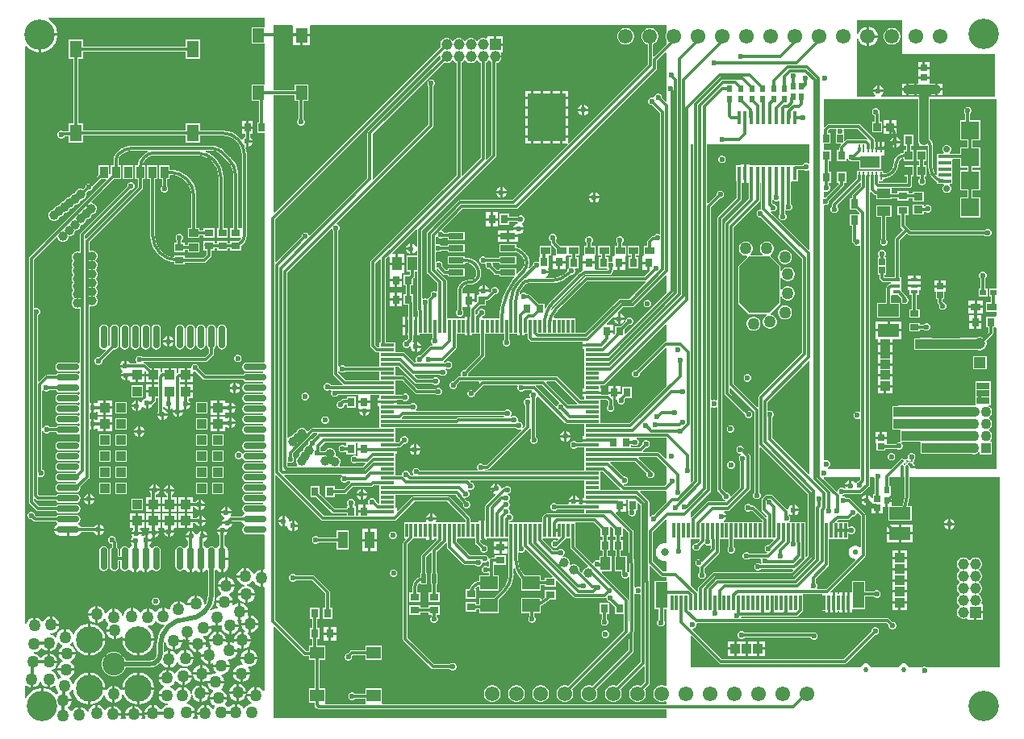
<source format=gtl>
G04*
G04 #@! TF.GenerationSoftware,Altium Limited,Altium Designer,22.5.1 (42)*
G04*
G04 Layer_Physical_Order=1*
G04 Layer_Color=255*
%FSLAX43Y43*%
%MOMM*%
G71*
G04*
G04 #@! TF.SameCoordinates,B4329D7B-D132-43AD-BD09-584EF951B7D5*
G04*
G04*
G04 #@! TF.FilePolarity,Positive*
G04*
G01*
G75*
%ADD10C,0.200*%
%ADD11C,0.254*%
%ADD18R,0.800X0.950*%
%ADD19R,1.528X0.650*%
%ADD20R,1.000X0.800*%
%ADD21R,0.300X1.550*%
%ADD22R,1.200X2.750*%
%ADD23R,1.475X0.300*%
%ADD24R,0.300X1.475*%
%ADD25R,1.000X1.000*%
%ADD26R,1.000X1.000*%
%ADD27C,1.000*%
%ADD28R,2.200X1.350*%
%ADD29R,0.800X0.350*%
%ADD30R,0.720X0.690*%
%ADD31R,0.900X0.650*%
%ADD32R,0.600X0.750*%
%ADD33R,1.500X1.300*%
%ADD34R,0.800X0.940*%
%ADD35C,0.250*%
%ADD36R,0.810X0.940*%
%ADD37R,1.400X1.000*%
%ADD38R,0.950X0.800*%
%ADD39R,1.350X0.400*%
%ADD40R,1.900X1.900*%
%ADD41R,0.940X0.800*%
%ADD42R,0.980X0.860*%
%ADD43R,0.450X1.475*%
%ADD44R,1.300X1.800*%
%ADD45R,0.900X1.200*%
%ADD46R,1.300X1.500*%
%ADD47R,0.650X0.900*%
%ADD48R,0.940X0.810*%
%ADD49R,0.800X1.000*%
%ADD50R,2.120X1.310*%
%ADD51R,0.250X0.900*%
%ADD52R,1.020X1.470*%
%ADD53R,1.020X1.820*%
%ADD54R,1.900X1.400*%
%ADD55R,0.750X0.600*%
%ADD56R,0.500X1.000*%
%ADD115C,0.300*%
%ADD116C,0.300*%
%ADD117C,0.500*%
%ADD118O,2.400X0.750*%
%ADD119O,0.750X2.400*%
%ADD120C,1.000*%
%ADD121C,0.090*%
G04:AMPARAMS|DCode=122|XSize=6mm|YSize=4.24mm|CornerRadius=0mm|HoleSize=0mm|Usage=FLASHONLY|Rotation=90.000|XOffset=0mm|YOffset=0mm|HoleType=Round|Shape=Octagon|*
%AMOCTAGOND122*
4,1,8,1.060,3.000,-1.060,3.000,-2.120,1.940,-2.120,-1.940,-1.060,-3.000,1.060,-3.000,2.120,-1.940,2.120,1.940,1.060,3.000,0.0*
%
%ADD122OCTAGOND122*%

%ADD123C,1.550*%
%ADD124C,0.575*%
%ADD125C,0.825*%
%ADD126R,0.700X0.700*%
%ADD127C,2.850*%
%ADD128C,2.400*%
%ADD129R,1.150X1.150*%
%ADD130C,1.150*%
%ADD131C,0.525*%
%ADD132C,0.700*%
%ADD133C,3.200*%
%ADD134R,1.150X1.150*%
%ADD135R,1.200X1.200*%
%ADD136C,1.200*%
%ADD137C,1.100*%
%ADD138R,1.100X1.100*%
%ADD139C,1.270*%
%ADD140C,0.600*%
G36*
X67700Y72489D02*
X67685Y72463D01*
X67625Y72240D01*
Y72010D01*
X67685Y71787D01*
X67700Y71761D01*
Y71280D01*
X66412Y69993D01*
X66295Y70041D01*
Y71309D01*
X66298Y71310D01*
X66497Y71425D01*
X66660Y71588D01*
X66775Y71787D01*
X66835Y72010D01*
Y72240D01*
X66775Y72463D01*
X66660Y72662D01*
X66497Y72825D01*
X66298Y72940D01*
X66075Y73000D01*
X65845D01*
X65622Y72940D01*
X65423Y72825D01*
X65260Y72662D01*
X65145Y72463D01*
X65085Y72240D01*
Y72010D01*
X65145Y71787D01*
X65260Y71588D01*
X65423Y71425D01*
X65622Y71310D01*
X65785Y71266D01*
Y69196D01*
X57496Y60906D01*
X57369Y60959D01*
Y61502D01*
X56742D01*
Y60875D01*
X57285D01*
X57337Y60748D01*
X51494Y54905D01*
X46057D01*
X45960Y54886D01*
X45877Y54830D01*
X42646Y51600D01*
X42591Y51517D01*
X42572Y51419D01*
Y47373D01*
X42591Y47276D01*
X42646Y47193D01*
X43645Y46194D01*
Y45387D01*
X43518Y45313D01*
X43430Y45350D01*
X43270D01*
X43123Y45289D01*
X43011Y45177D01*
X42950Y45030D01*
Y44870D01*
X42962Y44841D01*
X42720Y44599D01*
X42710Y44585D01*
X42582Y44541D01*
X42547Y44551D01*
X42430Y44600D01*
X42270D01*
X42182Y44563D01*
X42055Y44637D01*
Y51694D01*
X49780Y59420D01*
X49835Y59502D01*
X49855Y59600D01*
Y69340D01*
X49971Y69371D01*
X50124Y69460D01*
X50250Y69586D01*
X50339Y69739D01*
X50385Y69911D01*
Y70089D01*
X50339Y70261D01*
X50308Y70314D01*
X50381Y70441D01*
X50539D01*
Y71143D01*
X49710D01*
Y71270D01*
X49583D01*
Y72099D01*
X48881D01*
Y71941D01*
X48754Y71868D01*
X48701Y71899D01*
X48529Y71945D01*
X48351D01*
X48179Y71899D01*
X48026Y71810D01*
X47900Y71684D01*
X47878Y71647D01*
X47732D01*
X47710Y71684D01*
X47584Y71810D01*
X47431Y71899D01*
X47259Y71945D01*
X47081D01*
X46909Y71899D01*
X46756Y71810D01*
X46630Y71684D01*
X46608Y71647D01*
X46462D01*
X46440Y71684D01*
X46314Y71810D01*
X46161Y71899D01*
X45989Y71945D01*
X45811D01*
X45639Y71899D01*
X45486Y71810D01*
X45360Y71684D01*
X45338Y71647D01*
X45192D01*
X45170Y71684D01*
X45044Y71810D01*
X44891Y71899D01*
X44719Y71945D01*
X44541D01*
X44369Y71899D01*
X44216Y71810D01*
X44090Y71684D01*
X44001Y71531D01*
X43955Y71359D01*
Y71181D01*
X44001Y71009D01*
X44004Y71004D01*
X26617Y53618D01*
X26500Y53666D01*
Y65966D01*
X28644D01*
Y65371D01*
X29100D01*
Y63466D01*
X28992Y63358D01*
X28931Y63211D01*
Y63052D01*
X28992Y62905D01*
X29105Y62792D01*
X29252Y62731D01*
X29411D01*
X29558Y62792D01*
X29670Y62905D01*
X29731Y63052D01*
Y63211D01*
X29670Y63358D01*
X29610Y63418D01*
Y65371D01*
X30144D01*
Y67071D01*
X28644D01*
Y66476D01*
X26500D01*
Y73300D01*
X28394D01*
X28490Y73225D01*
X28490Y73173D01*
Y72348D01*
X29394D01*
X30298D01*
Y73173D01*
X30298Y73225D01*
X30394Y73300D01*
X67700D01*
Y72489D01*
D02*
G37*
G36*
X92450Y70300D02*
X102200D01*
Y65800D01*
X90231D01*
X90206Y65927D01*
X90214Y65930D01*
X90370Y66086D01*
X90447Y66273D01*
X89353D01*
X89430Y66086D01*
X89586Y65930D01*
X89594Y65927D01*
X89569Y65800D01*
X87700D01*
Y71838D01*
X87827Y71855D01*
X87861Y71728D01*
X87997Y71493D01*
X88188Y71302D01*
X88423Y71166D01*
X88685Y71096D01*
X88693D01*
Y72125D01*
Y73154D01*
X88685D01*
X88423Y73084D01*
X88188Y72948D01*
X87997Y72757D01*
X87861Y72522D01*
X87827Y72395D01*
X87700Y72412D01*
Y73800D01*
X92450D01*
Y70300D01*
D02*
G37*
G36*
X25500Y73071D02*
X24144D01*
Y71371D01*
X25500D01*
Y67071D01*
X24144D01*
Y65371D01*
X24914D01*
Y63102D01*
X24743D01*
Y62002D01*
X25500D01*
Y37933D01*
X25402Y37852D01*
X25326Y37867D01*
X23676D01*
X23490Y37831D01*
X23333Y37726D01*
X23228Y37568D01*
X23191Y37383D01*
X23228Y37198D01*
X23333Y37041D01*
X23490Y36936D01*
X23676Y36899D01*
X25326D01*
X25385Y36850D01*
X25275Y36767D01*
X23676D01*
X23490Y36731D01*
X23333Y36626D01*
X23275Y36538D01*
X19347D01*
X18632Y37254D01*
Y37373D01*
X18571Y37520D01*
X18458Y37633D01*
X18311Y37694D01*
X18152D01*
X18005Y37633D01*
X17892Y37520D01*
X17831Y37373D01*
Y37287D01*
X17378D01*
Y36660D01*
X18005D01*
Y36817D01*
X18132Y36902D01*
X18152Y36894D01*
X18271D01*
X19062Y36103D01*
X19144Y36048D01*
X19242Y36028D01*
X23275D01*
X23333Y35941D01*
X23490Y35836D01*
X23676Y35799D01*
X25326D01*
X25385Y35750D01*
X25275Y35667D01*
X23676D01*
X23490Y35631D01*
X23333Y35526D01*
X23228Y35368D01*
X23191Y35183D01*
X23228Y34998D01*
X23333Y34841D01*
X23490Y34736D01*
X23676Y34699D01*
X25326D01*
X25385Y34650D01*
X25275Y34567D01*
X23676D01*
X23490Y34531D01*
X23333Y34426D01*
X23228Y34268D01*
X23191Y34083D01*
X23228Y33898D01*
X23333Y33741D01*
X23490Y33636D01*
X23676Y33599D01*
X25326D01*
X25385Y33550D01*
X25275Y33467D01*
X23676D01*
X23490Y33431D01*
X23333Y33326D01*
X23228Y33168D01*
X23191Y32983D01*
X23228Y32798D01*
X23333Y32641D01*
X23490Y32536D01*
X23676Y32499D01*
X25326D01*
X25385Y32450D01*
X25275Y32367D01*
X23676D01*
X23490Y32331D01*
X23333Y32226D01*
X23228Y32068D01*
X23191Y31883D01*
X23228Y31698D01*
X23333Y31541D01*
X23490Y31436D01*
X23676Y31399D01*
X25326D01*
X25385Y31350D01*
X25275Y31267D01*
X23676D01*
X23490Y31231D01*
X23333Y31126D01*
X23228Y30968D01*
X23191Y30783D01*
X23228Y30598D01*
X23333Y30441D01*
X23490Y30336D01*
X23676Y30299D01*
X25326D01*
X25402Y30314D01*
X25500Y30233D01*
Y29633D01*
X25402Y29552D01*
X25326Y29567D01*
X23676D01*
X23490Y29531D01*
X23333Y29426D01*
X23228Y29268D01*
X23191Y29083D01*
X23228Y28898D01*
X23333Y28741D01*
X23490Y28636D01*
X23676Y28599D01*
X25326D01*
X25385Y28550D01*
X25275Y28467D01*
X23676D01*
X23490Y28431D01*
X23333Y28326D01*
X23298Y28274D01*
X23155Y28288D01*
X23139Y28327D01*
X23027Y28439D01*
X22880Y28500D01*
X22720D01*
X22573Y28439D01*
X22461Y28327D01*
X22400Y28180D01*
Y28020D01*
X22461Y27873D01*
X22573Y27761D01*
X22720Y27700D01*
X22880D01*
X23027Y27761D01*
X23093Y27827D01*
X23223Y27799D01*
X23232Y27792D01*
X23333Y27641D01*
X23490Y27536D01*
X23676Y27499D01*
X25326D01*
X25385Y27450D01*
X25275Y27367D01*
X23676D01*
X23490Y27331D01*
X23333Y27226D01*
X23228Y27068D01*
X23191Y26883D01*
X23228Y26698D01*
X23333Y26541D01*
X23490Y26436D01*
X23676Y26399D01*
X25326D01*
X25385Y26350D01*
X25275Y26267D01*
X23676D01*
X23490Y26231D01*
X23333Y26126D01*
X23228Y25968D01*
X23191Y25783D01*
X23228Y25598D01*
X23333Y25441D01*
X23490Y25336D01*
X23676Y25299D01*
X25326D01*
X25385Y25250D01*
X25275Y25167D01*
X23676D01*
X23490Y25131D01*
X23333Y25026D01*
X23228Y24868D01*
X23191Y24683D01*
X23228Y24498D01*
X23333Y24341D01*
X23490Y24236D01*
X23676Y24199D01*
X25326D01*
X25385Y24150D01*
X25275Y24067D01*
X23676D01*
X23490Y24031D01*
X23333Y23926D01*
X23228Y23768D01*
X23191Y23583D01*
X23228Y23398D01*
X23333Y23241D01*
X23490Y23136D01*
X23676Y23099D01*
X25326D01*
X25385Y23050D01*
X25275Y22967D01*
X23676D01*
X23490Y22931D01*
X23333Y22826D01*
X23228Y22668D01*
X23191Y22483D01*
X23228Y22298D01*
X23333Y22141D01*
X23400Y22096D01*
X23406Y22073D01*
X23391Y21949D01*
X23222Y21837D01*
X23089Y21638D01*
X22001D01*
X21969Y21681D01*
X21943Y21760D01*
X21970Y21786D01*
X22047Y21973D01*
X20953D01*
X21030Y21786D01*
X21186Y21630D01*
X21264Y21598D01*
X21275Y21533D01*
X21273Y21457D01*
X21130Y21314D01*
X21053Y21127D01*
X22165D01*
X22166Y21128D01*
X23089D01*
X23222Y20930D01*
X23391Y20817D01*
X23406Y20694D01*
X23400Y20670D01*
X23333Y20626D01*
X23228Y20468D01*
X23191Y20283D01*
X23228Y20098D01*
X23333Y19941D01*
X23490Y19836D01*
X23676Y19799D01*
X25326D01*
X25402Y19814D01*
X25500Y19733D01*
Y16148D01*
X25399Y16071D01*
X25342Y16086D01*
Y15200D01*
Y14314D01*
X25399Y14329D01*
X25500Y14252D01*
Y3373D01*
X25373Y3339D01*
X25311Y3446D01*
X25146Y3611D01*
X24943Y3728D01*
X24727Y3786D01*
Y2900D01*
X24600D01*
Y2773D01*
X23714D01*
X23772Y2557D01*
X23889Y2354D01*
X24054Y2189D01*
X24180Y2116D01*
X24146Y1989D01*
X24083D01*
X23857Y1928D01*
X23654Y1811D01*
X23489Y1646D01*
X23423Y1533D01*
X23277D01*
X23211Y1646D01*
X23046Y1811D01*
X22843Y1928D01*
X22627Y1986D01*
Y1100D01*
X22373D01*
Y1986D01*
X22157Y1928D01*
X21954Y1811D01*
X21833Y1690D01*
X21750Y1660D01*
X21667Y1690D01*
X21546Y1811D01*
X21421Y1884D01*
X21397Y2040D01*
X21411Y2054D01*
X21528Y2257D01*
X21586Y2473D01*
X19814D01*
X19872Y2257D01*
X19989Y2054D01*
X20154Y1889D01*
X20279Y1816D01*
X20303Y1660D01*
X20289Y1646D01*
X20194Y1483D01*
X20078Y1470D01*
X20051Y1478D01*
X20011Y1546D01*
X19846Y1711D01*
X19643Y1828D01*
X19427Y1886D01*
Y1000D01*
X19300D01*
Y873D01*
X18414D01*
X18472Y657D01*
X18547Y527D01*
X18473Y400D01*
X18023D01*
X17975Y517D01*
X18011Y554D01*
X18128Y757D01*
X18186Y973D01*
X17300D01*
Y1227D01*
X18186D01*
X18128Y1443D01*
X18011Y1646D01*
X17846Y1811D01*
X17643Y1928D01*
X17417Y1989D01*
X17354D01*
X17320Y2116D01*
X17446Y2189D01*
X17611Y2354D01*
X17728Y2557D01*
X17789Y2783D01*
Y2913D01*
X17789Y2948D01*
X17916Y2964D01*
X17926Y2926D01*
X17972Y2757D01*
X18089Y2554D01*
X18254Y2389D01*
X18457Y2272D01*
X18673Y2214D01*
Y3100D01*
Y3986D01*
X18457Y3928D01*
X18254Y3811D01*
X18089Y3646D01*
X17972Y3443D01*
X17911Y3217D01*
Y3087D01*
X17911Y3052D01*
X17784Y3036D01*
X17774Y3074D01*
X17728Y3243D01*
X17611Y3446D01*
X17446Y3611D01*
X17243Y3728D01*
X17027Y3786D01*
Y2900D01*
X16773D01*
Y3786D01*
X16557Y3728D01*
X16354Y3611D01*
X16189Y3446D01*
X16163Y3402D01*
X16037D01*
X16011Y3446D01*
X15846Y3611D01*
X15643Y3728D01*
X15621Y3734D01*
Y3866D01*
X15643Y3872D01*
X15846Y3989D01*
X16011Y4154D01*
X16128Y4357D01*
X16136Y4384D01*
X16262Y4401D01*
X16289Y4354D01*
X16454Y4189D01*
X16657Y4072D01*
X16873Y4014D01*
Y4900D01*
X17000D01*
Y5027D01*
X17886D01*
X17828Y5243D01*
X17711Y5446D01*
X17546Y5611D01*
X17343Y5728D01*
X17136Y5784D01*
X17152Y5911D01*
X17317D01*
X17543Y5972D01*
X17746Y6089D01*
X17911Y6254D01*
X18028Y6457D01*
X18086Y6673D01*
X17200D01*
Y6800D01*
X17073D01*
Y7686D01*
X16857Y7628D01*
X16654Y7511D01*
X16489Y7346D01*
X16394Y7183D01*
X16278Y7170D01*
X16250Y7178D01*
X16211Y7246D01*
X16046Y7411D01*
X15843Y7528D01*
X15627Y7586D01*
Y6700D01*
Y5814D01*
X15843Y5872D01*
X16046Y5989D01*
X16211Y6154D01*
X16306Y6317D01*
X16422Y6330D01*
X16449Y6322D01*
X16489Y6254D01*
X16654Y6089D01*
X16857Y5972D01*
X17064Y5916D01*
X17048Y5789D01*
X16883D01*
X16657Y5728D01*
X16454Y5611D01*
X16289Y5446D01*
X16172Y5243D01*
X16164Y5216D01*
X16038Y5199D01*
X16011Y5246D01*
X15846Y5411D01*
X15643Y5528D01*
X15427Y5586D01*
Y4700D01*
X15300D01*
Y4573D01*
X14414D01*
X14472Y4357D01*
X14589Y4154D01*
X14754Y3989D01*
X14957Y3872D01*
X14979Y3866D01*
Y3734D01*
X14957Y3728D01*
X14754Y3611D01*
X14589Y3446D01*
X14472Y3243D01*
X14414Y3027D01*
X15300D01*
Y2773D01*
X14414D01*
X14472Y2557D01*
X14589Y2354D01*
X14754Y2189D01*
X14957Y2072D01*
X15183Y2011D01*
X15348D01*
X15364Y1884D01*
X15157Y1828D01*
X14954Y1711D01*
X14789Y1546D01*
X14723Y1433D01*
X14577D01*
X14511Y1546D01*
X14346Y1711D01*
X14143Y1828D01*
X13927Y1886D01*
Y1000D01*
X13800D01*
Y873D01*
X12914D01*
X12972Y657D01*
X13047Y527D01*
X12973Y400D01*
X12665D01*
X12601Y510D01*
X12628Y557D01*
X12686Y773D01*
X10914D01*
X10972Y557D01*
X10999Y510D01*
X10935Y400D01*
X10465D01*
X10401Y510D01*
X10428Y557D01*
X10486Y773D01*
X9600D01*
Y900D01*
X9473D01*
Y1786D01*
X9257Y1728D01*
X9054Y1611D01*
X8889Y1446D01*
X8849Y1378D01*
X8822Y1370D01*
X8706Y1383D01*
X8611Y1546D01*
X8446Y1711D01*
X8243Y1828D01*
X8027Y1886D01*
Y1000D01*
X7773D01*
Y1886D01*
X7557Y1828D01*
X7354Y1711D01*
X7189Y1546D01*
X7072Y1343D01*
X7036Y1211D01*
X6900Y1193D01*
X6811Y1346D01*
X6646Y1511D01*
X6443Y1628D01*
X6227Y1686D01*
Y800D01*
X5973D01*
Y1686D01*
X5757Y1628D01*
X5554Y1511D01*
X5389Y1346D01*
X5319Y1225D01*
X5172D01*
X5111Y1331D01*
X4946Y1496D01*
X4889Y1529D01*
Y1656D01*
X4946Y1689D01*
X5111Y1854D01*
X5228Y2057D01*
X5286Y2273D01*
X4400D01*
Y2527D01*
X5286D01*
X5228Y2743D01*
X5111Y2946D01*
X5026Y3031D01*
X5046Y3189D01*
X5211Y3354D01*
X5258Y3436D01*
X5425Y3470D01*
X5446Y3454D01*
Y3435D01*
X5511Y3110D01*
X5637Y2805D01*
X5821Y2530D01*
X6055Y2296D01*
X6330Y2112D01*
X6635Y1986D01*
X6960Y1921D01*
X6998D01*
Y3600D01*
Y5279D01*
X6960D01*
X6635Y5214D01*
X6330Y5088D01*
X6055Y4904D01*
X5821Y4670D01*
X5637Y4395D01*
X5511Y4090D01*
X5506Y4069D01*
X5376Y4065D01*
X5328Y4243D01*
X5211Y4446D01*
X5046Y4611D01*
X4999Y4638D01*
X5016Y4764D01*
X5043Y4772D01*
X5246Y4889D01*
X5411Y5054D01*
X5528Y5257D01*
X5586Y5473D01*
X3814D01*
X3872Y5257D01*
X3989Y5054D01*
X4154Y4889D01*
X4201Y4862D01*
X4184Y4736D01*
X4157Y4728D01*
X3954Y4611D01*
X3916Y4573D01*
X3789Y4626D01*
Y4717D01*
X3728Y4943D01*
X3611Y5146D01*
X3446Y5311D01*
X3243Y5428D01*
X3221Y5434D01*
Y5566D01*
X3243Y5572D01*
X3446Y5689D01*
X3611Y5854D01*
X3728Y6057D01*
X3786Y6273D01*
X2900D01*
Y6400D01*
X2773D01*
Y7286D01*
X2557Y7228D01*
X2354Y7111D01*
X2189Y6946D01*
X2123Y6833D01*
X1977D01*
X1911Y6946D01*
X1746Y7111D01*
X1543Y7228D01*
X1336Y7284D01*
X1352Y7411D01*
X1417D01*
X1643Y7472D01*
X1846Y7589D01*
X2011Y7754D01*
X2056Y7831D01*
X2123Y7843D01*
X2206Y7837D01*
X2354Y7689D01*
X2557Y7572D01*
X2773Y7514D01*
Y8400D01*
X3027D01*
Y7514D01*
X3243Y7572D01*
X3446Y7689D01*
X3611Y7854D01*
X3728Y8057D01*
X3789Y8283D01*
Y8383D01*
X3802Y8392D01*
X3916Y8427D01*
X4054Y8289D01*
X4257Y8172D01*
X4284Y8164D01*
X4301Y8038D01*
X4254Y8011D01*
X4089Y7846D01*
X3972Y7643D01*
X3914Y7427D01*
X5686D01*
X5628Y7643D01*
X5511Y7846D01*
X5346Y8011D01*
X5143Y8128D01*
X5116Y8136D01*
X5099Y8262D01*
X5146Y8289D01*
X5311Y8454D01*
X5334Y8494D01*
X5468Y8472D01*
X5511Y8260D01*
X5637Y7955D01*
X5821Y7680D01*
X6055Y7446D01*
X6330Y7262D01*
X6635Y7136D01*
X6960Y7071D01*
X6998D01*
Y8750D01*
Y10429D01*
X6960D01*
X6635Y10364D01*
X6330Y10238D01*
X6055Y10054D01*
X5821Y9820D01*
X5637Y9545D01*
X5557Y9353D01*
X5470Y9346D01*
X5421Y9356D01*
X5311Y9546D01*
X5146Y9711D01*
X4943Y9828D01*
X4727Y9886D01*
Y9000D01*
X4473D01*
Y9886D01*
X4257Y9828D01*
X4054Y9711D01*
X3889Y9546D01*
X3772Y9343D01*
X3711Y9117D01*
Y9017D01*
X3698Y9008D01*
X3584Y8973D01*
X3446Y9111D01*
X3243Y9228D01*
X3036Y9284D01*
X3052Y9411D01*
X3217D01*
X3443Y9472D01*
X3646Y9589D01*
X3811Y9754D01*
X3928Y9957D01*
X3986Y10173D01*
X3100D01*
Y10300D01*
X2973D01*
Y11186D01*
X2757Y11128D01*
X2554Y11011D01*
X2389Y10846D01*
X2294Y10683D01*
X2178Y10670D01*
X2151Y10678D01*
X2111Y10746D01*
X1946Y10911D01*
X1743Y11028D01*
X1527Y11086D01*
Y10200D01*
X1273D01*
Y11086D01*
X1057Y11028D01*
X854Y10911D01*
X689Y10746D01*
X572Y10543D01*
X527Y10377D01*
X400Y10393D01*
Y13700D01*
Y71048D01*
X527Y71101D01*
X743Y70885D01*
X1047Y70682D01*
X1384Y70542D01*
X1742Y70471D01*
X1798D01*
Y72325D01*
X1925D01*
Y72452D01*
X3779D01*
Y72508D01*
X3708Y72866D01*
X3568Y73203D01*
X3365Y73507D01*
X3107Y73765D01*
X2916Y73892D01*
X2884Y74066D01*
X2899Y74088D01*
X25500D01*
Y73071D01*
D02*
G37*
G36*
X45360Y69586D02*
X45486Y69460D01*
X45639Y69371D01*
X45645Y69369D01*
Y57506D01*
X36720Y48580D01*
X36665Y48498D01*
X36645Y48400D01*
Y39600D01*
X36665Y39502D01*
X36720Y39420D01*
X37120Y39020D01*
X37202Y38965D01*
X37300Y38945D01*
X37575D01*
Y38077D01*
X37575Y37950D01*
X37574D01*
Y37950D01*
X37575D01*
Y37455D01*
X34011D01*
X33927Y37539D01*
X33780Y37600D01*
X33620D01*
X33473Y37539D01*
X33387Y37452D01*
X33267Y37487D01*
X33260Y37491D01*
Y51685D01*
X33344Y51769D01*
X33405Y51916D01*
Y52075D01*
X33344Y52222D01*
X33231Y52334D01*
X33143Y52371D01*
X33105Y52513D01*
X43180Y62588D01*
X43235Y62671D01*
X43255Y62768D01*
Y66889D01*
X43339Y66973D01*
X43400Y67120D01*
Y67280D01*
X43339Y67427D01*
X43227Y67539D01*
X43080Y67600D01*
X42920D01*
X42773Y67539D01*
X42661Y67427D01*
X42600Y67280D01*
Y67120D01*
X42661Y66973D01*
X42745Y66889D01*
Y62874D01*
X36961Y57090D01*
X36946Y57092D01*
X36839Y57147D01*
Y61848D01*
X44364Y69374D01*
X44369Y69371D01*
X44541Y69325D01*
X44719D01*
X44891Y69371D01*
X45044Y69460D01*
X45170Y69586D01*
X45192Y69623D01*
X45338D01*
X45360Y69586D01*
D02*
G37*
G36*
X67700Y70394D02*
Y66680D01*
Y65351D01*
X67583Y65303D01*
X67225Y65660D01*
Y65780D01*
X67164Y65927D01*
X67052Y66039D01*
X66905Y66100D01*
X66745D01*
X66598Y66039D01*
X66486Y65927D01*
X66425Y65780D01*
Y65757D01*
X66298Y65672D01*
X66230Y65700D01*
X66070D01*
X65923Y65639D01*
X65811Y65527D01*
X65750Y65380D01*
Y65220D01*
X65811Y65073D01*
X65923Y64961D01*
X66070Y64900D01*
X66190D01*
X67059Y64030D01*
Y51396D01*
X66932Y51323D01*
X66844Y51359D01*
X66684D01*
X66537Y51299D01*
X66425Y51186D01*
X66413Y51157D01*
X66277D01*
X66180Y51138D01*
X66097Y51082D01*
X65731Y50717D01*
X65676Y50634D01*
X65657Y50536D01*
Y50085D01*
X65312D01*
Y49085D01*
X65200Y49047D01*
X65147D01*
Y48445D01*
X65801D01*
Y48318D01*
X65928D01*
Y47542D01*
X65957Y47471D01*
X65388Y46903D01*
X59277D01*
X59180Y46883D01*
X59097Y46828D01*
X55934Y43666D01*
X55932Y43668D01*
X55683Y43377D01*
X55580Y43452D01*
X55762Y43748D01*
X56082Y44124D01*
X56089Y44128D01*
X58705Y46745D01*
X58712Y46755D01*
X58986Y46965D01*
X59159Y47037D01*
X59173Y47040D01*
X59193Y47051D01*
X59311Y47070D01*
X61725D01*
X61823Y47090D01*
X61905Y47145D01*
X61906Y47144D01*
X62014Y47285D01*
X62083Y47450D01*
X62102Y47597D01*
X62567D01*
Y48326D01*
X62694D01*
Y48453D01*
X63348D01*
X63348Y49009D01*
X63443Y49085D01*
X63443Y49131D01*
Y50085D01*
X63073D01*
Y50421D01*
X63158Y50505D01*
X63218Y50652D01*
Y50811D01*
X63158Y50958D01*
X63045Y51071D01*
X62898Y51131D01*
X62739D01*
X62592Y51071D01*
X62479Y50958D01*
X62418Y50811D01*
Y50652D01*
X62479Y50505D01*
X62563Y50421D01*
Y50085D01*
X62243D01*
X62243Y49085D01*
X62129Y49055D01*
X62040D01*
Y48494D01*
X61973Y48450D01*
X61814D01*
X61721Y48411D01*
X61594Y48482D01*
Y48901D01*
X61348D01*
Y49085D01*
X61743D01*
Y50085D01*
X60543D01*
Y49085D01*
X60839D01*
Y48901D01*
X60594D01*
Y47751D01*
X61459D01*
X61519Y47624D01*
X61483Y47580D01*
X60309D01*
X60202Y47630D01*
X60202Y47707D01*
Y48231D01*
X59548D01*
X58894D01*
Y47630D01*
X58905D01*
X58910Y47618D01*
X58927Y47502D01*
X58627Y47342D01*
X58342Y47108D01*
X58345Y47105D01*
X55728Y44489D01*
X55723Y44493D01*
X55346Y44051D01*
X55041Y43555D01*
X55020Y43502D01*
X54895Y43526D01*
Y44045D01*
X54255D01*
X53378Y44923D01*
X53295Y44978D01*
X53197Y44998D01*
X53051D01*
X53039Y45027D01*
X52927Y45139D01*
X52780Y45200D01*
X52620D01*
X52473Y45139D01*
X52394Y45059D01*
X52281Y45127D01*
X52326Y45274D01*
X52537Y45669D01*
X52815Y46008D01*
X52824Y46014D01*
X52830Y46023D01*
X53024Y46152D01*
X53252Y46197D01*
X53262Y46195D01*
X55598D01*
Y46191D01*
X56036Y46226D01*
X56463Y46328D01*
X56868Y46496D01*
X57243Y46726D01*
X57577Y47011D01*
X57577Y47011D01*
X57674Y47083D01*
X57783D01*
X57930Y47144D01*
X58043Y47257D01*
X58104Y47404D01*
Y47563D01*
X58065Y47657D01*
X58135Y47784D01*
X58448D01*
Y48933D01*
X58203D01*
Y49085D01*
X58536D01*
Y50085D01*
X57443D01*
X57336Y50085D01*
X57209Y50085D01*
X56512D01*
X56075Y50523D01*
Y50695D01*
X56101Y50722D01*
X56162Y50869D01*
Y51028D01*
X56101Y51175D01*
X55989Y51288D01*
X55842Y51348D01*
X55683D01*
X55536Y51288D01*
X55423Y51175D01*
X55362Y51028D01*
Y50869D01*
X55423Y50722D01*
X55536Y50609D01*
X55565Y50597D01*
Y50417D01*
X55584Y50320D01*
X55639Y50237D01*
X55699Y50177D01*
X55612Y50085D01*
X54416D01*
Y49085D01*
X54416D01*
X54389Y48969D01*
X54334D01*
Y48482D01*
X54208Y48411D01*
X54114Y48450D01*
X53955D01*
X53808Y48389D01*
X53695Y48277D01*
X53634Y48130D01*
Y48025D01*
X53315Y47727D01*
X53204Y47797D01*
X53276Y48036D01*
X53306Y48338D01*
X53276Y48640D01*
X53188Y48931D01*
X53045Y49199D01*
X52893Y49384D01*
X52892Y49385D01*
X52892Y49385D01*
X52853Y49433D01*
X52810Y49478D01*
X52810Y49478D01*
X52466Y49761D01*
X52071Y49972D01*
X51925Y50016D01*
Y50310D01*
X50197D01*
Y49460D01*
X51925D01*
Y49460D01*
X51933Y49465D01*
X52179Y49333D01*
X52357Y49187D01*
X52451Y49102D01*
X52537Y49012D01*
X52656Y48857D01*
X52759Y48607D01*
X52795Y48338D01*
X52759Y48070D01*
X52656Y47820D01*
X52570Y47708D01*
X52491Y47614D01*
X52489Y47613D01*
X52402Y47521D01*
X52236Y47373D01*
X52044Y47157D01*
X51925Y47203D01*
Y47770D01*
X50197D01*
Y47600D01*
X49908D01*
X49498Y48010D01*
Y48130D01*
X49452Y48241D01*
X49512Y48368D01*
X50197D01*
Y48190D01*
X51925D01*
Y49040D01*
X50197D01*
Y48877D01*
X48774D01*
X48682Y48969D01*
X48535Y49030D01*
X48376D01*
X48229Y48969D01*
X48117Y48856D01*
X48056Y48709D01*
Y48550D01*
X48117Y48403D01*
X48229Y48291D01*
X48376Y48230D01*
X48535D01*
X48616Y48263D01*
X48713Y48166D01*
X48698Y48130D01*
Y47970D01*
X48759Y47823D01*
X48871Y47711D01*
X49018Y47650D01*
X49137D01*
X49623Y47165D01*
X49705Y47110D01*
X49803Y47090D01*
X50197D01*
Y46920D01*
X51676D01*
X51728Y46804D01*
X51701Y46774D01*
X51236Y46119D01*
X50848Y45416D01*
X50541Y44674D01*
X50318Y43903D01*
X50184Y43111D01*
X50151Y42526D01*
X49777D01*
X49650Y42526D01*
Y42526D01*
X49650D01*
Y42526D01*
X48650D01*
Y42526D01*
X48523Y42526D01*
X48398D01*
X48332Y42653D01*
X48371Y42711D01*
X48518Y42772D01*
X48630Y42884D01*
X48691Y43031D01*
Y43190D01*
X48630Y43337D01*
X48518Y43450D01*
X48371Y43511D01*
X48211D01*
X48064Y43450D01*
X47952Y43337D01*
X47891Y43190D01*
Y43031D01*
X47903Y43002D01*
X47782Y42881D01*
X47655Y42933D01*
Y43354D01*
X48130Y43830D01*
X48770D01*
Y44383D01*
X48938D01*
X49036Y44403D01*
X49118Y44458D01*
X49660Y45000D01*
X49780D01*
X49927Y45061D01*
X50039Y45173D01*
X50100Y45320D01*
Y45480D01*
X50039Y45627D01*
X49927Y45739D01*
X49780Y45800D01*
X49620D01*
X49473Y45739D01*
X49361Y45627D01*
X49300Y45480D01*
Y45360D01*
X49151Y45212D01*
X49060Y45273D01*
X47945D01*
X48018Y45097D01*
X47973Y44970D01*
X47770D01*
Y44219D01*
X47711Y44173D01*
X47584Y44232D01*
Y44273D01*
X47057D01*
Y43676D01*
X47091D01*
X47162Y43561D01*
X47163Y43549D01*
X47145Y43460D01*
Y42680D01*
X47027D01*
Y41688D01*
Y40696D01*
X47304D01*
Y40850D01*
X48145D01*
Y38681D01*
X46540Y37075D01*
X46420D01*
X46273Y37014D01*
X46161Y36902D01*
X46100Y36755D01*
Y36595D01*
X46137Y36507D01*
X46063Y36380D01*
X45975D01*
X45877Y36360D01*
X45795Y36305D01*
X45365Y35875D01*
X45245D01*
X45098Y35814D01*
X44986Y35702D01*
X44925Y35555D01*
Y35395D01*
X44986Y35248D01*
X45098Y35136D01*
X45245Y35075D01*
X45405D01*
X45552Y35136D01*
X45664Y35248D01*
X45725Y35395D01*
Y35515D01*
X46081Y35870D01*
X47974D01*
X48023Y35753D01*
X47266Y34996D01*
X47147D01*
X47000Y34935D01*
X46887Y34822D01*
X46826Y34675D01*
Y34516D01*
X46887Y34369D01*
X47000Y34257D01*
X47147Y34196D01*
X47306D01*
X47453Y34257D01*
X47566Y34369D01*
X47626Y34516D01*
Y34635D01*
X48461Y35470D01*
X52038D01*
X52112Y35343D01*
X52075Y35255D01*
Y35095D01*
X52136Y34948D01*
X52248Y34836D01*
X52395Y34775D01*
X52555D01*
X52702Y34836D01*
X52786Y34920D01*
X53571D01*
X53596Y34793D01*
X53521Y34762D01*
X53409Y34650D01*
X53348Y34503D01*
Y34343D01*
X53409Y34196D01*
X53414Y34191D01*
X53409Y34165D01*
X53264Y34088D01*
X53231Y34101D01*
X53072D01*
X52925Y34041D01*
X52812Y33928D01*
X52751Y33781D01*
Y33622D01*
X52812Y33475D01*
X52897Y33391D01*
Y31182D01*
X52661Y30946D01*
X52553Y31018D01*
X52600Y31132D01*
Y31291D01*
X52539Y31438D01*
X52427Y31550D01*
X52280Y31611D01*
X52172D01*
X52088Y31711D01*
X52083Y31729D01*
X52100Y31770D01*
Y31930D01*
X52039Y32077D01*
X51927Y32189D01*
X51780Y32250D01*
X51620D01*
X51473Y32189D01*
X51459Y32174D01*
X51426Y32181D01*
X51401Y32228D01*
X51373Y32321D01*
X51425Y32445D01*
Y32605D01*
X51364Y32752D01*
X51252Y32864D01*
X51105Y32925D01*
X50945D01*
X50798Y32864D01*
X50714Y32780D01*
X41425D01*
X41373Y32907D01*
X41439Y32973D01*
X41500Y33120D01*
Y33280D01*
X41439Y33427D01*
X41327Y33539D01*
X41180Y33600D01*
X41020D01*
X40873Y33539D01*
X40789Y33455D01*
X39403D01*
Y33573D01*
X38412D01*
X37421D01*
Y33296D01*
X37575D01*
Y33077D01*
X37575Y32950D01*
X37574D01*
Y32950D01*
X37575D01*
Y32450D01*
Y31577D01*
X37575Y31450D01*
X37574D01*
Y31450D01*
X37575D01*
Y30955D01*
X30525D01*
X30427Y30935D01*
X30345Y30880D01*
X30107Y30642D01*
X29982Y30667D01*
X29968Y30702D01*
X29799Y30870D01*
X29579Y30962D01*
X29340D01*
X29120Y30870D01*
X28951Y30702D01*
X28903Y30585D01*
X28887D01*
X28667Y30493D01*
X28498Y30324D01*
X28424Y30145D01*
X28337D01*
X28117Y30053D01*
X28012Y29948D01*
X27885Y30001D01*
Y47293D01*
X32487Y51895D01*
X32629Y51857D01*
X32666Y51769D01*
X32750Y51685D01*
Y36650D01*
X32769Y36552D01*
X32824Y36470D01*
X33712Y35582D01*
X33660Y35455D01*
X32469D01*
X32439Y35527D01*
X32327Y35639D01*
X32180Y35700D01*
X32020D01*
X31873Y35639D01*
X31761Y35527D01*
X31700Y35380D01*
Y35220D01*
X31761Y35073D01*
X31873Y34961D01*
X32020Y34900D01*
X32180D01*
X32288Y34945D01*
X32463D01*
X32537Y34818D01*
X32500Y34730D01*
Y34570D01*
X32561Y34423D01*
X32673Y34311D01*
X32820Y34250D01*
X32980D01*
X33127Y34311D01*
X33239Y34423D01*
X33248Y34445D01*
X35198D01*
X35316Y34424D01*
X35316Y34318D01*
Y33827D01*
X35970D01*
X36624D01*
X36624Y34424D01*
X36742Y34445D01*
X37575D01*
Y34104D01*
X37421D01*
Y33827D01*
X38412D01*
X39403D01*
Y33945D01*
X39989D01*
X40073Y33861D01*
X40220Y33800D01*
X40380D01*
X40527Y33861D01*
X40639Y33973D01*
X40700Y34120D01*
Y34280D01*
X40639Y34427D01*
X40527Y34539D01*
X40380Y34600D01*
X40220D01*
X40073Y34539D01*
X39989Y34455D01*
X39250D01*
Y35323D01*
X39250Y35450D01*
X39250D01*
Y35450D01*
X39250D01*
Y35945D01*
X39994D01*
X41300Y34638D01*
X41383Y34583D01*
X41481Y34564D01*
X43448D01*
X43534Y34477D01*
X43681Y34416D01*
X43840D01*
X43987Y34477D01*
X44100Y34590D01*
X44161Y34737D01*
Y34896D01*
X44100Y35043D01*
X43987Y35155D01*
X43840Y35216D01*
X43681D01*
X43534Y35155D01*
X43453Y35074D01*
X41586D01*
X40280Y36380D01*
X40197Y36435D01*
X40099Y36455D01*
X39250D01*
Y37445D01*
X39574D01*
X41294Y35725D01*
X41376Y35670D01*
X41474Y35651D01*
X43176D01*
X43261Y35566D01*
X43408Y35506D01*
X43567D01*
X43714Y35566D01*
X43826Y35679D01*
X43887Y35826D01*
Y35985D01*
X43826Y36132D01*
X43714Y36245D01*
X43567Y36306D01*
X43408D01*
X43261Y36245D01*
X43176Y36160D01*
X41579D01*
X41262Y36478D01*
X41310Y36595D01*
X43920D01*
X44004Y36511D01*
X44151Y36450D01*
X44310D01*
X44457Y36511D01*
X44570Y36624D01*
X44631Y36771D01*
Y36930D01*
X44570Y37077D01*
X44517Y37130D01*
X44553Y37274D01*
X44555Y37274D01*
X44578Y37251D01*
X44725Y37190D01*
X44885D01*
X45032Y37251D01*
X45144Y37363D01*
X45205Y37510D01*
Y37670D01*
X45144Y37817D01*
X45032Y37929D01*
X44885Y37990D01*
X44725D01*
X44578Y37929D01*
X44494Y37845D01*
X44366D01*
X44351Y37866D01*
X44355Y38020D01*
X45580Y39245D01*
X45635Y39328D01*
X45655Y39425D01*
Y40850D01*
X46023D01*
X46150Y40850D01*
Y40850D01*
X46150D01*
Y40850D01*
X46496D01*
Y40696D01*
X46773D01*
Y41688D01*
Y42680D01*
X46496D01*
Y42526D01*
X46277D01*
X46150Y42526D01*
Y42526D01*
X46150D01*
Y42526D01*
X44655D01*
Y46366D01*
X44635Y46463D01*
X44580Y46546D01*
X43548Y47578D01*
X43558Y47631D01*
X43700Y47708D01*
X43720Y47700D01*
X43740D01*
X44275Y47165D01*
X44357Y47110D01*
X44455Y47090D01*
X44775D01*
Y46920D01*
X46503D01*
Y47770D01*
X44775D01*
Y47600D01*
X44561D01*
X44182Y47978D01*
X44200Y48020D01*
Y48180D01*
X44139Y48327D01*
X44027Y48439D01*
X43880Y48500D01*
X43720D01*
X43609Y48454D01*
X43482Y48513D01*
Y49448D01*
X43609Y49522D01*
X43697Y49485D01*
X43856D01*
X44003Y49546D01*
X44087Y49630D01*
X44775D01*
Y49460D01*
X46503D01*
Y50310D01*
X44775D01*
Y50140D01*
X44087D01*
X44003Y50224D01*
X43856Y50285D01*
X43697D01*
X43609Y50248D01*
X43482Y50322D01*
Y51039D01*
X43526Y51074D01*
X43678Y51040D01*
X43790Y50927D01*
X43937Y50866D01*
X44096D01*
X44243Y50927D01*
X44272Y50956D01*
X44775D01*
Y50730D01*
X46503D01*
Y51580D01*
X44775D01*
Y51465D01*
X44367D01*
X44356Y51493D01*
X44243Y51605D01*
X44155Y51642D01*
X44117Y51783D01*
X46328Y53995D01*
X51950D01*
X52048Y54015D01*
X52130Y54070D01*
X66620Y68560D01*
X66675Y68642D01*
X66695Y68740D01*
Y69554D01*
X67583Y70442D01*
X67700Y70394D01*
D02*
G37*
G36*
X88797Y61380D02*
X88721Y61278D01*
X88623Y61297D01*
X86693D01*
X86596Y61278D01*
X86513Y61222D01*
X86417Y61127D01*
X86300Y61175D01*
Y61950D01*
X86300D01*
X86282Y61977D01*
X86300Y62020D01*
Y62180D01*
X86263Y62268D01*
X86337Y62395D01*
X87781D01*
X88797Y61380D01*
D02*
G37*
G36*
X49170Y69586D02*
X49296Y69460D01*
X49345Y69431D01*
Y59706D01*
X48811Y59171D01*
X48694Y59234D01*
X48695Y59240D01*
Y69369D01*
X48701Y69371D01*
X48854Y69460D01*
X48980Y69586D01*
X49002Y69623D01*
X49148D01*
X49170Y69586D01*
D02*
G37*
G36*
X82700Y58795D02*
X82577Y58739D01*
X82430Y58800D01*
X82270D01*
X82123Y58739D01*
X82011Y58627D01*
X81981Y58554D01*
X81225D01*
X81200Y58549D01*
X80825Y58549D01*
X80698Y58549D01*
X80302D01*
X80175Y58549D01*
Y58550D01*
X80175D01*
Y58549D01*
X79652D01*
X79525Y58549D01*
Y58550D01*
X79525D01*
Y58549D01*
X78875Y58549D01*
X78748Y58549D01*
X78225Y58549D01*
X78098Y58549D01*
X77702D01*
X77575Y58549D01*
Y58550D01*
X77575D01*
Y58549D01*
X77052D01*
X76925Y58549D01*
Y58550D01*
X76925D01*
Y58549D01*
X76429D01*
Y58703D01*
X76077D01*
Y57712D01*
Y56721D01*
X76345D01*
Y55071D01*
X73878Y52604D01*
X73823Y52521D01*
X73803Y52424D01*
Y34642D01*
X73823Y34544D01*
X73878Y34462D01*
X75900Y32440D01*
Y32320D01*
X75961Y32173D01*
X76073Y32061D01*
X76220Y32000D01*
X76380D01*
X76527Y32061D01*
X76639Y32173D01*
X76700Y32320D01*
Y32480D01*
X76639Y32627D01*
X76527Y32739D01*
X76380Y32800D01*
X76260D01*
X74313Y34747D01*
Y35160D01*
X74430Y35209D01*
X76933Y32707D01*
Y24223D01*
X76838Y24129D01*
X76777Y23982D01*
Y23823D01*
X76838Y23676D01*
X76951Y23563D01*
X77098Y23502D01*
X77257D01*
X77404Y23563D01*
X77517Y23676D01*
X77577Y23823D01*
Y23982D01*
X77517Y24129D01*
X77442Y24203D01*
Y28906D01*
X77560Y28955D01*
X82484Y24030D01*
Y17545D01*
X82372Y17433D01*
X82255Y17481D01*
Y20200D01*
X82250Y20225D01*
Y21075D01*
X81877D01*
X81750Y21075D01*
Y21075D01*
X81750D01*
Y21075D01*
X80877D01*
X80750Y21075D01*
Y21075D01*
X80750D01*
Y21075D01*
X80620D01*
X80568Y21202D01*
X80614Y21248D01*
X80675Y21395D01*
Y21555D01*
X80614Y21702D01*
X80519Y21797D01*
X80519Y21868D01*
X80551Y21892D01*
X80655Y21912D01*
X80686Y21880D01*
X80873Y21803D01*
Y22350D01*
Y22897D01*
X80686Y22820D01*
X80530Y22664D01*
X80457Y22487D01*
X80366Y22451D01*
X80319Y22446D01*
X78870Y23895D01*
X78787Y23950D01*
X78690Y23970D01*
X78234D01*
X78137Y23950D01*
X78054Y23895D01*
X77732Y23573D01*
X77676Y23490D01*
X77657Y23393D01*
Y22403D01*
X77676Y22305D01*
X77732Y22223D01*
X78218Y21736D01*
X78208Y21656D01*
X78077Y21607D01*
X76947Y22738D01*
X76864Y22793D01*
X76767Y22812D01*
X76636D01*
X76624Y22841D01*
X76512Y22954D01*
X76365Y23015D01*
X76206D01*
X76059Y22954D01*
X75946Y22841D01*
X75885Y22694D01*
Y22535D01*
X75946Y22388D01*
X76059Y22276D01*
X76206Y22215D01*
X76365D01*
X76512Y22276D01*
X76535Y22299D01*
X76664D01*
X77745Y21218D01*
Y21075D01*
X76877D01*
X76750Y21075D01*
X76623Y21075D01*
X75877D01*
X75750Y21075D01*
X75623Y21075D01*
X74377D01*
X74250Y21075D01*
Y21075D01*
X74250D01*
Y21075D01*
X73756D01*
X73731Y21202D01*
X73739Y21205D01*
X73895Y21361D01*
X73972Y21548D01*
X73425D01*
Y21802D01*
X73972D01*
X73895Y21989D01*
X73742Y22142D01*
X73743Y22159D01*
X73772Y22269D01*
X74143D01*
X74241Y22288D01*
X74323Y22343D01*
X76430Y24450D01*
X76485Y24533D01*
X76505Y24630D01*
Y28028D01*
X76485Y28125D01*
X76430Y28208D01*
X75828Y28810D01*
X75774Y28941D01*
X75661Y29054D01*
X75514Y29115D01*
X75355D01*
X75208Y29054D01*
X75096Y28941D01*
X75035Y28794D01*
Y28635D01*
X75096Y28488D01*
X75208Y28375D01*
X75355Y28315D01*
X75468D01*
X75496Y28286D01*
X75474Y28140D01*
X75470Y28136D01*
X75361Y28027D01*
X75300Y27880D01*
Y27720D01*
X75361Y27573D01*
X75445Y27489D01*
Y24752D01*
X74477Y23783D01*
X74350Y23836D01*
Y23880D01*
X74289Y24027D01*
X74177Y24139D01*
X74030Y24200D01*
X73925D01*
X73513Y24642D01*
Y52918D01*
X75480Y54885D01*
X75535Y54968D01*
X75555Y55066D01*
Y56721D01*
X75823D01*
Y57712D01*
Y58703D01*
X75471D01*
Y58549D01*
X74975D01*
Y56875D01*
X75045D01*
Y55171D01*
X73078Y53204D01*
X73023Y53121D01*
X73003Y53024D01*
Y33928D01*
X72876Y33875D01*
X72755Y33925D01*
X72595D01*
X72507Y33888D01*
X72380Y33962D01*
Y54169D01*
X73310Y55100D01*
X73430D01*
X73577Y55161D01*
X73689Y55273D01*
X73750Y55420D01*
Y55580D01*
X73689Y55727D01*
X73577Y55839D01*
X73430Y55900D01*
X73270D01*
X73123Y55839D01*
X73011Y55727D01*
X72950Y55580D01*
Y55460D01*
X72072Y54583D01*
X71955Y54631D01*
Y60800D01*
X82700D01*
Y58795D01*
D02*
G37*
G36*
Y58005D02*
Y49751D01*
X82583Y49703D01*
X78629Y53656D01*
X78701Y53764D01*
X78795Y53725D01*
X78955D01*
X79102Y53786D01*
X79214Y53898D01*
X79275Y54045D01*
Y54205D01*
X79214Y54352D01*
X79102Y54464D01*
X78955Y54525D01*
X78836D01*
X78805Y54556D01*
Y54913D01*
X78833Y54929D01*
X78932Y54952D01*
X79023Y54861D01*
X79170Y54800D01*
X79330D01*
X79477Y54861D01*
X79595Y54800D01*
Y53461D01*
X79561Y53427D01*
X79500Y53280D01*
Y53120D01*
X79561Y52973D01*
X79673Y52861D01*
X79820Y52800D01*
X79980D01*
X80127Y52861D01*
X80239Y52973D01*
X80300Y53120D01*
Y53280D01*
X80239Y53427D01*
X80127Y53539D01*
X80105Y53548D01*
Y53850D01*
X80232Y53902D01*
X80273Y53861D01*
X80420Y53800D01*
X80580D01*
X80727Y53861D01*
X80839Y53973D01*
X80900Y54120D01*
Y54280D01*
X80839Y54427D01*
X80755Y54511D01*
Y56777D01*
X80825Y56875D01*
X80952Y56875D01*
X81475D01*
Y58045D01*
X82163D01*
X82270Y58000D01*
X82430D01*
X82577Y58061D01*
X82700Y58005D01*
D02*
G37*
G36*
X46630Y69586D02*
X46756Y69460D01*
X46909Y69371D01*
X47081Y69325D01*
X47259D01*
X47431Y69371D01*
X47584Y69460D01*
X47710Y69586D01*
X47732Y69623D01*
X47878D01*
X47900Y69586D01*
X48026Y69460D01*
X48179Y69371D01*
X48185Y69369D01*
Y59346D01*
X46282Y57442D01*
X46155Y57495D01*
Y69369D01*
X46161Y69371D01*
X46314Y69460D01*
X46440Y69586D01*
X46462Y69623D01*
X46608D01*
X46630Y69586D01*
D02*
G37*
G36*
X102300Y45600D02*
X101525D01*
Y44800D01*
X101745D01*
Y44200D01*
X101250D01*
Y43200D01*
X102300D01*
Y42740D01*
X102200Y42675D01*
X102173Y42675D01*
X101200D01*
Y41525D01*
X101445D01*
Y41081D01*
X100859Y40494D01*
X100845Y40502D01*
X100667Y40550D01*
X100483D01*
X100305Y40502D01*
X100168Y40423D01*
X98483D01*
X98424Y40412D01*
X97750D01*
X97700Y40422D01*
X97650Y40412D01*
X95621D01*
X95520Y40432D01*
X94320D01*
X94160Y40400D01*
X93700D01*
Y39859D01*
X93688Y39800D01*
X93700Y39741D01*
Y39200D01*
X94241D01*
X94300Y39188D01*
X94359Y39200D01*
X94773D01*
X94900Y39200D01*
Y39200D01*
X94900D01*
X94900Y39200D01*
X95441D01*
X95500Y39188D01*
X97690D01*
X97695Y39189D01*
X97700Y39188D01*
X98471D01*
X98530Y39200D01*
X100301D01*
X100305Y39198D01*
X100483Y39150D01*
X100667D01*
X100845Y39198D01*
X101005Y39290D01*
X101135Y39420D01*
X101227Y39580D01*
X101275Y39758D01*
Y39942D01*
X101227Y40120D01*
X101219Y40134D01*
X101880Y40795D01*
X101935Y40877D01*
X101955Y40975D01*
Y41525D01*
X102173D01*
X102200Y41525D01*
X102300Y41460D01*
Y26700D01*
X93897D01*
X93856Y26761D01*
X93450D01*
Y27015D01*
X93808D01*
X93771Y27103D01*
X93665Y27209D01*
X93641Y27219D01*
X93639Y27223D01*
X93618Y27362D01*
X93641Y27385D01*
X93675Y27467D01*
Y27557D01*
X93654Y27608D01*
Y27648D01*
X93739Y27733D01*
X93800Y27880D01*
Y28040D01*
X93739Y28187D01*
X93627Y28299D01*
X93480Y28360D01*
X93320D01*
X93173Y28299D01*
X93061Y28187D01*
X93000Y28040D01*
Y27880D01*
X93009Y27858D01*
X92922Y27737D01*
X92905D01*
X92823Y27703D01*
X92773Y27653D01*
X92700Y27645D01*
X92627Y27653D01*
X92577Y27703D01*
X92495Y27737D01*
X92490D01*
X92400Y27755D01*
X92302Y27735D01*
X92220Y27680D01*
X91240Y26700D01*
X89050D01*
Y55710D01*
X89177Y55763D01*
X89420Y55520D01*
X89502Y55465D01*
X89600Y55445D01*
X89700D01*
Y55050D01*
X91300D01*
Y55145D01*
X91925D01*
Y54900D01*
X93075D01*
Y55080D01*
X93530D01*
Y54765D01*
X94670D01*
Y55775D01*
X93530D01*
Y55590D01*
X93075D01*
Y55900D01*
X91925D01*
Y55655D01*
X91300D01*
Y56192D01*
X93204D01*
X93302Y56211D01*
X93384Y56266D01*
X93440Y56349D01*
X93459Y56446D01*
Y57420D01*
X93645D01*
Y58560D01*
X92635D01*
Y57420D01*
X92949D01*
Y56701D01*
X90026D01*
X90000Y56728D01*
Y56892D01*
X90420D01*
Y57067D01*
X90442Y57184D01*
X90757Y57215D01*
X91060Y57307D01*
X91340Y57457D01*
X91585Y57658D01*
X91785Y57902D01*
X91935Y58182D01*
X92027Y58485D01*
X92058Y58800D01*
X92058D01*
X92076Y58919D01*
X92094Y59010D01*
X92213Y59187D01*
X92390Y59306D01*
X92478Y59323D01*
X92604Y59219D01*
Y59045D01*
X93615D01*
Y60185D01*
X93364D01*
Y60612D01*
X93586D01*
Y61762D01*
X92586D01*
Y60612D01*
X92855D01*
Y60185D01*
X92604D01*
Y59984D01*
X92600Y59859D01*
X92326Y59823D01*
X92070Y59717D01*
X91851Y59549D01*
X91683Y59330D01*
X91577Y59074D01*
X91541Y58800D01*
X91541D01*
X91531Y58677D01*
X91509Y58514D01*
X91399Y58248D01*
X91223Y58019D01*
X90994Y57843D01*
X90728Y57733D01*
X90547Y57709D01*
X90420Y57816D01*
Y57992D01*
X90097D01*
X89970Y57992D01*
Y57992D01*
X89970D01*
Y57992D01*
X89647D01*
X89520Y57992D01*
Y57992D01*
X89520D01*
Y57992D01*
X89070D01*
Y57992D01*
X89070Y57992D01*
X88943Y57992D01*
X88747D01*
X88620Y57992D01*
Y57992D01*
X88620D01*
Y57992D01*
X88297D01*
X88170Y57992D01*
Y57992D01*
X88170D01*
Y57992D01*
X87720D01*
Y57555D01*
X87709Y57540D01*
X87690Y57442D01*
Y57192D01*
X86120Y55621D01*
X86099Y55590D01*
X85125Y54616D01*
X85070Y54534D01*
X85051Y54436D01*
Y54275D01*
X84966Y54191D01*
X84906Y54044D01*
Y53884D01*
X84966Y53737D01*
X85079Y53625D01*
X85226Y53564D01*
X85385D01*
X85532Y53625D01*
X85645Y53737D01*
X85706Y53884D01*
Y54044D01*
X85645Y54191D01*
X85611Y54224D01*
X85611Y54381D01*
X86480Y55250D01*
X86501Y55282D01*
X88013Y56794D01*
X88140Y56741D01*
Y56375D01*
X87271Y55506D01*
X87215Y55423D01*
X87196Y55325D01*
Y55115D01*
X86951D01*
Y53915D01*
X87590D01*
X87972Y53533D01*
X87911Y53415D01*
X86951D01*
Y52215D01*
X87196D01*
Y50630D01*
X87215Y50533D01*
X87271Y50450D01*
X87300Y50430D01*
Y50420D01*
X87361Y50273D01*
X87473Y50161D01*
X87620Y50100D01*
X87780D01*
X87913Y50155D01*
X87976Y50132D01*
X88040Y50095D01*
Y32705D01*
X87976Y32668D01*
X87913Y32645D01*
X87780Y32700D01*
X87620D01*
X87473Y32639D01*
X87361Y32527D01*
X87300Y32380D01*
Y32220D01*
X87361Y32073D01*
X87473Y31961D01*
X87620Y31900D01*
X87780D01*
X87913Y31955D01*
X87976Y31932D01*
X88040Y31895D01*
Y26700D01*
X84670D01*
X84645Y26827D01*
X84727Y26861D01*
X84839Y26973D01*
X84900Y27120D01*
Y27280D01*
X84839Y27427D01*
X84727Y27539D01*
X84580Y27600D01*
X84420D01*
X84327Y27561D01*
X84200Y27632D01*
Y54353D01*
X84270Y54400D01*
X84430D01*
X84577Y54461D01*
X84689Y54573D01*
X84750Y54720D01*
Y54840D01*
X86280Y56370D01*
X86335Y56452D01*
X86355Y56550D01*
Y56725D01*
X86600D01*
Y57875D01*
X85600D01*
Y56725D01*
X85735D01*
X85788Y56598D01*
X84390Y55200D01*
X84270D01*
X84200Y55247D01*
Y55768D01*
X84327Y55839D01*
X84420Y55800D01*
X84580D01*
X84727Y55861D01*
X84839Y55973D01*
X84900Y56120D01*
Y56280D01*
X84839Y56427D01*
X84755Y56511D01*
Y56725D01*
X85000D01*
Y57875D01*
X84755D01*
Y59025D01*
X85000D01*
Y60175D01*
X84200D01*
Y60850D01*
X84850D01*
Y61950D01*
X84655D01*
Y62194D01*
X84856Y62395D01*
X85463D01*
X85537Y62268D01*
X85500Y62180D01*
Y62020D01*
X85453Y61950D01*
X85450D01*
Y60850D01*
X85975D01*
X86023Y60733D01*
X85931Y60641D01*
X85876Y60558D01*
X85856Y60460D01*
Y60175D01*
X85600D01*
Y59025D01*
X86600D01*
Y59230D01*
X86727Y59255D01*
X86761Y59173D01*
X86873Y59061D01*
X87020Y59000D01*
X87180D01*
X87288Y59045D01*
X87910D01*
Y58137D01*
X90230D01*
Y59638D01*
X90574D01*
Y60215D01*
X90195D01*
Y60342D01*
X90068D01*
Y61046D01*
X89872D01*
Y60342D01*
X89618D01*
Y61046D01*
X89550D01*
Y61242D01*
X89530Y61340D01*
X89475Y61422D01*
X88067Y62830D01*
X87984Y62885D01*
X87887Y62905D01*
X84750D01*
X84652Y62885D01*
X84570Y62830D01*
X84327Y62587D01*
X84200Y62640D01*
Y65500D01*
X94075D01*
Y61187D01*
X94121Y60953D01*
X94186Y60856D01*
Y60612D01*
X94502D01*
X94686Y60575D01*
X94871Y60612D01*
X95023D01*
X95145Y60600D01*
Y58375D01*
X95142D01*
X95175Y58037D01*
X95274Y57712D01*
X95434Y57412D01*
X95649Y57149D01*
X95777Y57044D01*
X95840Y56993D01*
X95841Y56992D01*
X95841Y56992D01*
X95871Y56958D01*
X95967Y56894D01*
X95969Y56892D01*
X96008Y56881D01*
X96008Y56881D01*
X96011Y56880D01*
X96082Y56843D01*
X96100Y56833D01*
Y56600D01*
X96764D01*
X96812Y56473D01*
X96719Y56380D01*
X96650Y56215D01*
Y56035D01*
X96719Y55870D01*
X96845Y55744D01*
X97010Y55675D01*
X97190D01*
X97355Y55744D01*
X97481Y55870D01*
X97550Y56035D01*
Y56215D01*
X97481Y56380D01*
X97388Y56473D01*
X97436Y56600D01*
X97650D01*
Y57123D01*
X97650Y57200D01*
X97650D01*
Y57250D01*
X97650D01*
Y57773D01*
X97650Y57850D01*
X97650Y57977D01*
Y58423D01*
X97650Y58500D01*
X97650Y58627D01*
Y59073D01*
X97650Y59150D01*
X97745Y59226D01*
X98500D01*
Y58350D01*
X99295D01*
Y58050D01*
X98500D01*
Y55950D01*
X99295D01*
Y55200D01*
X98500D01*
Y53100D01*
X100600D01*
Y55200D01*
X99805D01*
Y55950D01*
X100600D01*
Y58050D01*
X99805D01*
Y58350D01*
X100600D01*
Y60450D01*
X99770D01*
Y61200D01*
X100600D01*
Y63300D01*
X99555D01*
Y63989D01*
X99639Y64073D01*
X99700Y64220D01*
Y64380D01*
X99639Y64527D01*
X99527Y64639D01*
X99380Y64700D01*
X99220D01*
X99073Y64639D01*
X98961Y64527D01*
X98900Y64380D01*
Y64220D01*
X98961Y64073D01*
X99045Y63989D01*
Y63300D01*
X98500D01*
Y61200D01*
X99260D01*
Y60450D01*
X98500D01*
Y59736D01*
X97650D01*
Y59800D01*
X97436D01*
X97388Y59927D01*
X97481Y60020D01*
X97550Y60185D01*
Y60365D01*
X97481Y60530D01*
X97355Y60656D01*
X97190Y60725D01*
X97010D01*
X96845Y60656D01*
X96719Y60530D01*
X96650Y60365D01*
Y60185D01*
X96719Y60020D01*
X96812Y59927D01*
X96764Y59800D01*
X96100D01*
Y59277D01*
X96100Y59200D01*
X96100Y59073D01*
Y58627D01*
X96100Y58550D01*
X96100Y58423D01*
Y57977D01*
X96100Y57900D01*
X96100Y57773D01*
Y57602D01*
X95973Y57559D01*
X95816Y57764D01*
X95694Y58059D01*
X95653Y58367D01*
X95655Y58375D01*
Y60600D01*
X95658D01*
X95626Y60848D01*
X95530Y61079D01*
X95378Y61278D01*
X95298Y61338D01*
Y65500D01*
X102300D01*
Y45600D01*
D02*
G37*
G36*
X43866Y70107D02*
X43955Y70055D01*
Y69911D01*
X44001Y69739D01*
X44004Y69734D01*
X36403Y62134D01*
X36348Y62051D01*
X36329Y61954D01*
Y57211D01*
X30317Y51200D01*
X30176Y51238D01*
X30139Y51327D01*
X30027Y51439D01*
X29880Y51500D01*
X29720D01*
X29573Y51439D01*
X29461Y51327D01*
X29400Y51180D01*
Y51060D01*
X26752Y48413D01*
X26635Y48461D01*
Y52914D01*
X43833Y70113D01*
X43866Y70107D01*
D02*
G37*
G36*
X41546Y51806D02*
X41545Y51800D01*
Y50022D01*
X41418Y49997D01*
X41370Y50114D01*
X41214Y50270D01*
X41027Y50347D01*
Y49800D01*
Y49253D01*
X41214Y49330D01*
X41370Y49486D01*
X41418Y49603D01*
X41545Y49578D01*
Y49083D01*
X40396D01*
Y47414D01*
X40752D01*
Y47070D01*
X40137D01*
Y45930D01*
X40382D01*
Y45042D01*
X40137D01*
Y43902D01*
X40645D01*
Y42680D01*
X40527D01*
Y41688D01*
Y40696D01*
X40645D01*
Y40406D01*
X40440Y40200D01*
X40320D01*
X40173Y40139D01*
X40061Y40027D01*
X40000Y39880D01*
Y39720D01*
X40061Y39573D01*
X40173Y39461D01*
X40320Y39400D01*
X40480D01*
X40627Y39461D01*
X40719Y39553D01*
X40814Y39532D01*
X40846Y39514D01*
Y39390D01*
X40930Y39186D01*
X41086Y39030D01*
X41273Y38953D01*
Y39500D01*
Y40047D01*
X41126Y39986D01*
X41054Y40094D01*
X41080Y40120D01*
X41135Y40202D01*
X41155Y40300D01*
Y40696D01*
X41273D01*
Y41688D01*
Y42680D01*
X41155D01*
Y44138D01*
X41139Y44220D01*
X41137Y44231D01*
Y45042D01*
X40891D01*
Y45930D01*
X41137D01*
Y46709D01*
X41187Y46759D01*
X41242Y46842D01*
X41261Y46940D01*
Y47414D01*
X41545D01*
Y43402D01*
X41545Y43402D01*
Y43400D01*
X41565Y43302D01*
X41620Y43220D01*
X41645Y43194D01*
Y42680D01*
X41527D01*
Y41688D01*
Y40696D01*
X41804D01*
Y40850D01*
X42023D01*
X42150Y40850D01*
Y40850D01*
X42150D01*
Y40850D01*
X43145D01*
Y40411D01*
X43061Y40327D01*
X43000Y40180D01*
Y40020D01*
X43061Y39873D01*
X43167Y39767D01*
X43165Y39735D01*
X43132Y39640D01*
X42986D01*
X42888Y39621D01*
X42805Y39566D01*
X41840Y38600D01*
X41720D01*
X41573Y38539D01*
X41461Y38427D01*
X41400Y38280D01*
Y38120D01*
X41461Y37973D01*
X41462Y37972D01*
X41410Y37845D01*
X41280D01*
X40244Y38880D01*
X40162Y38935D01*
X40064Y38955D01*
X39250D01*
Y39323D01*
X39250Y39450D01*
X39250D01*
Y39450D01*
X39250D01*
Y39950D01*
X38437D01*
X38412Y39955D01*
X38255D01*
Y48629D01*
X38271Y48749D01*
X38271Y48749D01*
X38360Y48839D01*
X38526Y48996D01*
X38643Y48946D01*
Y48375D01*
X39279D01*
Y49237D01*
X38953D01*
X38906Y49355D01*
X39093Y49533D01*
X39095Y49536D01*
X39098Y49538D01*
X41429Y51869D01*
X41546Y51806D01*
D02*
G37*
G36*
X56116Y49761D02*
Y49123D01*
X55780D01*
Y48521D01*
X56435D01*
X57089D01*
Y48995D01*
X57178Y49085D01*
X57316Y49085D01*
X57443Y49085D01*
X57693D01*
Y48933D01*
X57448D01*
Y47794D01*
X57364Y47710D01*
X57304Y47563D01*
Y47464D01*
X57214Y47374D01*
X57208Y47365D01*
X56869Y47087D01*
X56474Y46876D01*
X56044Y46746D01*
X55609Y46703D01*
X55598Y46705D01*
X54987D01*
X54962Y46832D01*
X55139Y46905D01*
X55295Y47061D01*
X55372Y47248D01*
X54825D01*
Y47502D01*
X55372D01*
X55295Y47689D01*
X55282Y47702D01*
X55330Y47819D01*
X55334D01*
Y48969D01*
X55334D01*
X55362Y49085D01*
X55616D01*
Y50081D01*
X55708Y50168D01*
X56116Y49761D01*
D02*
G37*
G36*
X65507Y46352D02*
X65535Y46272D01*
X63831Y44568D01*
X62853D01*
X62756Y44548D01*
X62673Y44493D01*
X59136Y40955D01*
X58150D01*
Y42526D01*
X57777D01*
X57650Y42526D01*
Y42526D01*
X57650D01*
Y42526D01*
X56277D01*
X56150Y42526D01*
Y42526D01*
X56150D01*
Y42526D01*
X55920D01*
X55844Y42653D01*
X56010Y42963D01*
X56286Y43299D01*
X56295Y43305D01*
X59383Y46393D01*
X65476D01*
X65507Y46352D01*
D02*
G37*
G36*
X67700Y46984D02*
Y45167D01*
X63387Y40854D01*
X63270Y40903D01*
Y41310D01*
X63760Y41800D01*
X63880D01*
X64027Y41861D01*
X64139Y41973D01*
X64200Y42120D01*
Y42280D01*
X64139Y42427D01*
X64027Y42539D01*
X63880Y42600D01*
X63720D01*
X63573Y42539D01*
X63461Y42427D01*
X63400Y42280D01*
Y42160D01*
X62910Y41670D01*
X62270D01*
Y40859D01*
X62211Y40813D01*
X62084Y40872D01*
Y40973D01*
X61430D01*
Y41227D01*
X62084D01*
Y41824D01*
X61457D01*
X61408Y41941D01*
X62054Y42587D01*
X62064Y42584D01*
X62077Y42577D01*
X62598D01*
Y43098D01*
X62591Y43111D01*
X62588Y43121D01*
X63125Y43658D01*
X64102D01*
X64199Y43677D01*
X64282Y43732D01*
X67583Y47033D01*
X67700Y46984D01*
D02*
G37*
G36*
X37745Y48705D02*
Y39950D01*
X37575D01*
Y39455D01*
X37406D01*
X37155Y39706D01*
Y48294D01*
X37618Y48758D01*
X37745Y48705D01*
D02*
G37*
G36*
X33473Y36861D02*
X33620Y36800D01*
X33780D01*
X33927Y36861D01*
X34011Y36945D01*
X37575D01*
Y36450D01*
X37575D01*
X37575Y36323D01*
Y35955D01*
X34060D01*
X33260Y36756D01*
Y36909D01*
X33267Y36913D01*
X33387Y36948D01*
X33473Y36861D01*
D02*
G37*
G36*
X67700Y41798D02*
Y40030D01*
X67600D01*
X67502Y40010D01*
X67420Y39955D01*
X64540Y37075D01*
X64420D01*
X64273Y37014D01*
X64161Y36902D01*
X64100Y36755D01*
Y36595D01*
X64161Y36448D01*
X64273Y36336D01*
X64420Y36275D01*
X64580D01*
X64727Y36336D01*
X64839Y36448D01*
X64900Y36595D01*
Y36715D01*
X67583Y39397D01*
X67700Y39349D01*
Y35384D01*
X63771Y31455D01*
X60725D01*
Y31950D01*
Y32950D01*
X60725D01*
X60725Y33077D01*
Y33945D01*
X61392D01*
X61581Y33756D01*
Y33396D01*
X61486Y33302D01*
X61425Y33155D01*
Y32995D01*
X61486Y32848D01*
X61598Y32736D01*
X61745Y32675D01*
X61905D01*
X62052Y32736D01*
X62164Y32848D01*
X62225Y32995D01*
Y33155D01*
X62164Y33302D01*
X62090Y33375D01*
Y33862D01*
X62103Y33876D01*
Y34573D01*
X61576D01*
Y34520D01*
X61497Y34455D01*
X60880D01*
Y34573D01*
X59888D01*
X58896D01*
Y34296D01*
X59050D01*
Y33955D01*
X58669D01*
X56319Y36305D01*
X56236Y36360D01*
X56138Y36380D01*
X46937D01*
X46863Y36507D01*
X46900Y36595D01*
Y36715D01*
X48580Y38395D01*
X48635Y38477D01*
X48655Y38575D01*
Y40850D01*
X49523D01*
X49650Y40850D01*
Y40850D01*
X49650D01*
Y40850D01*
X50645D01*
Y40270D01*
X50572Y40197D01*
X50511Y40050D01*
Y39891D01*
X50572Y39744D01*
X50685Y39631D01*
X50832Y39570D01*
X50991D01*
X51138Y39631D01*
X51250Y39744D01*
X51311Y39891D01*
Y40050D01*
X51250Y40197D01*
X51155Y40292D01*
Y40850D01*
X51996D01*
Y40696D01*
X52273D01*
Y41688D01*
X52527D01*
Y40696D01*
X52804D01*
Y40850D01*
X53145D01*
Y40500D01*
X53165Y40403D01*
X53220Y40320D01*
X53420Y40120D01*
X53502Y40065D01*
X53600Y40046D01*
X58896D01*
Y39827D01*
X59888D01*
Y39573D01*
X58896D01*
Y39296D01*
X59050D01*
Y38077D01*
X59050Y37950D01*
X59050D01*
Y37950D01*
X59050D01*
Y37450D01*
Y36577D01*
X59050Y36450D01*
X59050D01*
Y36450D01*
X59050D01*
Y35577D01*
X59050Y35450D01*
X59050D01*
Y35450D01*
X59050D01*
Y35104D01*
X58896D01*
Y34827D01*
X59888D01*
X60880D01*
Y35104D01*
X60725D01*
Y35445D01*
X61076D01*
X61173Y35465D01*
X61256Y35520D01*
X67583Y41847D01*
X67700Y41798D01*
D02*
G37*
G36*
X58321Y33582D02*
X58269Y33455D01*
X57410D01*
X55112Y35753D01*
X55161Y35870D01*
X56033D01*
X58321Y33582D01*
D02*
G37*
G36*
X56475Y33669D02*
X56437Y33527D01*
X56349Y33491D01*
X56236Y33378D01*
X56199Y33289D01*
X56058Y33251D01*
X53966Y35343D01*
X53973Y35394D01*
X54011Y35470D01*
X54674D01*
X56475Y33669D01*
D02*
G37*
G36*
X77607Y56725D02*
X77645Y56680D01*
Y54025D01*
X77647Y54017D01*
X77647Y54017D01*
X77542Y53900D01*
X77463D01*
X77316Y53839D01*
X77204Y53727D01*
X77143Y53580D01*
Y53420D01*
X77204Y53273D01*
X77316Y53161D01*
X77463Y53100D01*
X77582D01*
X81945Y48737D01*
Y38906D01*
X77407Y34368D01*
X77352Y34285D01*
X77332Y34187D01*
Y33194D01*
X77215Y33145D01*
X74713Y35647D01*
Y52045D01*
X77430Y54762D01*
X77485Y54845D01*
X77505Y54943D01*
Y56708D01*
X77575Y56740D01*
X77607Y56725D01*
D02*
G37*
G36*
X73003Y33122D02*
Y24541D01*
X73012Y24497D01*
X73019Y24452D01*
X73022Y24448D01*
X73023Y24444D01*
X73048Y24406D01*
X73072Y24367D01*
X73550Y23855D01*
Y23720D01*
X73611Y23573D01*
X73723Y23461D01*
X73794Y23431D01*
X73848Y23283D01*
X73848Y23282D01*
X73834Y23262D01*
X72082D01*
X71984Y23242D01*
X71902Y23187D01*
X70327Y21612D01*
X70296Y21615D01*
X70200Y21655D01*
Y22138D01*
X72305Y24244D01*
X72360Y24326D01*
X72380Y24424D01*
Y33088D01*
X72507Y33162D01*
X72595Y33125D01*
X72755D01*
X72876Y33175D01*
X73003Y33122D01*
D02*
G37*
G36*
X50657Y32232D02*
X50589Y32105D01*
X45856D01*
X45759Y32085D01*
X45676Y32030D01*
X45601Y31955D01*
X39942D01*
X39890Y32082D01*
X40078Y32270D01*
X50631D01*
X50657Y32232D01*
D02*
G37*
G36*
X57068Y31520D02*
X57151Y31465D01*
X57249Y31445D01*
X59050D01*
Y30577D01*
X59050Y30450D01*
X59050D01*
Y30450D01*
X59050D01*
Y30104D01*
X58896D01*
Y29827D01*
X59888D01*
Y29573D01*
X58896D01*
Y29455D01*
X58311D01*
X58227Y29539D01*
X58080Y29600D01*
X57920D01*
X57773Y29539D01*
X57661Y29427D01*
X57600Y29280D01*
Y29120D01*
X57661Y28973D01*
X57773Y28861D01*
X57920Y28800D01*
X58080D01*
X58227Y28861D01*
X58311Y28945D01*
X59050D01*
Y28077D01*
X59050Y27950D01*
X59050D01*
Y27950D01*
X59050D01*
Y27450D01*
Y26455D01*
X48703D01*
X48635Y26582D01*
X48651Y26605D01*
X48935D01*
X49032Y26624D01*
X49115Y26679D01*
X53332Y30896D01*
X53486Y30901D01*
X53507Y30886D01*
Y29972D01*
X53436Y29902D01*
X53375Y29755D01*
Y29595D01*
X53436Y29448D01*
X53548Y29336D01*
X53695Y29275D01*
X53855D01*
X54002Y29336D01*
X54114Y29448D01*
X54175Y29595D01*
Y29755D01*
X54114Y29902D01*
X54016Y29999D01*
Y34126D01*
X54087Y34196D01*
X54124Y34285D01*
X54265Y34323D01*
X57068Y31520D01*
D02*
G37*
G36*
X35290Y28898D02*
X35944D01*
Y28644D01*
X35290D01*
Y28082D01*
X35204Y28026D01*
X35177Y28013D01*
X35034Y28073D01*
X34875D01*
X34728Y28012D01*
X34616Y27899D01*
X34555Y27752D01*
Y27593D01*
X34616Y27446D01*
X34728Y27334D01*
X34875Y27273D01*
X35034D01*
X35181Y27334D01*
X35191Y27344D01*
X36050D01*
X36099Y27226D01*
X35828Y26956D01*
X33435D01*
X33386Y27073D01*
X33424Y27111D01*
X33515Y27332D01*
Y27570D01*
X33424Y27791D01*
X33255Y27960D01*
X33035Y28051D01*
X33023D01*
X32970Y28131D01*
Y28369D01*
X32879Y28590D01*
X32710Y28759D01*
X32489Y28850D01*
X32251D01*
X32030Y28759D01*
X31861Y28590D01*
X31845Y28550D01*
X31426D01*
X31419Y28567D01*
X31392Y28593D01*
Y28982D01*
X31855Y29445D01*
X34048D01*
X34104Y29341D01*
X34104Y29318D01*
Y29136D01*
X33977Y29088D01*
X33927Y29139D01*
X33780Y29200D01*
X33620D01*
X33473Y29139D01*
X33361Y29027D01*
X33300Y28880D01*
Y28720D01*
X33361Y28573D01*
X33473Y28461D01*
X33620Y28400D01*
X33780D01*
X33927Y28461D01*
X33977Y28512D01*
X34104Y28464D01*
Y28201D01*
X35104D01*
Y29318D01*
X35104Y29341D01*
X35160Y29445D01*
X35290D01*
Y28898D01*
D02*
G37*
G36*
X67700Y29940D02*
Y27814D01*
X67583Y27765D01*
X66968Y28380D01*
X66885Y28435D01*
X66787Y28455D01*
X65256D01*
X65203Y28582D01*
X65522Y28900D01*
X65641D01*
X65788Y28961D01*
X65900Y29074D01*
X65961Y29221D01*
Y29380D01*
X65900Y29527D01*
X65788Y29640D01*
X65641Y29701D01*
X65482D01*
X65335Y29640D01*
X65222Y29527D01*
X65161Y29380D01*
Y29261D01*
X64855Y28955D01*
X63970D01*
Y29226D01*
X64097Y29237D01*
X64173Y29161D01*
X64320Y29100D01*
X64480D01*
X64627Y29161D01*
X64739Y29273D01*
X64800Y29420D01*
Y29580D01*
X64739Y29727D01*
X64627Y29839D01*
X64554Y29869D01*
X64580Y29996D01*
X67644D01*
X67700Y29940D01*
D02*
G37*
G36*
X31077Y30318D02*
X30564Y29804D01*
X30444D01*
X30297Y29743D01*
X30185Y29631D01*
X30124Y29484D01*
Y29325D01*
X30043Y29216D01*
X29880Y29149D01*
X29711Y28980D01*
X29620Y28759D01*
Y28635D01*
X29460Y28569D01*
X29291Y28400D01*
X29200Y28179D01*
Y28032D01*
X29070Y27979D01*
X28901Y27810D01*
X28810Y27589D01*
Y27351D01*
X28901Y27130D01*
X28948Y27083D01*
X28896Y26956D01*
X27960D01*
X27885Y27031D01*
Y27303D01*
X28012Y27353D01*
X28140Y27300D01*
X28300D01*
X28447Y27361D01*
X28559Y27473D01*
X28620Y27620D01*
Y27780D01*
X28559Y27927D01*
X28475Y28011D01*
Y28289D01*
X30631Y30445D01*
X31025D01*
X31077Y30318D01*
D02*
G37*
G36*
X51973Y30872D02*
X52120Y30811D01*
X52280D01*
X52393Y30858D01*
X52465Y30751D01*
X48829Y27114D01*
X48476D01*
X48427Y27164D01*
X48280Y27225D01*
X48120D01*
X47973Y27164D01*
X47861Y27052D01*
X47800Y26905D01*
Y26745D01*
X47861Y26598D01*
X47877Y26582D01*
X47825Y26455D01*
X41818D01*
X41758Y26598D01*
X41646Y26711D01*
X41499Y26772D01*
X41340D01*
X41193Y26711D01*
X41080Y26598D01*
X41019Y26451D01*
Y26292D01*
X41080Y26145D01*
X41143Y26082D01*
X41091Y25955D01*
X40920D01*
X40752Y26124D01*
Y26162D01*
X40691Y26309D01*
X40578Y26421D01*
X40431Y26482D01*
X40272D01*
X40125Y26421D01*
X40012Y26309D01*
X39952Y26162D01*
Y26002D01*
X39834Y25955D01*
X39250D01*
Y26323D01*
X39250Y26450D01*
X39250D01*
Y26450D01*
X39250D01*
Y26950D01*
Y27823D01*
X39250Y27950D01*
X39250D01*
Y27950D01*
X39250D01*
Y28296D01*
X39403D01*
Y28573D01*
X38412D01*
Y28827D01*
X39403D01*
Y28945D01*
X39700D01*
X39798Y28965D01*
X39880Y29020D01*
X40160Y29300D01*
X40280D01*
X40427Y29361D01*
X40539Y29473D01*
X40600Y29620D01*
Y29780D01*
X40539Y29927D01*
X40427Y30039D01*
X40280Y30100D01*
X40120D01*
X39973Y30039D01*
X39861Y29927D01*
X39800Y29780D01*
Y29660D01*
X39594Y29455D01*
X39250D01*
Y30323D01*
X39250Y30450D01*
X39250D01*
Y30450D01*
X39250D01*
Y30945D01*
X51901D01*
X51973Y30872D01*
D02*
G37*
G36*
X82700Y37974D02*
Y26195D01*
X82583Y26146D01*
X78792Y29937D01*
Y32089D01*
X78877Y32173D01*
X78937Y32320D01*
Y32480D01*
X78877Y32627D01*
X78764Y32739D01*
X78617Y32800D01*
X78458D01*
X78369Y32763D01*
X78242Y32837D01*
Y33682D01*
X82583Y38022D01*
X82700Y37974D01*
D02*
G37*
G36*
X67700Y26927D02*
Y25085D01*
X67470Y24855D01*
X63277D01*
X63193Y24939D01*
X63247Y25065D01*
X63355D01*
X63502Y25126D01*
X63614Y25238D01*
X63675Y25385D01*
Y25544D01*
X63614Y25691D01*
X63502Y25804D01*
X63355Y25865D01*
X63236D01*
X61783Y27318D01*
X61835Y27445D01*
X64395D01*
X65619Y26221D01*
X65601Y26180D01*
Y26021D01*
X65662Y25874D01*
X65775Y25761D01*
X65922Y25700D01*
X66081D01*
X66228Y25761D01*
X66340Y25874D01*
X66401Y26021D01*
Y26180D01*
X66340Y26327D01*
X66228Y26439D01*
X66081Y26500D01*
X66060D01*
X64743Y27818D01*
X64795Y27945D01*
X66682D01*
X67700Y26927D01*
D02*
G37*
G36*
X70524Y25467D02*
X70317Y25260D01*
X70200Y25309D01*
Y26264D01*
X70214Y26278D01*
X70274Y26425D01*
Y26584D01*
X70214Y26731D01*
X70200Y26744D01*
Y31253D01*
X70210Y31268D01*
X70230Y31366D01*
Y38953D01*
X70210Y39050D01*
X70200Y39066D01*
Y60800D01*
X70524D01*
Y25467D01*
D02*
G37*
G36*
X88040Y25577D02*
X87853Y25390D01*
X87815D01*
X87668Y25329D01*
X87591Y25252D01*
X87514Y25228D01*
X87432Y25251D01*
X87314Y25370D01*
X87127Y25447D01*
Y24900D01*
X87000D01*
Y24773D01*
X86453D01*
X86463Y24749D01*
X86382Y24612D01*
X86336Y24607D01*
X86289Y24654D01*
X86142Y24715D01*
X85983D01*
X85836Y24654D01*
X85723Y24542D01*
X85662Y24395D01*
Y24378D01*
X85535Y24325D01*
X84178Y25683D01*
X84226Y25800D01*
X88040D01*
Y25577D01*
D02*
G37*
G36*
X62839Y24572D02*
X62790Y24455D01*
X60725D01*
Y25450D01*
X60725D01*
X60725Y25577D01*
Y26445D01*
X60966D01*
X62839Y24572D01*
D02*
G37*
G36*
X33630Y25919D02*
X33561Y25850D01*
X33500Y25703D01*
Y25544D01*
X33561Y25397D01*
X33673Y25285D01*
X33820Y25224D01*
X33979D01*
X34126Y25285D01*
X34211Y25369D01*
X34520D01*
X34549Y25242D01*
X34495Y25205D01*
X33844Y24555D01*
X32925D01*
Y24875D01*
X31925D01*
Y23725D01*
X32925D01*
Y24045D01*
X33950D01*
X34048Y24065D01*
X34130Y24120D01*
X34781Y24770D01*
X36725D01*
X36823Y24790D01*
X36905Y24845D01*
X37006Y24945D01*
X37575D01*
Y24077D01*
X37575Y23950D01*
X37574D01*
Y23950D01*
X37575D01*
Y23066D01*
X37447Y23013D01*
X37200Y23260D01*
Y23280D01*
X37139Y23427D01*
X37027Y23539D01*
X36880Y23600D01*
X36720D01*
X36573Y23539D01*
X36461Y23427D01*
X36400Y23280D01*
Y23120D01*
X36429Y23051D01*
X36344Y22924D01*
X36097D01*
Y22200D01*
X35970D01*
Y22073D01*
X35316D01*
Y21735D01*
X35130D01*
Y22770D01*
X35015D01*
X34984Y22813D01*
X34949Y22897D01*
X35000Y23020D01*
Y23180D01*
X34939Y23327D01*
X34827Y23439D01*
X34680Y23500D01*
X34520D01*
X34373Y23439D01*
X34261Y23327D01*
X34200Y23180D01*
Y23020D01*
X34251Y22897D01*
X34216Y22813D01*
X34185Y22770D01*
X34130D01*
Y22480D01*
X32931D01*
X31325Y24085D01*
Y24875D01*
X30325D01*
Y23725D01*
X30965D01*
X32645Y22045D01*
X32727Y21990D01*
X32825Y21970D01*
X34130D01*
Y21735D01*
X31766D01*
X27572Y25929D01*
X27620Y26046D01*
X33577D01*
X33630Y25919D01*
D02*
G37*
G36*
X31480Y21300D02*
X31563Y21245D01*
X31660Y21225D01*
X39130D01*
X39228Y21245D01*
X39310Y21300D01*
X41256Y23245D01*
X44694D01*
X46645Y21294D01*
Y21139D01*
X46555Y21049D01*
X46150Y21049D01*
X46023Y21049D01*
X44777D01*
X44650Y21049D01*
Y21050D01*
X44650D01*
Y21049D01*
X43777D01*
X43650Y21049D01*
D01*
X43650D01*
X43550Y21074D01*
X43492Y21190D01*
X43547Y21323D01*
X42453D01*
X42500Y21209D01*
X42496Y21204D01*
X42496D01*
X42452Y21095D01*
X42406Y21049D01*
X42150Y21049D01*
X42023Y21049D01*
X40777D01*
X40650Y21049D01*
Y21050D01*
X40650D01*
Y21049D01*
X40150D01*
Y19375D01*
X40277D01*
X40326Y19257D01*
X40120Y19051D01*
X40064Y18969D01*
X40045Y18871D01*
Y8800D01*
X40064Y8702D01*
X40120Y8619D01*
X43019Y5720D01*
X43102Y5665D01*
X43200Y5645D01*
X44947D01*
X45031Y5561D01*
X45178Y5500D01*
X45337D01*
X45484Y5561D01*
X45597Y5673D01*
X45657Y5820D01*
Y5980D01*
X45597Y6127D01*
X45484Y6239D01*
X45337Y6300D01*
X45178D01*
X45031Y6239D01*
X44947Y6155D01*
X43305D01*
X40555Y8905D01*
Y18765D01*
X41080Y19291D01*
X41135Y19373D01*
X41136Y19375D01*
X42023D01*
X42150Y19375D01*
X42277Y19375D01*
X42496D01*
Y19221D01*
X42773D01*
Y20212D01*
X43027D01*
Y19221D01*
X43304D01*
Y19375D01*
X43535D01*
X43588Y19247D01*
X42015Y17675D01*
X41959Y17592D01*
X41940Y17494D01*
Y15750D01*
X41850D01*
Y15350D01*
X41620Y15255D01*
X41380Y15070D01*
X41195Y14830D01*
X41080Y14550D01*
X41040Y14250D01*
X41045D01*
Y13695D01*
X40730D01*
Y12695D01*
X41870D01*
Y13695D01*
X41555D01*
Y14250D01*
X41553Y14262D01*
X41600Y14499D01*
X41723Y14683D01*
X41828Y14663D01*
X41850Y14651D01*
Y14550D01*
X42550D01*
Y15750D01*
X42450D01*
Y17389D01*
X42978Y17917D01*
X43095Y17868D01*
Y15750D01*
X42950D01*
Y14550D01*
X43045D01*
Y13695D01*
X42730D01*
Y12695D01*
X43870D01*
Y13695D01*
X43555D01*
Y14550D01*
X43650D01*
Y15750D01*
X43605D01*
Y17978D01*
X44518Y18891D01*
X44645Y18839D01*
Y18475D01*
X44665Y18377D01*
X44720Y18295D01*
X46320Y16695D01*
X46402Y16640D01*
X46500Y16620D01*
X47602D01*
X47611Y16598D01*
X47723Y16486D01*
X47870Y16425D01*
X48030D01*
X48177Y16486D01*
X48289Y16598D01*
X48350Y16745D01*
Y16768D01*
X48477Y16853D01*
X48545Y16825D01*
X48705D01*
X48852Y16886D01*
X48954Y16988D01*
X49001Y16983D01*
X49081Y16949D01*
Y16464D01*
X48954Y16412D01*
X48927Y16439D01*
X48780Y16500D01*
X48620D01*
X48473Y16439D01*
X48361Y16327D01*
X48300Y16180D01*
Y16020D01*
X48361Y15873D01*
X48473Y15761D01*
X48620Y15700D01*
X48780D01*
X48927Y15761D01*
X48954Y15788D01*
X49081Y15736D01*
Y15518D01*
X48018D01*
Y14923D01*
X47948Y14914D01*
X47609Y14774D01*
X47319Y14551D01*
X47096Y14260D01*
X47012Y14059D01*
X46600D01*
Y13059D01*
X47740D01*
Y13784D01*
X47745Y13809D01*
X47740Y13833D01*
Y14059D01*
X47731D01*
X47675Y14173D01*
X47684Y14185D01*
X47868Y14326D01*
X47912Y14344D01*
X48018Y14274D01*
Y13918D01*
X50118D01*
Y15518D01*
X49591D01*
Y16549D01*
X49705Y16580D01*
Y16580D01*
X50845D01*
Y17580D01*
X49705D01*
Y17312D01*
X49336D01*
X49238Y17292D01*
X49156Y17237D01*
X49152Y17232D01*
X49025Y17270D01*
Y17305D01*
X48964Y17452D01*
X48852Y17564D01*
X48705Y17625D01*
X48545D01*
X48499Y17606D01*
X48491Y17611D01*
X48394Y17630D01*
X47056D01*
X45655Y19031D01*
Y19285D01*
X45745Y19375D01*
X46150Y19375D01*
X46277Y19375D01*
X47023D01*
X47150Y19375D01*
Y19375D01*
X47150D01*
Y19375D01*
X47645D01*
Y18923D01*
X47665Y18825D01*
X47720Y18743D01*
X48125Y18337D01*
Y18195D01*
X48186Y18048D01*
X48298Y17936D01*
X48445Y17875D01*
X48605D01*
X48752Y17936D01*
X48864Y18048D01*
X48925Y18195D01*
Y18355D01*
X48864Y18502D01*
X48752Y18614D01*
X48605Y18675D01*
X48508D01*
X48155Y19028D01*
Y19221D01*
X48273D01*
Y20212D01*
Y21204D01*
X47996D01*
Y21049D01*
X47155D01*
Y21399D01*
X47135Y21497D01*
X47080Y21580D01*
X44980Y23680D01*
X44897Y23735D01*
X44799Y23755D01*
X41150D01*
X41052Y23735D01*
X40970Y23680D01*
X39521Y22231D01*
X39403Y22280D01*
Y22604D01*
X39250D01*
Y23945D01*
X45575D01*
X45639Y23882D01*
X46330Y22996D01*
X46325Y22984D01*
Y22825D01*
X46386Y22678D01*
X46498Y22565D01*
X46645Y22504D01*
X46805D01*
X46952Y22565D01*
X47064Y22678D01*
X47125Y22825D01*
Y22984D01*
X47064Y23131D01*
X46952Y23243D01*
X46805Y23304D01*
X46736D01*
X46546Y23548D01*
X46608Y23675D01*
X46705D01*
X46852Y23736D01*
X46964Y23848D01*
X47025Y23995D01*
Y24155D01*
X46964Y24302D01*
X46852Y24413D01*
X46923Y24511D01*
X47070Y24450D01*
X47230D01*
X47377Y24511D01*
X47489Y24623D01*
X47550Y24770D01*
Y24930D01*
X47489Y25077D01*
X47377Y25189D01*
X47230Y25250D01*
X47178D01*
X47115Y25328D01*
X47166Y25445D01*
X59050D01*
Y24950D01*
Y24077D01*
X59050Y23950D01*
X59050D01*
Y23950D01*
X59050D01*
Y23604D01*
X58896D01*
Y23327D01*
X59888D01*
Y23073D01*
X58896D01*
Y22955D01*
X58594D01*
X58509Y23082D01*
X58547Y23173D01*
X57453D01*
X57491Y23082D01*
X57406Y22955D01*
X56186D01*
X56127Y23014D01*
X55980Y23075D01*
X55820D01*
X55673Y23014D01*
X55561Y22902D01*
X55500Y22755D01*
Y22595D01*
X55561Y22448D01*
X55673Y22336D01*
X55820Y22275D01*
X55980D01*
X56127Y22336D01*
X56236Y22445D01*
X59050D01*
Y21980D01*
X55076D01*
X54978Y21960D01*
X54896Y21905D01*
X54720Y21729D01*
X54665Y21647D01*
X54645Y21549D01*
Y21049D01*
X53777D01*
X53650Y21049D01*
Y21050D01*
X53650D01*
Y21049D01*
X52277D01*
X52150Y21049D01*
Y21050D01*
X52150D01*
Y21049D01*
X51155D01*
Y21190D01*
X51256D01*
X51403Y21251D01*
X51516Y21364D01*
X51577Y21511D01*
Y21670D01*
X51516Y21817D01*
X51403Y21930D01*
X51292Y21976D01*
X51230Y22108D01*
X51235Y22122D01*
Y22281D01*
X51175Y22428D01*
X51149Y22453D01*
X51096Y22567D01*
X51209Y22679D01*
X51270Y22826D01*
Y22985D01*
X51209Y23132D01*
X51177Y23164D01*
X51115Y23264D01*
X51177Y23330D01*
X51226Y23379D01*
X51287Y23526D01*
Y23685D01*
X51226Y23832D01*
X51113Y23944D01*
X51044Y23973D01*
X51070Y24100D01*
X51080D01*
X51227Y24161D01*
X51339Y24273D01*
X51400Y24420D01*
Y24580D01*
X51339Y24727D01*
X51227Y24839D01*
X51080Y24900D01*
X50920D01*
X50773Y24839D01*
X50661Y24727D01*
X50649Y24698D01*
X50643D01*
X50545Y24678D01*
X50481Y24635D01*
X50354Y24672D01*
Y24710D01*
X50270Y24914D01*
X50114Y25070D01*
X49927Y25147D01*
Y24600D01*
X49800D01*
Y24473D01*
X49253D01*
X49330Y24286D01*
X49486Y24130D01*
X49690Y24046D01*
X49720D01*
X49768Y23929D01*
X48720Y22880D01*
X48665Y22798D01*
X48645Y22700D01*
Y21204D01*
X48527D01*
Y20212D01*
Y19221D01*
X48804D01*
Y19375D01*
X49523D01*
X49650Y19375D01*
Y19375D01*
X49650D01*
Y19375D01*
X51145D01*
Y15652D01*
X51147Y15641D01*
X51104Y15206D01*
X50974Y14776D01*
X50763Y14381D01*
X50485Y14042D01*
X50476Y14036D01*
X49558Y13118D01*
X48018D01*
Y12474D01*
X47740D01*
Y12719D01*
X46600D01*
Y11719D01*
X47740D01*
Y11964D01*
X48018D01*
Y11518D01*
X50118D01*
Y12957D01*
X50836Y13676D01*
X50836Y13676D01*
X50839Y13673D01*
X51124Y14007D01*
X51354Y14382D01*
X51522Y14787D01*
X51624Y15214D01*
X51659Y15652D01*
X51655D01*
Y16183D01*
X51778Y16213D01*
X51946Y15807D01*
X52176Y15433D01*
X52418Y15150D01*
Y13918D01*
X54518D01*
Y14463D01*
X54930D01*
Y14270D01*
X56070D01*
Y14914D01*
X56187Y14962D01*
X57930Y13220D01*
X58012Y13165D01*
X58110Y13145D01*
X61200D01*
X61273Y13160D01*
X61360Y13113D01*
X61400Y13080D01*
Y13020D01*
X61461Y12873D01*
X61573Y12761D01*
X61720Y12700D01*
X61815D01*
X62300Y12215D01*
Y11425D01*
X63195D01*
Y9651D01*
X57410Y3866D01*
X57368Y3890D01*
X57145Y3950D01*
X56915D01*
X56692Y3890D01*
X56493Y3775D01*
X56330Y3612D01*
X56215Y3413D01*
X56155Y3190D01*
Y2960D01*
X56215Y2737D01*
X56330Y2538D01*
X56493Y2375D01*
X56692Y2260D01*
X56915Y2200D01*
X57145D01*
X57368Y2260D01*
X57567Y2375D01*
X57730Y2538D01*
X57845Y2737D01*
X57905Y2960D01*
Y3190D01*
X57845Y3413D01*
X57784Y3519D01*
X63630Y9365D01*
X63650Y9395D01*
X63776Y9354D01*
X63726Y8199D01*
X63727Y8193D01*
X63726Y8188D01*
Y7642D01*
X59950Y3866D01*
X59908Y3890D01*
X59685Y3950D01*
X59455D01*
X59232Y3890D01*
X59033Y3775D01*
X58870Y3612D01*
X58755Y3413D01*
X58695Y3190D01*
Y2960D01*
X58755Y2737D01*
X58870Y2538D01*
X59033Y2375D01*
X59232Y2260D01*
X59455Y2200D01*
X59685D01*
X59908Y2260D01*
X60107Y2375D01*
X60270Y2538D01*
X60385Y2737D01*
X60445Y2960D01*
Y3190D01*
X60385Y3413D01*
X60324Y3519D01*
X64161Y7356D01*
X64217Y7439D01*
X64236Y7536D01*
Y8182D01*
X64353Y10931D01*
X64353Y10934D01*
X64355Y10943D01*
Y13426D01*
X64354Y13429D01*
X64355Y13431D01*
X64353Y13501D01*
X64473Y13561D01*
X64620Y13500D01*
X64780D01*
X64868Y13537D01*
X64995Y13463D01*
Y6371D01*
X62490Y3866D01*
X62448Y3890D01*
X62225Y3950D01*
X61995D01*
X61772Y3890D01*
X61573Y3775D01*
X61410Y3612D01*
X61295Y3413D01*
X61235Y3190D01*
Y2960D01*
X61295Y2737D01*
X61410Y2538D01*
X61573Y2375D01*
X61772Y2260D01*
X61995Y2200D01*
X62225D01*
X62448Y2260D01*
X62647Y2375D01*
X62810Y2538D01*
X62925Y2737D01*
X62985Y2960D01*
Y3190D01*
X62925Y3413D01*
X62864Y3519D01*
X65278Y5932D01*
X65395Y5884D01*
Y4231D01*
X65030Y3866D01*
X64988Y3890D01*
X64765Y3950D01*
X64535D01*
X64312Y3890D01*
X64113Y3775D01*
X63950Y3612D01*
X63835Y3413D01*
X63775Y3190D01*
Y2960D01*
X63835Y2737D01*
X63950Y2538D01*
X64113Y2375D01*
X64312Y2260D01*
X64535Y2200D01*
X64765D01*
X64988Y2260D01*
X65187Y2375D01*
X65350Y2538D01*
X65465Y2737D01*
X65525Y2960D01*
Y3190D01*
X65465Y3413D01*
X65404Y3519D01*
X65830Y3945D01*
X65885Y4028D01*
X65905Y4125D01*
Y14782D01*
X65885Y14880D01*
X65880Y14888D01*
Y16494D01*
X65997Y16542D01*
X67105Y15435D01*
X67188Y15379D01*
X67285Y15360D01*
X67700D01*
Y14900D01*
X66450D01*
Y11950D01*
X66895D01*
Y10865D01*
X66885Y10861D01*
X66773Y10749D01*
X66712Y10602D01*
Y10442D01*
X66773Y10295D01*
X66885Y10183D01*
X67032Y10122D01*
X67192D01*
X67339Y10183D01*
X67451Y10295D01*
X67512Y10442D01*
Y10602D01*
X67451Y10749D01*
X67405Y10795D01*
Y11950D01*
X67700D01*
Y3918D01*
X67590Y3854D01*
X67528Y3890D01*
X67305Y3950D01*
X67075D01*
X66852Y3890D01*
X66653Y3775D01*
X66490Y3612D01*
X66375Y3413D01*
X66315Y3190D01*
Y2960D01*
X66375Y2737D01*
X66490Y2538D01*
X66653Y2375D01*
X66852Y2260D01*
X67075Y2200D01*
X67305D01*
X67528Y2260D01*
X67590Y2296D01*
X67700Y2232D01*
Y1979D01*
X37865D01*
X37850Y2100D01*
X37850Y2106D01*
Y3600D01*
X36150D01*
Y3055D01*
X35011D01*
X34927Y3139D01*
X34780Y3200D01*
X34620D01*
X34473Y3139D01*
X34361Y3027D01*
X34300Y2880D01*
Y2720D01*
X34361Y2573D01*
X34473Y2461D01*
X34620Y2400D01*
X34780D01*
X34927Y2461D01*
X35011Y2545D01*
X36150D01*
Y2106D01*
X36150Y2100D01*
X36135Y1979D01*
X31865D01*
X31850Y2100D01*
X31850D01*
Y3600D01*
X31255D01*
Y6600D01*
X31850D01*
Y8100D01*
X31030D01*
Y8800D01*
X31275D01*
Y9950D01*
X31032D01*
Y10930D01*
X31280D01*
Y12070D01*
X30280D01*
Y10930D01*
X30523D01*
Y9950D01*
X30275D01*
Y8800D01*
X30520D01*
Y8100D01*
X30150D01*
Y7530D01*
X29906D01*
X26635Y10801D01*
Y25979D01*
X26752Y26027D01*
X31480Y21300D01*
D02*
G37*
G36*
X102700Y5800D02*
X95041D01*
X95002Y5839D01*
X94855Y5900D01*
X94695D01*
X94548Y5839D01*
X94509Y5800D01*
X93194D01*
X93130Y5954D01*
X92954Y6130D01*
X92724Y6225D01*
X92476D01*
X92246Y6130D01*
X92070Y5954D01*
X92006Y5800D01*
X89194D01*
X89130Y5954D01*
X88954Y6130D01*
X88724Y6225D01*
X88476D01*
X88246Y6130D01*
X88070Y5954D01*
X88006Y5800D01*
X70200D01*
Y9141D01*
X70317Y9189D01*
X73223Y6284D01*
X73305Y6229D01*
X73403Y6209D01*
X86401D01*
X86499Y6229D01*
X86582Y6284D01*
X89559Y9261D01*
X89678D01*
X89825Y9322D01*
X89937Y9435D01*
X89998Y9582D01*
Y9741D01*
X89937Y9888D01*
X89825Y10000D01*
X89678Y10061D01*
X89519D01*
X89372Y10000D01*
X89259Y9888D01*
X89198Y9741D01*
Y9622D01*
X86296Y6719D01*
X73508D01*
X70422Y9806D01*
X70474Y9933D01*
X70512D01*
X70659Y9994D01*
X70772Y10106D01*
X70833Y10253D01*
Y10412D01*
X70884Y10490D01*
X90772D01*
X91011Y10251D01*
Y10132D01*
X91072Y9985D01*
X91185Y9872D01*
X91332Y9811D01*
X91491D01*
X91638Y9872D01*
X91750Y9985D01*
X91811Y10132D01*
Y10291D01*
X91750Y10438D01*
X91638Y10550D01*
X91491Y10611D01*
X91372D01*
X91058Y10925D01*
X90975Y10980D01*
X90878Y10999D01*
X75594D01*
X75521Y11126D01*
X75545Y11168D01*
X77545D01*
X77574Y11162D01*
X81296D01*
X81393Y11182D01*
X81476Y11237D01*
X81930Y11691D01*
X81985Y11774D01*
X81986Y11775D01*
X82000D01*
Y11847D01*
X82005Y11871D01*
Y12650D01*
X82000Y12675D01*
Y13525D01*
X82108Y13570D01*
X83892D01*
X84000Y13525D01*
Y11775D01*
X84346D01*
Y11621D01*
X84623D01*
Y12650D01*
X84877D01*
Y11621D01*
X85123D01*
Y12650D01*
Y13679D01*
X84947D01*
X84899Y13796D01*
X88505Y17403D01*
X88560Y17486D01*
X88580Y17583D01*
Y21860D01*
X88560Y21958D01*
X88505Y22040D01*
X87023Y23523D01*
X86940Y23578D01*
X86842Y23597D01*
X86601D01*
X86589Y23627D01*
X86477Y23739D01*
X86330Y23800D01*
X86196D01*
X86171Y23927D01*
X86289Y23976D01*
X86322Y24009D01*
X88050D01*
X88147Y24028D01*
X88230Y24084D01*
X88975Y24829D01*
X89030Y24912D01*
X89050Y25009D01*
Y25800D01*
X89475D01*
Y25795D01*
X89536Y25648D01*
X89583Y25602D01*
Y24005D01*
X89340D01*
Y23634D01*
X89213Y23609D01*
X89170Y23714D01*
X89014Y23870D01*
X88827Y23947D01*
Y23400D01*
Y22853D01*
X89014Y22930D01*
X89059Y22976D01*
X89186Y22923D01*
Y22767D01*
X89800D01*
Y22640D01*
X89927D01*
Y22041D01*
X90414D01*
Y22721D01*
X90673D01*
Y23350D01*
X90800D01*
Y23477D01*
X91354D01*
Y23979D01*
X91200D01*
Y24925D01*
X91055D01*
Y25794D01*
X91060Y25800D01*
X92660D01*
Y23727D01*
X92662Y23717D01*
X92621Y23299D01*
X92496Y22889D01*
X92436Y22775D01*
X91354D01*
Y23223D01*
X90927D01*
Y22721D01*
X91000D01*
Y21225D01*
X93400D01*
Y22775D01*
X93107D01*
X93046Y22867D01*
X93044Y22902D01*
X93140Y23304D01*
X93173Y23727D01*
X93170D01*
Y25800D01*
X102700D01*
Y5800D01*
D02*
G37*
G36*
X67700Y24242D02*
Y23169D01*
X66381Y21850D01*
X66262D01*
X66115Y21789D01*
X66007Y21681D01*
X65984Y21682D01*
X65880Y21713D01*
Y23159D01*
X65860Y23256D01*
X65805Y23339D01*
X64916Y24228D01*
X64965Y24345D01*
X67575D01*
X67700Y24242D01*
D02*
G37*
G36*
X88070Y21754D02*
Y18489D01*
X87943Y18436D01*
X87914Y18465D01*
X87761Y18554D01*
X87589Y18600D01*
X87411D01*
X87239Y18554D01*
X87086Y18465D01*
X86960Y18339D01*
X86871Y18186D01*
X86825Y18014D01*
Y17836D01*
X86871Y17664D01*
X86960Y17511D01*
X87086Y17385D01*
X87239Y17296D01*
X87411Y17250D01*
X87452D01*
X87504Y17123D01*
X84461Y14080D01*
X83562D01*
X83488Y14207D01*
X83525Y14295D01*
Y14455D01*
X83464Y14602D01*
X83352Y14714D01*
X83330Y14723D01*
Y15169D01*
X84680Y16520D01*
X84735Y16602D01*
X84755Y16700D01*
Y19325D01*
X85623D01*
X85750Y19325D01*
Y19325D01*
X85750D01*
Y19325D01*
X86750D01*
Y19855D01*
X86877Y19907D01*
X86892Y19892D01*
X87039Y19831D01*
X87198D01*
X87345Y19892D01*
X87458Y20004D01*
X87519Y20151D01*
Y20311D01*
X87458Y20458D01*
X87345Y20570D01*
X87198Y20631D01*
X87039D01*
X86892Y20570D01*
X86877Y20555D01*
X86750Y20607D01*
Y21075D01*
X85877D01*
X85750Y21075D01*
Y21075D01*
X85750D01*
Y21075D01*
X85623D01*
X85574Y21192D01*
X85726Y21344D01*
X86748D01*
X86845Y21363D01*
X86928Y21419D01*
X87220Y21711D01*
X87376D01*
X87523Y21771D01*
X87636Y21884D01*
X87672Y21973D01*
X87814Y22011D01*
X88070Y21754D01*
D02*
G37*
G36*
X78926Y19208D02*
X78429Y18711D01*
X78310D01*
X78163Y18650D01*
X78050Y18537D01*
X77989Y18390D01*
Y18231D01*
X78050Y18084D01*
X78163Y17972D01*
X78251Y17935D01*
X78256Y17922D01*
X78227Y17805D01*
X76411D01*
X76327Y17889D01*
X76180Y17950D01*
X76020D01*
X75873Y17889D01*
X75761Y17777D01*
X75700Y17630D01*
Y17470D01*
X75761Y17323D01*
X75873Y17211D01*
X76020Y17150D01*
X76180D01*
X76327Y17211D01*
X76411Y17295D01*
X77563D01*
X77637Y17168D01*
X77600Y17080D01*
Y16920D01*
X77661Y16773D01*
X77563Y16702D01*
X77527Y16739D01*
X77380Y16800D01*
X77220D01*
X77073Y16739D01*
X76961Y16627D01*
X76900Y16480D01*
Y16320D01*
X76961Y16173D01*
X77073Y16061D01*
X77220Y16000D01*
X77380D01*
X77527Y16061D01*
X77611Y16145D01*
X80919D01*
X80967Y16028D01*
X80794Y15855D01*
X72700D01*
X72602Y15835D01*
X72520Y15780D01*
X71070Y14330D01*
X71015Y14248D01*
X70995Y14150D01*
Y13820D01*
X70868Y13767D01*
X70200Y14435D01*
Y19325D01*
X70623D01*
X70750Y19325D01*
Y19325D01*
X70750D01*
Y19325D01*
X71119D01*
X71165Y19296D01*
X71180Y19143D01*
X70912Y18875D01*
X70770D01*
X70623Y18814D01*
X70511Y18702D01*
X70450Y18555D01*
Y18395D01*
X70511Y18248D01*
X70623Y18136D01*
X70770Y18075D01*
X70930D01*
X71077Y18136D01*
X71189Y18248D01*
X71250Y18395D01*
Y18492D01*
X71580Y18822D01*
X71622Y18814D01*
X71718Y18780D01*
X71812Y18686D01*
X71959Y18625D01*
X72118D01*
X72207Y18662D01*
X72334Y18588D01*
Y18380D01*
X71158Y17204D01*
X71039D01*
X70892Y17143D01*
X70779Y17030D01*
X70718Y16883D01*
Y16724D01*
X70779Y16577D01*
X70892Y16465D01*
X71039Y16404D01*
X71123D01*
X71176Y16338D01*
Y15827D01*
X71092Y15743D01*
X71031Y15596D01*
Y15437D01*
X71092Y15290D01*
X71205Y15177D01*
X71352Y15116D01*
X71511D01*
X71658Y15177D01*
X71770Y15290D01*
X71831Y15437D01*
Y15596D01*
X71770Y15743D01*
X71686Y15827D01*
Y16233D01*
X73180Y17727D01*
X73235Y17810D01*
X73255Y17907D01*
Y19325D01*
X74245D01*
Y18979D01*
X74240Y18954D01*
Y18510D01*
X74156Y18426D01*
X74095Y18279D01*
Y18119D01*
X74156Y17972D01*
X74268Y17860D01*
X74415Y17799D01*
X74575D01*
X74722Y17860D01*
X74834Y17972D01*
X74895Y18119D01*
Y18279D01*
X74834Y18426D01*
X74750Y18510D01*
Y18934D01*
X74755Y18959D01*
Y19325D01*
X75623D01*
X75750Y19325D01*
X75877Y19325D01*
X76623D01*
X76750Y19325D01*
X76877Y19325D01*
X78123D01*
X78250Y19325D01*
Y19325D01*
X78250D01*
Y19325D01*
X78877D01*
X78926Y19208D01*
D02*
G37*
G36*
X57645Y18422D02*
X57665Y18325D01*
X57720Y18242D01*
X59475Y16487D01*
X59422Y16360D01*
X59361D01*
X59140Y16269D01*
X58971Y16100D01*
X58880Y15879D01*
Y15824D01*
X58763Y15776D01*
X58563Y15975D01*
X58570Y15991D01*
Y16229D01*
X58479Y16450D01*
X58310Y16619D01*
X58089Y16710D01*
X57851D01*
X57630Y16619D01*
X57629Y16617D01*
X57521Y16689D01*
X57530Y16711D01*
Y16949D01*
X57439Y17170D01*
X57270Y17339D01*
X57049Y17430D01*
X56842D01*
X56817Y17557D01*
X56827Y17561D01*
X56939Y17673D01*
X57000Y17820D01*
Y17980D01*
X56939Y18127D01*
X56827Y18239D01*
X56680Y18300D01*
X56520D01*
X56373Y18239D01*
X56275Y18141D01*
X55806D01*
X54699Y19247D01*
X54751Y19375D01*
X56023D01*
X56150Y19375D01*
Y19375D01*
X56150D01*
Y19375D01*
X56277D01*
X56326Y19257D01*
X56213Y19145D01*
X56080Y19200D01*
X55920D01*
X55773Y19139D01*
X55661Y19027D01*
X55600Y18880D01*
Y18720D01*
X55661Y18573D01*
X55773Y18461D01*
X55920Y18400D01*
X56080D01*
X56227Y18461D01*
X56339Y18573D01*
X56357Y18617D01*
X56384Y18622D01*
X56467Y18677D01*
X57080Y19291D01*
X57135Y19373D01*
X57136Y19375D01*
X57645D01*
Y18422D01*
D02*
G37*
G36*
X55762Y15387D02*
X55714Y15270D01*
X54930D01*
Y14973D01*
X54518D01*
Y15518D01*
X52774D01*
X52537Y15806D01*
X52326Y16202D01*
X52196Y16631D01*
X52153Y17067D01*
X52155Y17078D01*
Y17838D01*
X52282Y17912D01*
X52370Y17875D01*
X52530D01*
X52677Y17936D01*
X52789Y18048D01*
X52828Y18142D01*
X52967Y18182D01*
X55762Y15387D01*
D02*
G37*
G36*
X60760Y20360D02*
Y19580D01*
X61015D01*
Y19220D01*
X60780D01*
Y18080D01*
X61025D01*
Y17560D01*
X60690D01*
Y17142D01*
X60563Y17065D01*
X60480Y17100D01*
X60320D01*
X60173Y17039D01*
X60061Y16927D01*
X60024Y16838D01*
X59883Y16800D01*
X58155Y18528D01*
Y20212D01*
X58150Y20237D01*
Y21045D01*
X60074D01*
X60760Y20360D01*
D02*
G37*
G36*
X67700Y21324D02*
Y18910D01*
X67622Y18850D01*
X67378D01*
X67143Y18787D01*
X66932Y18665D01*
X66760Y18493D01*
X66638Y18282D01*
X66575Y18047D01*
Y17803D01*
X66638Y17568D01*
X66760Y17357D01*
X66932Y17185D01*
X67143Y17063D01*
X67378Y17000D01*
X67622D01*
X67700Y16940D01*
Y15870D01*
X67391D01*
X66280Y16981D01*
Y20069D01*
X67583Y21372D01*
X67700Y21324D01*
D02*
G37*
G36*
X63728Y19968D02*
X63802Y15851D01*
X63784Y15840D01*
X63675Y15811D01*
X63586Y15901D01*
X63510Y15932D01*
Y17560D01*
X62875D01*
Y18080D01*
X63120D01*
Y19220D01*
X62865D01*
Y19580D01*
X63100D01*
Y20430D01*
X63217Y20479D01*
X63728Y19968D01*
D02*
G37*
G36*
X63616Y22309D02*
X63639D01*
X63710Y22203D01*
X63700Y22180D01*
Y22020D01*
X63761Y21873D01*
X63873Y21761D01*
X64020Y21700D01*
X64180D01*
X64327Y21761D01*
X64439Y21873D01*
X64500Y22020D01*
Y22180D01*
X64490Y22203D01*
X64561Y22309D01*
X64616D01*
Y23076D01*
X64733Y23124D01*
X64970Y22887D01*
Y14642D01*
X64990Y14544D01*
X64995Y14536D01*
Y14337D01*
X64868Y14263D01*
X64780Y14300D01*
X64620D01*
X64473Y14239D01*
X64467Y14233D01*
X64339Y14285D01*
X64236Y20080D01*
X64226Y20126D01*
X64217Y20173D01*
X64216Y20175D01*
X64215Y20177D01*
X64188Y20216D01*
X64162Y20255D01*
X62380Y22037D01*
X62428Y22155D01*
X62649D01*
Y22879D01*
X62776D01*
Y23006D01*
X63430D01*
Y23445D01*
X63616D01*
Y22309D01*
D02*
G37*
G36*
X62100Y20360D02*
Y19580D01*
X62355D01*
Y19220D01*
X62120D01*
Y18080D01*
X62365D01*
Y17560D01*
X62290D01*
Y15890D01*
X62945D01*
Y15600D01*
X62959Y15530D01*
Y15482D01*
X63020Y15335D01*
X63132Y15223D01*
X63279Y15162D01*
X63439D01*
X63586Y15223D01*
X63684Y15321D01*
X63750Y15311D01*
X63812Y15283D01*
X63845Y13424D01*
Y10956D01*
X63844Y10953D01*
X63832Y10667D01*
X63705Y10670D01*
Y12872D01*
X63685Y12970D01*
X63630Y13052D01*
X60910Y15773D01*
X60959Y15890D01*
X61910D01*
Y17560D01*
X61535D01*
Y18080D01*
X61780D01*
Y19220D01*
X61525D01*
Y19580D01*
X61760D01*
Y20534D01*
X61877Y20582D01*
X62100Y20360D01*
D02*
G37*
G36*
X3027Y3714D02*
X3243Y3772D01*
X3446Y3889D01*
X3484Y3927D01*
X3611Y3874D01*
Y3783D01*
X3672Y3557D01*
X3789Y3354D01*
X3874Y3269D01*
X3854Y3111D01*
X3766Y3023D01*
X3645Y2983D01*
X3598Y3024D01*
X3382Y3240D01*
X3078Y3443D01*
X2741Y3583D01*
X2383Y3654D01*
X2327D01*
Y1800D01*
X2073D01*
Y3654D01*
X2017D01*
X1659Y3583D01*
X1322Y3443D01*
X1018Y3240D01*
X760Y2982D01*
X557Y2678D01*
X527Y2606D01*
X400Y2631D01*
Y3877D01*
X517Y3925D01*
X554Y3889D01*
X757Y3772D01*
X973Y3714D01*
Y4600D01*
X1227D01*
Y3714D01*
X1443Y3772D01*
X1646Y3889D01*
X1811Y4054D01*
X1928Y4257D01*
X1934Y4279D01*
X2066D01*
X2072Y4257D01*
X2189Y4054D01*
X2354Y3889D01*
X2557Y3772D01*
X2773Y3714D01*
Y4600D01*
X3027D01*
Y3714D01*
D02*
G37*
G36*
X29620Y7095D02*
X29702Y7040D01*
X29800Y7020D01*
X30150D01*
Y6600D01*
X30745D01*
Y3600D01*
X30150D01*
Y2100D01*
X30745D01*
Y1900D01*
X30765Y1802D01*
X30820Y1720D01*
X30996Y1544D01*
X31078Y1489D01*
X31176Y1469D01*
X67700D01*
Y475D01*
X26500D01*
Y10049D01*
X26617Y10097D01*
X29620Y7095D01*
D02*
G37*
%LPC*%
G36*
X50539Y72099D02*
X49837D01*
Y71397D01*
X50539D01*
Y72099D01*
D02*
G37*
G36*
X63535Y73000D02*
X63305D01*
X63082Y72940D01*
X62883Y72825D01*
X62720Y72662D01*
X62605Y72463D01*
X62545Y72240D01*
Y72010D01*
X62605Y71787D01*
X62720Y71588D01*
X62883Y71425D01*
X63082Y71310D01*
X63305Y71250D01*
X63535D01*
X63758Y71310D01*
X63957Y71425D01*
X64120Y71588D01*
X64235Y71787D01*
X64295Y72010D01*
Y72240D01*
X64235Y72463D01*
X64120Y72662D01*
X63957Y72825D01*
X63758Y72940D01*
X63535Y73000D01*
D02*
G37*
G36*
X30298Y72094D02*
X29521D01*
Y71217D01*
X30298D01*
Y72094D01*
D02*
G37*
G36*
X29267D02*
X28490D01*
Y71217D01*
X29267D01*
Y72094D01*
D02*
G37*
G36*
X57369Y66383D02*
X56742D01*
Y65756D01*
X57369D01*
Y66383D01*
D02*
G37*
G36*
X53488D02*
X52861D01*
Y65756D01*
X53488D01*
Y66383D01*
D02*
G37*
G36*
X56488D02*
X55742D01*
Y65629D01*
X55488D01*
Y66383D01*
X54742D01*
Y65629D01*
X54488D01*
Y66383D01*
X53742D01*
Y65629D01*
X53615D01*
Y65502D01*
X52861D01*
Y64875D01*
Y64756D01*
X53615D01*
Y64502D01*
X52861D01*
Y63875D01*
Y63756D01*
X53615D01*
Y63502D01*
X52861D01*
Y62875D01*
Y62756D01*
X53615D01*
Y62502D01*
X52861D01*
Y61875D01*
Y61756D01*
X53615D01*
Y61629D01*
X53742D01*
Y60875D01*
X54488D01*
Y61629D01*
X54742D01*
Y60875D01*
X55488D01*
Y61629D01*
X55742D01*
Y60875D01*
X56488D01*
Y61629D01*
X56615D01*
Y61756D01*
X57369D01*
Y61875D01*
Y62502D01*
X56615D01*
Y62756D01*
X57369D01*
Y62875D01*
Y63502D01*
X56615D01*
Y63756D01*
X57369D01*
Y63875D01*
Y64502D01*
X56615D01*
Y64756D01*
X57369D01*
Y64875D01*
Y65502D01*
X56615D01*
Y65629D01*
X56488D01*
Y66383D01*
D02*
G37*
G36*
X59102Y64947D02*
Y64527D01*
X59522D01*
X59445Y64714D01*
X59289Y64870D01*
X59102Y64947D01*
D02*
G37*
G36*
X58848D02*
X58661Y64870D01*
X58505Y64714D01*
X58428Y64527D01*
X58848D01*
Y64947D01*
D02*
G37*
G36*
X59522Y64273D02*
X59102D01*
Y63853D01*
X59289Y63930D01*
X59445Y64086D01*
X59522Y64273D01*
D02*
G37*
G36*
X58848D02*
X58428D01*
X58505Y64086D01*
X58661Y63930D01*
X58848Y63853D01*
Y64273D01*
D02*
G37*
G36*
X53488Y61502D02*
X52861D01*
Y60875D01*
X53488D01*
Y61502D01*
D02*
G37*
G36*
X50477Y56272D02*
Y55852D01*
X50897D01*
X50820Y56039D01*
X50664Y56195D01*
X50477Y56272D01*
D02*
G37*
G36*
X50223D02*
X50036Y56195D01*
X49880Y56039D01*
X49803Y55852D01*
X50223D01*
Y56272D01*
D02*
G37*
G36*
X50897Y55598D02*
X50477D01*
Y55178D01*
X50664Y55255D01*
X50820Y55411D01*
X50897Y55598D01*
D02*
G37*
G36*
X50223D02*
X49803D01*
X49880Y55411D01*
X50036Y55255D01*
X50223Y55178D01*
Y55598D01*
D02*
G37*
G36*
X88955Y73154D02*
X88947D01*
Y72252D01*
X89849D01*
Y72260D01*
X89779Y72522D01*
X89643Y72757D01*
X89452Y72948D01*
X89217Y73084D01*
X88955Y73154D01*
D02*
G37*
G36*
X91475Y73000D02*
X91245D01*
X91022Y72940D01*
X90823Y72825D01*
X90660Y72662D01*
X90545Y72463D01*
X90485Y72240D01*
Y72010D01*
X90545Y71787D01*
X90660Y71588D01*
X90823Y71425D01*
X91022Y71310D01*
X91245Y71250D01*
X91475D01*
X91698Y71310D01*
X91897Y71425D01*
X92060Y71588D01*
X92175Y71787D01*
X92235Y72010D01*
Y72240D01*
X92175Y72463D01*
X92060Y72662D01*
X91897Y72825D01*
X91698Y72940D01*
X91475Y73000D01*
D02*
G37*
G36*
X89849Y71998D02*
X88947D01*
Y71096D01*
X88955D01*
X89217Y71166D01*
X89452Y71302D01*
X89643Y71493D01*
X89779Y71728D01*
X89849Y71990D01*
Y71998D01*
D02*
G37*
G36*
X95304Y69404D02*
X94827D01*
Y68927D01*
X95304D01*
Y69379D01*
Y69404D01*
D02*
G37*
G36*
X94573D02*
X94096D01*
Y68927D01*
X94573D01*
Y69404D01*
D02*
G37*
G36*
X95304Y68673D02*
X94096D01*
Y68221D01*
Y67927D01*
X95304D01*
Y68196D01*
Y68673D01*
D02*
G37*
G36*
X96638Y67165D02*
X96161D01*
Y66688D01*
X96638D01*
Y67165D01*
D02*
G37*
G36*
X92859D02*
X92382D01*
Y66688D01*
X92859D01*
Y67165D01*
D02*
G37*
G36*
X90027Y66947D02*
Y66527D01*
X90447D01*
X90370Y66714D01*
X90214Y66870D01*
X90027Y66947D01*
D02*
G37*
G36*
X89773D02*
X89586Y66870D01*
X89430Y66714D01*
X89353Y66527D01*
X89773D01*
Y66947D01*
D02*
G37*
G36*
X96638Y66434D02*
X96161D01*
Y65957D01*
X96638D01*
Y66434D01*
D02*
G37*
G36*
X95304Y67673D02*
X94096D01*
Y67292D01*
X94096Y67221D01*
X94003Y67170D01*
X93982Y67165D01*
X93951D01*
Y66561D01*
Y65957D01*
X94459D01*
Y66561D01*
X94713D01*
Y65957D01*
X95196D01*
Y66561D01*
X95450D01*
Y65957D01*
X95907D01*
Y66561D01*
Y67165D01*
X95418D01*
X95397Y67170D01*
X95304Y67221D01*
X95304Y67292D01*
Y67673D01*
D02*
G37*
G36*
X93697Y67165D02*
X93113D01*
Y66561D01*
Y65957D01*
X93697D01*
Y66561D01*
Y67165D01*
D02*
G37*
G36*
X92859Y66434D02*
X92382D01*
Y65957D01*
X92859D01*
Y66434D01*
D02*
G37*
G36*
X18765Y71758D02*
X17265D01*
Y71013D01*
X6465D01*
Y71758D01*
X4965D01*
Y69758D01*
X5460D01*
Y62958D01*
X4965D01*
Y62155D01*
X4388D01*
X4280Y62200D01*
X4120D01*
X3973Y62139D01*
X3861Y62027D01*
X3800Y61880D01*
Y61720D01*
X3861Y61573D01*
X3973Y61461D01*
X4120Y61400D01*
X4280D01*
X4427Y61461D01*
X4539Y61573D01*
X4569Y61645D01*
X4965D01*
Y60958D01*
X6465D01*
Y61703D01*
X17265D01*
Y60958D01*
X18765D01*
Y61703D01*
X21160D01*
X21166Y61704D01*
X21548Y61667D01*
X21920Y61554D01*
X22264Y61370D01*
X22565Y61123D01*
X22812Y60822D01*
X22996Y60478D01*
X23109Y60106D01*
X23146Y59724D01*
X23145Y59718D01*
Y52066D01*
X23070Y51970D01*
X23018Y51970D01*
X22773D01*
Y56800D01*
X22755Y56893D01*
Y57454D01*
X22759D01*
X22724Y57892D01*
X22622Y58319D01*
X22454Y58724D01*
X22224Y59099D01*
X22020Y59338D01*
X21958Y59411D01*
X21939Y59433D01*
X21936Y59430D01*
X21259Y60107D01*
X21262Y60110D01*
X20998Y60326D01*
X20697Y60487D01*
X20370Y60586D01*
X20030Y60620D01*
Y60616D01*
X11635D01*
Y60622D01*
X11191Y60579D01*
X10765Y60449D01*
X10372Y60239D01*
X10028Y59957D01*
X10029Y59956D01*
X9848Y59720D01*
X9734Y59445D01*
X9695Y59150D01*
X9700D01*
Y58558D01*
X9405D01*
Y57579D01*
X9362Y57547D01*
X9235Y57610D01*
Y58558D01*
X8135D01*
Y57642D01*
X8054Y57588D01*
X7130Y56664D01*
X7020D01*
X6873Y56603D01*
X6761Y56491D01*
X6700Y56344D01*
Y56283D01*
X6465Y56048D01*
X6339Y56100D01*
X6101D01*
X5880Y56009D01*
X5711Y55840D01*
X5625Y55631D01*
X5479D01*
X5258Y55540D01*
X5089Y55371D01*
X5021Y55206D01*
X4913D01*
X4693Y55114D01*
X4524Y54946D01*
X4458Y54786D01*
X4393D01*
X4173Y54694D01*
X4004Y54526D01*
X3938Y54366D01*
X3863D01*
X3643Y54274D01*
X3474Y54106D01*
X3391Y53906D01*
X3353D01*
X3133Y53814D01*
X2964Y53646D01*
X2873Y53425D01*
Y53186D01*
X2964Y52966D01*
X3133Y52797D01*
X3353Y52706D01*
X3592D01*
X3813Y52797D01*
X3981Y52966D01*
X4064Y53166D01*
X4102D01*
X4323Y53257D01*
X4491Y53426D01*
X4558Y53586D01*
X4632D01*
X4853Y53677D01*
X5021Y53846D01*
X5088Y54006D01*
X5152D01*
X5373Y54097D01*
X5541Y54266D01*
X5610Y54431D01*
X5717D01*
X5938Y54522D01*
X6107Y54691D01*
X6193Y54900D01*
X6339D01*
X6560Y54991D01*
X6729Y55160D01*
X6820Y55381D01*
Y55619D01*
X6802Y55663D01*
X7008Y55869D01*
X7020Y55864D01*
X7180D01*
X7327Y55925D01*
X7439Y56038D01*
X7500Y56185D01*
Y56313D01*
X8340Y57153D01*
X8385D01*
X8409Y57158D01*
X8878D01*
X8927Y57041D01*
X870Y48984D01*
X815Y48901D01*
X795Y48803D01*
Y23200D01*
X815Y23103D01*
X870Y23020D01*
X1587Y22303D01*
X1670Y22248D01*
X1767Y22228D01*
X3675D01*
X3733Y22141D01*
X3890Y22036D01*
X4076Y21999D01*
X5726D01*
X5911Y22036D01*
X6068Y22141D01*
X6173Y22298D01*
X6210Y22483D01*
X6173Y22668D01*
X6068Y22826D01*
X5911Y22931D01*
X5726Y22967D01*
X4076D01*
X3890Y22931D01*
X3733Y22826D01*
X3675Y22738D01*
X1873D01*
X1305Y23306D01*
Y23522D01*
X1432Y23574D01*
X1603Y23403D01*
X1686Y23348D01*
X1783Y23328D01*
X3675D01*
X3733Y23241D01*
X3890Y23136D01*
X4076Y23099D01*
X5726D01*
X5911Y23136D01*
X6068Y23241D01*
X6173Y23398D01*
X6210Y23583D01*
X6173Y23768D01*
X6068Y23926D01*
X5911Y24031D01*
X5726Y24067D01*
X4076D01*
X3890Y24031D01*
X3733Y23926D01*
X3675Y23838D01*
X1889D01*
X1755Y23972D01*
Y25813D01*
X1882Y25886D01*
X1970Y25850D01*
X2130D01*
X2277Y25910D01*
X2389Y26023D01*
X2450Y26170D01*
Y26329D01*
X2389Y26476D01*
X2277Y26589D01*
X2179Y26629D01*
Y30615D01*
X2306Y30641D01*
X2328Y30588D01*
X2441Y30476D01*
X2588Y30415D01*
X2747D01*
X2894Y30476D01*
X2962Y30544D01*
X3664D01*
X3733Y30441D01*
X3890Y30336D01*
X4076Y30299D01*
X5726D01*
X5911Y30336D01*
X6018Y30407D01*
X6145Y30345D01*
Y29521D01*
X6018Y29459D01*
X5911Y29531D01*
X5726Y29567D01*
X4076D01*
X3890Y29531D01*
X3733Y29426D01*
X3628Y29268D01*
X3591Y29083D01*
X3628Y28898D01*
X3733Y28741D01*
X3890Y28636D01*
X4076Y28599D01*
X5726D01*
X5911Y28636D01*
X6018Y28707D01*
X6145Y28645D01*
Y28421D01*
X6018Y28359D01*
X5911Y28431D01*
X5726Y28467D01*
X4076D01*
X3890Y28431D01*
X3733Y28326D01*
X3628Y28168D01*
X3591Y27983D01*
X3628Y27798D01*
X3733Y27641D01*
X3890Y27536D01*
X4076Y27499D01*
X5726D01*
X5911Y27536D01*
X6018Y27607D01*
X6145Y27545D01*
Y27321D01*
X6018Y27259D01*
X5911Y27331D01*
X5726Y27367D01*
X4076D01*
X3890Y27331D01*
X3733Y27226D01*
X3628Y27068D01*
X3591Y26883D01*
X3628Y26698D01*
X3733Y26541D01*
X3890Y26436D01*
X4076Y26399D01*
X5704D01*
X5746Y26348D01*
X5773Y26279D01*
X5760Y26261D01*
X5726Y26267D01*
X4076D01*
X3890Y26231D01*
X3733Y26126D01*
X3628Y25968D01*
X3591Y25783D01*
X3628Y25598D01*
X3733Y25441D01*
X3890Y25336D01*
X4076Y25299D01*
X5704D01*
X5746Y25248D01*
X5773Y25179D01*
X5760Y25161D01*
X5726Y25167D01*
X4076D01*
X3890Y25131D01*
X3733Y25026D01*
X3628Y24868D01*
X3591Y24683D01*
X3628Y24498D01*
X3733Y24341D01*
X3890Y24236D01*
X4076Y24199D01*
X5726D01*
X5911Y24236D01*
X6068Y24341D01*
X6173Y24498D01*
X6210Y24683D01*
X6189Y24786D01*
X7080Y25677D01*
X7135Y25760D01*
X7155Y25858D01*
Y30806D01*
X7282Y30891D01*
X7373Y30853D01*
Y31400D01*
Y31947D01*
X7282Y31909D01*
X7155Y31994D01*
Y32506D01*
X7282Y32591D01*
X7373Y32553D01*
Y33100D01*
Y33647D01*
X7282Y33609D01*
X7155Y33694D01*
Y43675D01*
X7260Y43745D01*
X7288Y43734D01*
X7526D01*
X7747Y43826D01*
X7916Y43994D01*
X8007Y44215D01*
Y44454D01*
X7916Y44674D01*
X7786Y44804D01*
X7916Y44934D01*
X8007Y45155D01*
Y45394D01*
X7916Y45614D01*
X7796Y45734D01*
X7916Y45854D01*
X8007Y46075D01*
Y46314D01*
X7916Y46534D01*
X7791Y46659D01*
X7916Y46784D01*
X8007Y47005D01*
Y47244D01*
X7916Y47464D01*
X7771Y47609D01*
X7916Y47754D01*
X8007Y47975D01*
Y48214D01*
X7916Y48434D01*
X7791Y48559D01*
X7916Y48684D01*
X8007Y48905D01*
Y49144D01*
X7916Y49364D01*
X7747Y49533D01*
X7526Y49624D01*
X7288D01*
X7260Y49613D01*
X7155Y49684D01*
Y50503D01*
X12675Y56023D01*
X12730Y56105D01*
X12749Y56203D01*
Y57158D01*
X13045D01*
Y58558D01*
X12864D01*
X12780Y58653D01*
X12789Y58719D01*
X12913Y59018D01*
X13109Y59274D01*
X13366Y59471D01*
X13665Y59595D01*
X13977Y59636D01*
X13985Y59634D01*
X18385D01*
X18396Y59636D01*
X18831Y59593D01*
X19261Y59463D01*
X19656Y59252D01*
X20003Y58967D01*
X20288Y58620D01*
X20499Y58225D01*
X20629Y57795D01*
X20672Y57360D01*
X20670Y57349D01*
Y51970D01*
X20530D01*
Y50970D01*
X21670D01*
Y51970D01*
X21180D01*
Y57349D01*
X21184D01*
X21149Y57787D01*
X21047Y58214D01*
X20879Y58620D01*
X20649Y58994D01*
X20364Y59328D01*
X20030Y59613D01*
X19656Y59843D01*
X19325Y59980D01*
X19350Y60107D01*
X20030D01*
X20038Y60108D01*
X20349Y60067D01*
X20646Y59944D01*
X20894Y59754D01*
X20899Y59747D01*
X21576Y59070D01*
X21585Y59064D01*
X21590Y59058D01*
X21594Y59051D01*
X21596Y59050D01*
X21863Y58725D01*
X22074Y58330D01*
X22204Y57900D01*
X22247Y57465D01*
X22245Y57454D01*
Y56800D01*
X22264Y56707D01*
Y51970D01*
X21930D01*
Y50970D01*
X22965D01*
X23050Y50843D01*
X23044Y50828D01*
X22926Y50674D01*
X22868Y50630D01*
X21930D01*
Y50385D01*
X21670D01*
Y50630D01*
X20530D01*
Y50385D01*
X20270D01*
Y50630D01*
X19130D01*
Y50263D01*
X19124Y50234D01*
X19130Y50205D01*
Y49630D01*
X19445D01*
Y49206D01*
X19094Y48855D01*
X17170D01*
Y49130D01*
X16030D01*
Y49007D01*
X15936Y48921D01*
X15894Y48926D01*
X15464Y49056D01*
X15069Y49267D01*
X14722Y49552D01*
X14437Y49899D01*
X14226Y50294D01*
X14096Y50724D01*
X14053Y51159D01*
X14055Y51170D01*
Y57158D01*
X14315D01*
Y58558D01*
X13215D01*
Y57158D01*
X13545D01*
Y51170D01*
X13541D01*
X13576Y50732D01*
X13678Y50305D01*
X13846Y49899D01*
X14076Y49525D01*
X14361Y49191D01*
X14695Y48906D01*
X15069Y48676D01*
X15475Y48508D01*
X15902Y48406D01*
X16030Y48396D01*
Y48130D01*
X17170D01*
Y48345D01*
X19200D01*
X19298Y48365D01*
X19380Y48420D01*
X19880Y48920D01*
X19935Y49002D01*
X19955Y49100D01*
Y49630D01*
X20270D01*
Y49875D01*
X20530D01*
Y49630D01*
X21670D01*
Y49875D01*
X21930D01*
Y49630D01*
X23070D01*
Y50139D01*
X23292Y50308D01*
X23492Y50570D01*
X23618Y50874D01*
X23661Y51200D01*
X23655D01*
Y59718D01*
X23662D01*
X23614Y60206D01*
X23544Y60438D01*
X23573Y60470D01*
Y61100D01*
X23700D01*
Y61227D01*
X24247D01*
X24170Y61414D01*
X24014Y61570D01*
X23991Y61579D01*
Y61848D01*
X24298D01*
Y62425D01*
X23718D01*
X23139D01*
Y61848D01*
X23481D01*
Y61609D01*
X23386Y61570D01*
X23230Y61414D01*
X23197Y61333D01*
X23071Y61314D01*
X22929Y61487D01*
X22550Y61798D01*
X22117Y62029D01*
X21648Y62172D01*
X21160Y62220D01*
Y62213D01*
X18765D01*
Y62958D01*
X17265D01*
Y62213D01*
X6465D01*
Y62958D01*
X5970D01*
Y69758D01*
X6465D01*
Y70503D01*
X17265D01*
Y69758D01*
X18765D01*
Y71758D01*
D02*
G37*
G36*
X3779Y72198D02*
X2052D01*
Y70471D01*
X2108D01*
X2466Y70542D01*
X2803Y70682D01*
X3107Y70885D01*
X3365Y71143D01*
X3568Y71447D01*
X3708Y71784D01*
X3779Y72142D01*
Y72198D01*
D02*
G37*
G36*
X24298Y63256D02*
X23845D01*
Y62679D01*
X24298D01*
Y63256D01*
D02*
G37*
G36*
X23591D02*
X23139D01*
Y62679D01*
X23591D01*
Y63256D01*
D02*
G37*
G36*
X24247Y60973D02*
X23827D01*
Y60553D01*
X24014Y60630D01*
X24170Y60786D01*
X24247Y60973D01*
D02*
G37*
G36*
X15585Y58558D02*
X14485D01*
Y57158D01*
X14745D01*
Y56411D01*
X14661Y56327D01*
X14600Y56180D01*
Y56020D01*
X14661Y55873D01*
X14773Y55761D01*
X14920Y55700D01*
X15080D01*
X15227Y55761D01*
X15339Y55873D01*
X15400Y56020D01*
Y56180D01*
X15339Y56327D01*
X15255Y56411D01*
Y57158D01*
X15585D01*
Y57478D01*
X15712Y57593D01*
X16019Y57562D01*
X16445Y57433D01*
X16838Y57223D01*
X17183Y56940D01*
X17465Y56596D01*
X17675Y56203D01*
X17805Y55777D01*
X17847Y55344D01*
X17845Y55333D01*
Y51995D01*
X17510D01*
Y50935D01*
X18690D01*
Y51213D01*
X19130D01*
Y50970D01*
X20270D01*
Y51970D01*
X19130D01*
Y51722D01*
X18690D01*
Y51995D01*
X18355D01*
Y55333D01*
X18359D01*
X18324Y55769D01*
X18222Y56193D01*
X18055Y56597D01*
X17827Y56969D01*
X17543Y57301D01*
X17211Y57585D01*
X16839Y57813D01*
X16435Y57980D01*
X16011Y58082D01*
X15585Y58116D01*
Y58558D01*
D02*
G37*
G36*
X16680Y51400D02*
X16520D01*
X16373Y51339D01*
X16261Y51227D01*
X16200Y51080D01*
Y50920D01*
X16261Y50773D01*
X16345Y50689D01*
Y50470D01*
X16030D01*
Y49470D01*
X17170D01*
Y49698D01*
X17510D01*
Y49405D01*
X18690D01*
Y50465D01*
X17510D01*
Y50207D01*
X17170D01*
Y50470D01*
X16855D01*
Y50689D01*
X16939Y50773D01*
X17000Y50920D01*
Y51080D01*
X16939Y51227D01*
X16827Y51339D01*
X16680Y51400D01*
D02*
G37*
G36*
X15577Y40597D02*
Y40177D01*
X15997D01*
X15920Y40364D01*
X15764Y40520D01*
X15577Y40597D01*
D02*
G37*
G36*
X15323D02*
X15136Y40520D01*
X14980Y40364D01*
X14903Y40177D01*
X15323D01*
Y40597D01*
D02*
G37*
G36*
X9751Y41842D02*
X9565Y41806D01*
X9408Y41701D01*
X9303Y41543D01*
X9266Y41358D01*
Y39708D01*
X9284Y39617D01*
X9238Y39576D01*
X9122Y39643D01*
X9135Y39708D01*
Y41358D01*
X9098Y41543D01*
X8993Y41701D01*
X8836Y41806D01*
X8651Y41842D01*
X8465Y41806D01*
X8308Y41701D01*
X8203Y41543D01*
X8166Y41358D01*
Y39708D01*
X8203Y39523D01*
X8308Y39366D01*
X8465Y39261D01*
X8651Y39224D01*
X8791Y39252D01*
X8853Y39135D01*
X8140Y38422D01*
X8021D01*
X7874Y38361D01*
X7761Y38248D01*
X7701Y38101D01*
Y37942D01*
X7761Y37795D01*
X7874Y37682D01*
X8021Y37621D01*
X8180D01*
X8327Y37682D01*
X8440Y37795D01*
X8501Y37942D01*
Y38061D01*
X9678Y39238D01*
X9751Y39224D01*
X9936Y39261D01*
X10093Y39366D01*
X10198Y39523D01*
X10235Y39708D01*
Y41358D01*
X10198Y41543D01*
X10093Y41701D01*
X9936Y41806D01*
X9751Y41842D01*
D02*
G37*
G36*
X15997Y39923D02*
X15577D01*
Y39503D01*
X15764Y39580D01*
X15920Y39736D01*
X15997Y39923D01*
D02*
G37*
G36*
X15323D02*
X14903D01*
X14980Y39736D01*
X15136Y39580D01*
X15323Y39503D01*
Y39923D01*
D02*
G37*
G36*
X21051Y41842D02*
X20865Y41806D01*
X20708Y41701D01*
X20603Y41543D01*
X20566Y41358D01*
Y39708D01*
X20603Y39523D01*
X20708Y39366D01*
X20865Y39261D01*
X21051Y39224D01*
X21236Y39261D01*
X21393Y39366D01*
X21498Y39523D01*
X21535Y39708D01*
Y41358D01*
X21498Y41543D01*
X21393Y41701D01*
X21236Y41806D01*
X21051Y41842D01*
D02*
G37*
G36*
X18851D02*
X18665Y41806D01*
X18508Y41701D01*
X18403Y41543D01*
X18366Y41358D01*
Y39708D01*
X18403Y39523D01*
X18508Y39366D01*
X18665Y39261D01*
X18851Y39224D01*
X19036Y39261D01*
X19193Y39366D01*
X19298Y39523D01*
X19335Y39708D01*
Y41358D01*
X19298Y41543D01*
X19193Y41701D01*
X19036Y41806D01*
X18851Y41842D01*
D02*
G37*
G36*
X17751D02*
X17565Y41806D01*
X17408Y41701D01*
X17303Y41543D01*
X17266Y41358D01*
Y39708D01*
X17303Y39523D01*
X17408Y39366D01*
X17565Y39261D01*
X17751Y39224D01*
X17936Y39261D01*
X18093Y39366D01*
X18198Y39523D01*
X18235Y39708D01*
Y41358D01*
X18198Y41543D01*
X18093Y41701D01*
X17936Y41806D01*
X17751Y41842D01*
D02*
G37*
G36*
X16651D02*
X16465Y41806D01*
X16308Y41701D01*
X16203Y41543D01*
X16166Y41358D01*
Y39708D01*
X16203Y39523D01*
X16308Y39366D01*
X16465Y39261D01*
X16651Y39224D01*
X16836Y39261D01*
X16993Y39366D01*
X17098Y39523D01*
X17135Y39708D01*
Y41358D01*
X17098Y41543D01*
X16993Y41701D01*
X16836Y41806D01*
X16651Y41842D01*
D02*
G37*
G36*
X14151D02*
X13965Y41806D01*
X13808Y41701D01*
X13703Y41543D01*
X13666Y41358D01*
Y39708D01*
X13703Y39523D01*
X13808Y39366D01*
X13965Y39261D01*
X14151Y39224D01*
X14336Y39261D01*
X14493Y39366D01*
X14598Y39523D01*
X14635Y39708D01*
Y41358D01*
X14598Y41543D01*
X14493Y41701D01*
X14336Y41806D01*
X14151Y41842D01*
D02*
G37*
G36*
X13051D02*
X12865Y41806D01*
X12708Y41701D01*
X12603Y41543D01*
X12566Y41358D01*
Y39708D01*
X12603Y39523D01*
X12708Y39366D01*
X12865Y39261D01*
X13051Y39224D01*
X13236Y39261D01*
X13393Y39366D01*
X13498Y39523D01*
X13535Y39708D01*
Y41358D01*
X13498Y41543D01*
X13393Y41701D01*
X13236Y41806D01*
X13051Y41842D01*
D02*
G37*
G36*
X11951D02*
X11765Y41806D01*
X11608Y41701D01*
X11503Y41543D01*
X11466Y41358D01*
Y39708D01*
X11503Y39523D01*
X11608Y39366D01*
X11765Y39261D01*
X11951Y39224D01*
X12136Y39261D01*
X12293Y39366D01*
X12398Y39523D01*
X12435Y39708D01*
Y41358D01*
X12398Y41543D01*
X12293Y41701D01*
X12136Y41806D01*
X11951Y41842D01*
D02*
G37*
G36*
X10851D02*
X10665Y41806D01*
X10508Y41701D01*
X10403Y41543D01*
X10366Y41358D01*
Y39708D01*
X10403Y39523D01*
X10508Y39366D01*
X10665Y39261D01*
X10851Y39224D01*
X11036Y39261D01*
X11193Y39366D01*
X11298Y39523D01*
X11335Y39708D01*
Y41358D01*
X11298Y41543D01*
X11193Y41701D01*
X11036Y41806D01*
X10851Y41842D01*
D02*
G37*
G36*
X19951D02*
X19765Y41806D01*
X19608Y41701D01*
X19503Y41543D01*
X19466Y41358D01*
Y39708D01*
X19503Y39523D01*
X19608Y39366D01*
X19696Y39307D01*
Y38872D01*
X19229Y38405D01*
X12711D01*
X12627Y38489D01*
X12480Y38550D01*
X12320D01*
X12173Y38489D01*
X12061Y38377D01*
X12000Y38230D01*
Y38070D01*
X12061Y37923D01*
X12102Y37882D01*
X12050Y37755D01*
X11394D01*
X11370Y37814D01*
X11214Y37970D01*
X11027Y38047D01*
Y37500D01*
X10900D01*
Y37373D01*
X10353D01*
X10430Y37186D01*
X10586Y37030D01*
X10603Y36886D01*
X10530Y36814D01*
X10453Y36627D01*
X11000D01*
Y36500D01*
X11127D01*
Y35953D01*
X11270Y36012D01*
X11397Y35947D01*
Y35779D01*
X12024D01*
Y36533D01*
X12151D01*
Y36660D01*
X12905D01*
Y36913D01*
X13026Y36967D01*
X13097Y36910D01*
Y36660D01*
X13724D01*
Y37287D01*
X13457D01*
X13064Y37680D01*
X12981Y37735D01*
X12884Y37755D01*
X12821Y37882D01*
X12830Y37895D01*
X19334D01*
X19432Y37915D01*
X19514Y37970D01*
X20131Y38586D01*
X20186Y38669D01*
X20205Y38766D01*
Y39307D01*
X20293Y39366D01*
X20398Y39523D01*
X20435Y39708D01*
Y41358D01*
X20398Y41543D01*
X20293Y41701D01*
X20136Y41806D01*
X19951Y41842D01*
D02*
G37*
G36*
X22780Y38700D02*
X22620D01*
X22473Y38639D01*
X22361Y38527D01*
X22300Y38380D01*
Y38220D01*
X22361Y38073D01*
X22473Y37961D01*
X22620Y37900D01*
X22780D01*
X22927Y37961D01*
X23039Y38073D01*
X23100Y38220D01*
Y38380D01*
X23039Y38527D01*
X22927Y38639D01*
X22780Y38700D01*
D02*
G37*
G36*
X10773Y38047D02*
X10586Y37970D01*
X10430Y37814D01*
X10353Y37627D01*
X10773D01*
Y38047D01*
D02*
G37*
G36*
X17124Y37287D02*
X16497D01*
Y36805D01*
X16432Y36764D01*
X16305Y36832D01*
Y37287D01*
X15678D01*
Y36533D01*
X15424D01*
Y37287D01*
X14797D01*
Y36888D01*
X14727Y36851D01*
X14605Y36925D01*
Y37287D01*
X13978D01*
Y36533D01*
Y35779D01*
X14345D01*
Y35587D01*
X13978D01*
Y34833D01*
X13851D01*
Y34706D01*
X13097D01*
Y34154D01*
X13090D01*
X12886Y34070D01*
X12730Y33914D01*
X12646Y33710D01*
X12519Y33664D01*
X12414Y33770D01*
X12227Y33847D01*
Y33300D01*
Y32753D01*
X12414Y32830D01*
X12570Y32986D01*
X12654Y33190D01*
X12781Y33236D01*
X12886Y33130D01*
X13073Y33053D01*
Y33600D01*
X13327D01*
Y33053D01*
X13514Y33130D01*
X13670Y33286D01*
X13704Y33369D01*
X13780Y33420D01*
X14031Y33670D01*
X14086Y33753D01*
X14105Y33851D01*
Y34079D01*
X14345D01*
Y32729D01*
X14330Y32714D01*
X14253Y32527D01*
X15347D01*
X15270Y32714D01*
X15114Y32870D01*
X14910Y32954D01*
X14855D01*
Y33278D01*
X14982Y33303D01*
X15030Y33186D01*
X15186Y33030D01*
X15373Y32953D01*
Y33500D01*
X15627D01*
Y32953D01*
X15797Y33023D01*
X15850Y32992D01*
X15899Y32939D01*
X15853Y32827D01*
X16947D01*
X16927Y32876D01*
X17024Y32973D01*
X17073Y32953D01*
Y33500D01*
X17200D01*
Y33627D01*
X17747D01*
X17670Y33814D01*
X17531Y33952D01*
X17548Y34035D01*
X17570Y34079D01*
X18005D01*
Y34706D01*
X17251D01*
Y34833D01*
X17124D01*
Y35587D01*
X16655D01*
Y35779D01*
X17124D01*
Y36533D01*
Y37287D01*
D02*
G37*
G36*
X10873Y36373D02*
X10453D01*
X10530Y36186D01*
X10686Y36030D01*
X10873Y35953D01*
Y36373D01*
D02*
G37*
G36*
X18005Y36406D02*
X17378D01*
Y35779D01*
X18005D01*
Y36406D01*
D02*
G37*
G36*
X13724D02*
X13097D01*
Y35779D01*
X13724D01*
Y36406D01*
D02*
G37*
G36*
X12905D02*
X12278D01*
Y35779D01*
X12905D01*
Y36406D01*
D02*
G37*
G36*
X22527Y35747D02*
Y35327D01*
X22947D01*
X22870Y35514D01*
X22714Y35670D01*
X22527Y35747D01*
D02*
G37*
G36*
X22273D02*
X22086Y35670D01*
X21930Y35514D01*
X21853Y35327D01*
X22273D01*
Y35747D01*
D02*
G37*
G36*
X18005Y35587D02*
X17378D01*
Y34960D01*
X18005D01*
Y35587D01*
D02*
G37*
G36*
X13724D02*
X13097D01*
Y34960D01*
X13724D01*
Y35587D01*
D02*
G37*
G36*
X22947Y35073D02*
X22527D01*
Y34653D01*
X22714Y34730D01*
X22870Y34886D01*
X22947Y35073D01*
D02*
G37*
G36*
X22273D02*
X21853D01*
X21930Y34886D01*
X22086Y34730D01*
X22273Y34653D01*
Y35073D01*
D02*
G37*
G36*
X12751Y35433D02*
X11551D01*
Y34233D01*
X12751D01*
Y35433D01*
D02*
G37*
G36*
X8624Y33887D02*
X7997D01*
Y33566D01*
X7870Y33514D01*
X7814Y33570D01*
X7627Y33647D01*
Y33100D01*
Y32553D01*
X7814Y32630D01*
X7870Y32686D01*
X7997Y32634D01*
Y32379D01*
X8624D01*
Y33133D01*
Y33887D01*
D02*
G37*
G36*
X11973Y33847D02*
X11786Y33770D01*
X11630Y33614D01*
X11553Y33427D01*
X11973D01*
Y33847D01*
D02*
G37*
G36*
X9505Y33887D02*
X8878D01*
Y33260D01*
X9505D01*
Y33887D01*
D02*
G37*
G36*
X20524D02*
X19897D01*
Y33260D01*
X20524D01*
Y33887D01*
D02*
G37*
G36*
X22027Y33647D02*
Y33227D01*
X22447D01*
X22370Y33414D01*
X22214Y33570D01*
X22027Y33647D01*
D02*
G37*
G36*
X17747Y33373D02*
X17327D01*
Y32953D01*
X17514Y33030D01*
X17670Y33186D01*
X17747Y33373D01*
D02*
G37*
G36*
X11973Y33173D02*
X11553D01*
X11630Y32986D01*
X11786Y32830D01*
X11973Y32753D01*
Y33173D01*
D02*
G37*
G36*
X22447Y32973D02*
X22027D01*
Y32553D01*
X22214Y32630D01*
X22370Y32786D01*
X22447Y32973D01*
D02*
G37*
G36*
X21405Y33887D02*
X20778D01*
Y33133D01*
Y32379D01*
X21405D01*
Y32632D01*
X21532Y32685D01*
X21586Y32630D01*
X21773Y32553D01*
Y33100D01*
Y33647D01*
X21586Y33570D01*
X21532Y33515D01*
X21405Y33568D01*
Y33887D01*
D02*
G37*
G36*
X19551Y33733D02*
X18351D01*
Y32533D01*
X19551D01*
Y33733D01*
D02*
G37*
G36*
X11051D02*
X9851D01*
Y32533D01*
X11051D01*
Y33733D01*
D02*
G37*
G36*
X20524Y33006D02*
X19897D01*
Y32379D01*
X20524D01*
Y33006D01*
D02*
G37*
G36*
X9505D02*
X8878D01*
Y32379D01*
X9505D01*
Y33006D01*
D02*
G37*
G36*
X16947Y32573D02*
X16527D01*
Y32153D01*
X16714Y32230D01*
X16870Y32386D01*
X16947Y32573D01*
D02*
G37*
G36*
X16273D02*
X15853D01*
X15930Y32386D01*
X16086Y32230D01*
X16273Y32153D01*
Y32573D01*
D02*
G37*
G36*
X15347Y32273D02*
X14927D01*
Y31853D01*
X15114Y31930D01*
X15270Y32086D01*
X15347Y32273D01*
D02*
G37*
G36*
X14673D02*
X14253D01*
X14330Y32086D01*
X14486Y31930D01*
X14673Y31853D01*
Y32273D01*
D02*
G37*
G36*
X8624Y32187D02*
X7997D01*
Y31866D01*
X7870Y31814D01*
X7814Y31870D01*
X7627Y31947D01*
Y31400D01*
Y30853D01*
X7814Y30930D01*
X7870Y30986D01*
X7997Y30934D01*
Y30679D01*
X8624D01*
Y31433D01*
Y32187D01*
D02*
G37*
G36*
X22027Y32047D02*
Y31627D01*
X22447D01*
X22370Y31814D01*
X22214Y31970D01*
X22027Y32047D01*
D02*
G37*
G36*
X9505Y32187D02*
X8878D01*
Y31560D01*
X9505D01*
Y32187D01*
D02*
G37*
G36*
X20524D02*
X19897D01*
Y31560D01*
X20524D01*
Y32187D01*
D02*
G37*
G36*
X22447Y31373D02*
X22027D01*
Y30953D01*
X22214Y31030D01*
X22370Y31186D01*
X22447Y31373D01*
D02*
G37*
G36*
X21405Y32187D02*
X20778D01*
Y31433D01*
Y30679D01*
X21405D01*
Y31032D01*
X21532Y31085D01*
X21586Y31030D01*
X21773Y30953D01*
Y31500D01*
Y32047D01*
X21586Y31970D01*
X21532Y31915D01*
X21405Y31968D01*
Y32187D01*
D02*
G37*
G36*
X19551Y32033D02*
X18351D01*
Y30833D01*
X19551D01*
Y32033D01*
D02*
G37*
G36*
X11051D02*
X9851D01*
Y30833D01*
X11051D01*
Y32033D01*
D02*
G37*
G36*
X12527Y31147D02*
Y30727D01*
X12947D01*
X12870Y30914D01*
X12714Y31070D01*
X12527Y31147D01*
D02*
G37*
G36*
X12273D02*
X12086Y31070D01*
X11930Y30914D01*
X11853Y30727D01*
X12273D01*
Y31147D01*
D02*
G37*
G36*
X20524Y31306D02*
X19897D01*
Y30679D01*
X20524D01*
Y31306D01*
D02*
G37*
G36*
X9505D02*
X8878D01*
Y30679D01*
X9505D01*
Y31306D01*
D02*
G37*
G36*
X12947Y30473D02*
X12527D01*
Y30053D01*
X12714Y30130D01*
X12870Y30286D01*
X12947Y30473D01*
D02*
G37*
G36*
X12273D02*
X11853D01*
X11930Y30286D01*
X12086Y30130D01*
X12273Y30053D01*
Y30473D01*
D02*
G37*
G36*
X21251Y30333D02*
X20051D01*
Y29133D01*
X21251D01*
Y30333D01*
D02*
G37*
G36*
X19551D02*
X18351D01*
Y29133D01*
X19551D01*
Y30333D01*
D02*
G37*
G36*
X11051D02*
X9851D01*
Y29133D01*
X11051D01*
Y30333D01*
D02*
G37*
G36*
X9351D02*
X8151D01*
Y29133D01*
X9351D01*
Y30333D01*
D02*
G37*
G36*
X21251Y28633D02*
X20051D01*
Y27433D01*
X21251D01*
Y28633D01*
D02*
G37*
G36*
X19551D02*
X18351D01*
Y27433D01*
X19551D01*
Y28633D01*
D02*
G37*
G36*
X11051D02*
X9851D01*
Y27433D01*
X11051D01*
Y28633D01*
D02*
G37*
G36*
X9351D02*
X8151D01*
Y27433D01*
X9351D01*
Y28633D01*
D02*
G37*
G36*
X21251Y26933D02*
X20051D01*
Y25733D01*
X21251D01*
Y26933D01*
D02*
G37*
G36*
X19551D02*
X18351D01*
Y25733D01*
X19551D01*
Y26933D01*
D02*
G37*
G36*
X11051D02*
X9851D01*
Y25733D01*
X11051D01*
Y26933D01*
D02*
G37*
G36*
X9351D02*
X8151D01*
Y25733D01*
X9351D01*
Y26933D01*
D02*
G37*
G36*
X14127Y25047D02*
Y24627D01*
X14547D01*
X14470Y24814D01*
X14314Y24970D01*
X14127Y25047D01*
D02*
G37*
G36*
X13873D02*
X13686Y24970D01*
X13530Y24814D01*
X13453Y24627D01*
X13873D01*
Y25047D01*
D02*
G37*
G36*
X15627Y24947D02*
Y24527D01*
X16047D01*
X15970Y24714D01*
X15814Y24870D01*
X15627Y24947D01*
D02*
G37*
G36*
X15373D02*
X15186Y24870D01*
X15030Y24714D01*
X14953Y24527D01*
X15373D01*
Y24947D01*
D02*
G37*
G36*
X21251Y25233D02*
X20051D01*
Y24033D01*
X21251D01*
Y25233D01*
D02*
G37*
G36*
X19551D02*
X18351D01*
Y24033D01*
X19551D01*
Y25233D01*
D02*
G37*
G36*
X11051D02*
X9851D01*
Y24033D01*
X11051D01*
Y25233D01*
D02*
G37*
G36*
X9351D02*
X8151D01*
Y24033D01*
X9351D01*
Y25233D01*
D02*
G37*
G36*
X7227Y24047D02*
Y23627D01*
X7647D01*
X7570Y23814D01*
X7414Y23970D01*
X7227Y24047D01*
D02*
G37*
G36*
X6973D02*
X6786Y23970D01*
X6630Y23814D01*
X6553Y23627D01*
X6973D01*
Y24047D01*
D02*
G37*
G36*
X16047Y24273D02*
X14953D01*
X15030Y24086D01*
X15186Y23930D01*
X15296Y23885D01*
Y23687D01*
X14797D01*
Y23060D01*
X15551D01*
X16305D01*
Y23687D01*
X15806D01*
Y23927D01*
X15814Y23930D01*
X15970Y24086D01*
X16047Y24273D01*
D02*
G37*
G36*
X14547Y24373D02*
X13453D01*
X13530Y24186D01*
X13596Y24121D01*
Y23687D01*
X13097D01*
Y23060D01*
X13851D01*
X14605D01*
Y23687D01*
X14105D01*
Y23946D01*
X14110D01*
X14314Y24030D01*
X14470Y24186D01*
X14547Y24373D01*
D02*
G37*
G36*
X17124Y23687D02*
X16497D01*
Y23060D01*
X17124D01*
Y23687D01*
D02*
G37*
G36*
X18827Y23447D02*
Y23027D01*
X19247D01*
X19170Y23214D01*
X19014Y23370D01*
X18827Y23447D01*
D02*
G37*
G36*
X7647Y23373D02*
X7227D01*
Y22953D01*
X7414Y23030D01*
X7570Y23186D01*
X7647Y23373D01*
D02*
G37*
G36*
X6973D02*
X6553D01*
X6630Y23186D01*
X6786Y23030D01*
X6973Y22953D01*
Y23373D01*
D02*
G37*
G36*
X19247Y22773D02*
X18827D01*
Y22353D01*
X19014Y22430D01*
X19170Y22586D01*
X19247Y22773D01*
D02*
G37*
G36*
X18005Y23687D02*
X17378D01*
Y22933D01*
Y22179D01*
X18005D01*
Y22678D01*
X18192D01*
X18230Y22586D01*
X18386Y22430D01*
X18573Y22353D01*
Y22900D01*
Y23447D01*
X18386Y23370D01*
X18230Y23214D01*
X18220Y23188D01*
X18005D01*
Y23687D01*
D02*
G37*
G36*
X12751Y23533D02*
X11551D01*
Y22333D01*
X12751D01*
Y23533D01*
D02*
G37*
G36*
X21627Y22647D02*
Y22227D01*
X22047D01*
X21970Y22414D01*
X21814Y22570D01*
X21627Y22647D01*
D02*
G37*
G36*
X21373D02*
X21186Y22570D01*
X21030Y22414D01*
X20953Y22227D01*
X21373D01*
Y22647D01*
D02*
G37*
G36*
X17124Y22806D02*
X16497D01*
Y22179D01*
X17124D01*
Y22806D01*
D02*
G37*
G36*
X16305D02*
X15678D01*
Y22179D01*
X16305D01*
Y22806D01*
D02*
G37*
G36*
X15424D02*
X14797D01*
Y22179D01*
X15424D01*
Y22806D01*
D02*
G37*
G36*
X14605D02*
X13978D01*
Y22179D01*
X14605D01*
Y22806D01*
D02*
G37*
G36*
X13724D02*
X13097D01*
Y22179D01*
X13724D01*
Y22806D01*
D02*
G37*
G36*
X16305Y21987D02*
X15678D01*
Y21360D01*
X16305D01*
Y21987D01*
D02*
G37*
G36*
X12905D02*
X12278D01*
Y21360D01*
X12905D01*
Y21987D01*
D02*
G37*
G36*
X14605D02*
X13978D01*
Y21360D01*
X14605D01*
Y21987D01*
D02*
G37*
G36*
X15424D02*
X14797D01*
Y21360D01*
X15424D01*
Y21987D01*
D02*
G37*
G36*
X17124D02*
X16497D01*
Y21360D01*
X17124D01*
Y21987D01*
D02*
G37*
G36*
X12024D02*
X11397D01*
Y21360D01*
X12024D01*
Y21987D01*
D02*
G37*
G36*
X13724D02*
X13097D01*
Y21360D01*
X13724D01*
Y21987D01*
D02*
G37*
G36*
X18927Y21747D02*
Y21327D01*
X19347D01*
X19270Y21514D01*
X19114Y21670D01*
X18927Y21747D01*
D02*
G37*
G36*
X19347Y21073D02*
X18927D01*
Y20653D01*
X19114Y20730D01*
X19270Y20886D01*
X19347Y21073D01*
D02*
G37*
G36*
X18005Y21987D02*
X17378D01*
Y21233D01*
Y20479D01*
X18005D01*
Y20978D01*
X18292D01*
X18330Y20886D01*
X18486Y20730D01*
X18673Y20653D01*
Y21200D01*
Y21747D01*
X18486Y21670D01*
X18330Y21514D01*
X18320Y21488D01*
X18005D01*
Y21987D01*
D02*
G37*
G36*
X17124Y21106D02*
X16497D01*
Y20479D01*
X17124D01*
Y21106D01*
D02*
G37*
G36*
X8227Y20847D02*
Y20427D01*
X8647D01*
X8570Y20614D01*
X8414Y20770D01*
X8227Y20847D01*
D02*
G37*
G36*
X22147Y20873D02*
X21053D01*
X21059Y20858D01*
X20990Y20754D01*
X20786Y20670D01*
X20630Y20514D01*
X20553Y20327D01*
X21647D01*
X21641Y20342D01*
X21710Y20446D01*
X21914Y20530D01*
X22070Y20686D01*
X22147Y20873D01*
D02*
G37*
G36*
X16305Y21106D02*
X15551D01*
X14797D01*
Y20479D01*
X14930D01*
X15005Y20352D01*
X14953Y20227D01*
X16047D01*
X15995Y20352D01*
X16070Y20479D01*
X16305D01*
Y21106D01*
D02*
G37*
G36*
X14605D02*
X13851D01*
X13097D01*
Y20479D01*
X13416D01*
X13469Y20352D01*
X13430Y20314D01*
X13353Y20127D01*
X14447D01*
X14370Y20314D01*
X14331Y20352D01*
X14384Y20479D01*
X14605D01*
Y21106D01*
D02*
G37*
G36*
X12905D02*
X12151D01*
X11397D01*
Y20479D01*
X11730D01*
X11752Y20435D01*
X11769Y20352D01*
X11630Y20214D01*
X11553Y20027D01*
X12647D01*
X12570Y20214D01*
X12431Y20352D01*
X12448Y20435D01*
X12470Y20479D01*
X12905D01*
Y21106D01*
D02*
G37*
G36*
X18873Y20147D02*
X18686Y20070D01*
X18530Y19914D01*
X18469Y19765D01*
X18331D01*
X18270Y19914D01*
X18114Y20070D01*
X17927Y20147D01*
Y19600D01*
X17800D01*
Y19473D01*
X17253D01*
X17330Y19286D01*
X17486Y19130D01*
X17496Y19126D01*
Y18644D01*
X17297Y18512D01*
X17184Y18343D01*
X17061Y18328D01*
X17037Y18334D01*
X16993Y18401D01*
X16836Y18506D01*
X16651Y18542D01*
X16465Y18506D01*
X16308Y18401D01*
X16203Y18243D01*
X16166Y18058D01*
Y16408D01*
X16203Y16223D01*
X16308Y16066D01*
X16465Y15961D01*
X16651Y15924D01*
X16836Y15961D01*
X16993Y16066D01*
X17037Y16132D01*
X17061Y16138D01*
X17184Y16123D01*
X17297Y15955D01*
X17505Y15816D01*
X17624Y15792D01*
Y17233D01*
X17878D01*
Y15792D01*
X17996Y15816D01*
X18204Y15955D01*
X18237Y16004D01*
X18364D01*
X18397Y15955D01*
X18605Y15816D01*
X18724Y15792D01*
Y17233D01*
X18978D01*
Y15792D01*
X19096Y15816D01*
X19304Y15955D01*
X19383Y16073D01*
X19530Y16091D01*
X19594Y16034D01*
Y13462D01*
X19597Y13446D01*
X19556Y13035D01*
X19432Y12625D01*
X19316Y12408D01*
X19189Y12440D01*
Y12617D01*
X19128Y12843D01*
X19011Y13046D01*
X18846Y13211D01*
X18643Y13328D01*
X18427Y13386D01*
Y12500D01*
X18300D01*
Y12373D01*
X17414D01*
X17425Y12329D01*
X17307Y12280D01*
X17211Y12446D01*
X17046Y12611D01*
X16843Y12728D01*
X16627Y12786D01*
Y11900D01*
X16373D01*
Y12786D01*
X16157Y12728D01*
X15954Y12611D01*
X15789Y12446D01*
X15672Y12243D01*
X15611Y12017D01*
Y11926D01*
X15484Y11873D01*
X15446Y11911D01*
X15243Y12028D01*
X15027Y12086D01*
Y11200D01*
X14773D01*
Y12086D01*
X14557Y12028D01*
X14354Y11911D01*
X14189Y11746D01*
X14144Y11669D01*
X14077Y11657D01*
X13994Y11663D01*
X13846Y11811D01*
X13643Y11928D01*
X13427Y11986D01*
Y11100D01*
X13173D01*
Y11986D01*
X12957Y11928D01*
X12754Y11811D01*
X12589Y11646D01*
X12549Y11578D01*
X12522Y11570D01*
X12406Y11583D01*
X12311Y11746D01*
X12146Y11911D01*
X11943Y12028D01*
X11727Y12086D01*
Y11200D01*
X11473D01*
Y12086D01*
X11257Y12028D01*
X11054Y11911D01*
X10889Y11746D01*
X10772Y11543D01*
X10711Y11317D01*
Y11252D01*
X10584Y11236D01*
X10528Y11443D01*
X10411Y11646D01*
X10246Y11811D01*
X10043Y11928D01*
X9827Y11986D01*
Y11100D01*
X9573D01*
Y11986D01*
X9357Y11928D01*
X9154Y11811D01*
X8989Y11646D01*
X8915Y11519D01*
X8856Y11518D01*
X8782Y11542D01*
X8728Y11743D01*
X8611Y11946D01*
X8446Y12111D01*
X8243Y12228D01*
X8027Y12286D01*
Y11400D01*
Y10514D01*
X8243Y10572D01*
X8446Y10689D01*
X8611Y10854D01*
X8685Y10981D01*
X8744Y10982D01*
X8818Y10958D01*
X8872Y10757D01*
X8989Y10554D01*
X9115Y10428D01*
X9119Y10276D01*
X9089Y10246D01*
X8972Y10043D01*
X8914Y9827D01*
X9800D01*
Y9700D01*
X9927D01*
Y8814D01*
X10143Y8872D01*
X10346Y8989D01*
X10511Y9154D01*
X10515Y9161D01*
X10636Y9116D01*
X10596Y8915D01*
Y8877D01*
X13954D01*
Y8915D01*
X13889Y9240D01*
X13763Y9545D01*
X13579Y9820D01*
X13345Y10054D01*
X13301Y10084D01*
X13339Y10211D01*
X13417D01*
X13643Y10272D01*
X13846Y10389D01*
X14011Y10554D01*
X14056Y10631D01*
X14123Y10643D01*
X14206Y10637D01*
X14354Y10489D01*
X14557Y10372D01*
X14783Y10311D01*
X14954D01*
X15013Y10184D01*
X14825Y9964D01*
X14563Y9537D01*
X14371Y9074D01*
X14254Y8586D01*
X14215Y8086D01*
X14218D01*
Y7231D01*
X14218Y7230D01*
X14194Y7050D01*
X14124Y6881D01*
X14013Y6736D01*
X13868Y6625D01*
X13700Y6556D01*
X13519Y6532D01*
X13519Y6532D01*
X10950D01*
X10911Y6677D01*
X10740Y6973D01*
X10498Y7215D01*
X10202Y7386D01*
X9871Y7475D01*
X9529D01*
X9198Y7386D01*
X8902Y7215D01*
X8660Y6973D01*
X8489Y6677D01*
X8400Y6346D01*
Y6004D01*
X8489Y5673D01*
X8660Y5377D01*
X8902Y5135D01*
X9198Y4964D01*
X9529Y4875D01*
X9871D01*
X10202Y4964D01*
X10498Y5135D01*
X10740Y5377D01*
X10911Y5673D01*
X10950Y5818D01*
X13519D01*
Y5813D01*
X13886Y5861D01*
X14228Y6003D01*
X14521Y6228D01*
X14566Y6286D01*
X14718Y6276D01*
X14789Y6154D01*
X14954Y5989D01*
X15157Y5872D01*
X15373Y5814D01*
Y6700D01*
Y7586D01*
X15157Y7528D01*
X15058Y7472D01*
X14931Y7545D01*
Y8086D01*
X14927Y8106D01*
X14964Y8482D01*
X14984Y8499D01*
X15030Y8493D01*
X15120Y8450D01*
X15172Y8257D01*
X15289Y8054D01*
X15454Y7889D01*
X15657Y7772D01*
X15873Y7714D01*
Y8600D01*
X16000D01*
Y8727D01*
X16893D01*
X16997Y8806D01*
X17057Y8772D01*
X17273Y8714D01*
Y9600D01*
X17527D01*
Y8714D01*
X17573Y8726D01*
X17621Y8685D01*
X17665Y8619D01*
X17614Y8427D01*
X19386D01*
X19328Y8643D01*
X19211Y8846D01*
X19073Y8984D01*
X19108Y9098D01*
X19117Y9111D01*
X19217D01*
X19443Y9172D01*
X19646Y9289D01*
X19811Y9454D01*
X19928Y9657D01*
X19986Y9873D01*
X19100D01*
Y10127D01*
X19986D01*
X19956Y10241D01*
X20065Y10325D01*
X20157Y10272D01*
X20373Y10214D01*
Y11100D01*
X20627D01*
Y10214D01*
X20843Y10272D01*
X20884Y10295D01*
X21011Y10222D01*
Y10083D01*
X21072Y9857D01*
X21189Y9654D01*
X21354Y9489D01*
X21557Y9372D01*
X21773Y9314D01*
Y10200D01*
X21900D01*
Y10327D01*
X22786D01*
X22728Y10543D01*
X22625Y10722D01*
X22663Y10795D01*
X22702Y10833D01*
X22773Y10814D01*
Y11700D01*
Y12586D01*
X22557Y12528D01*
X22354Y12411D01*
X22266Y12323D01*
X22138Y12358D01*
X22131Y12368D01*
X22186Y12573D01*
X20414D01*
X20472Y12357D01*
X20589Y12154D01*
X20633Y12109D01*
X20633Y12108D01*
X20574Y11989D01*
X20383D01*
X20157Y11928D01*
X19954Y11811D01*
X19911Y11768D01*
X19811Y11848D01*
X19994Y12146D01*
X20168Y12566D01*
X20274Y13009D01*
X20310Y13462D01*
X20307D01*
Y16034D01*
X20371Y16091D01*
X20518Y16073D01*
X20597Y15955D01*
X20805Y15816D01*
X20924Y15792D01*
Y17233D01*
X21051D01*
Y17360D01*
X21692D01*
Y18058D01*
X21643Y18304D01*
X21504Y18512D01*
X21305Y18644D01*
Y19685D01*
X21414Y19730D01*
X21570Y19886D01*
X21647Y20073D01*
X20553D01*
X20630Y19886D01*
X20786Y19730D01*
X20796Y19726D01*
Y18644D01*
X20597Y18512D01*
X20484Y18343D01*
X20361Y18328D01*
X20337Y18334D01*
X20293Y18401D01*
X20136Y18506D01*
X19951Y18542D01*
X19765Y18506D01*
X19608Y18401D01*
X19564Y18334D01*
X19540Y18328D01*
X19417Y18343D01*
X19304Y18512D01*
X19105Y18644D01*
Y19046D01*
X19110D01*
X19314Y19130D01*
X19470Y19286D01*
X19547Y19473D01*
X19000D01*
Y19600D01*
X18873D01*
Y20147D01*
D02*
G37*
G36*
X8647Y20173D02*
X8227D01*
Y19753D01*
X8414Y19830D01*
X8570Y19986D01*
X8647Y20173D01*
D02*
G37*
G36*
X1116Y22195D02*
X956D01*
X809Y22134D01*
X697Y22022D01*
X636Y21875D01*
Y21716D01*
X697Y21569D01*
X809Y21456D01*
X956Y21395D01*
X1076D01*
X1268Y21203D01*
X1351Y21148D01*
X1448Y21128D01*
X3675D01*
X3733Y21041D01*
X3800Y20996D01*
X3806Y20973D01*
X3791Y20849D01*
X3622Y20737D01*
X3483Y20529D01*
X3460Y20410D01*
X4901D01*
Y20283D01*
X5028D01*
Y19642D01*
X5726D01*
X5971Y19691D01*
X6179Y19830D01*
X6312Y20028D01*
X7613D01*
X7630Y19986D01*
X7786Y19830D01*
X7973Y19753D01*
Y20300D01*
Y20847D01*
X7786Y20770D01*
X7630Y20614D01*
X7599Y20538D01*
X6312D01*
X6179Y20737D01*
X6010Y20849D01*
X5996Y20973D01*
X6002Y20996D01*
X6068Y21041D01*
X6173Y21198D01*
X6210Y21383D01*
X6173Y21568D01*
X6068Y21726D01*
X5911Y21831D01*
X5726Y21867D01*
X4076D01*
X3890Y21831D01*
X3733Y21726D01*
X3675Y21638D01*
X1554D01*
X1436Y21756D01*
Y21875D01*
X1375Y22022D01*
X1263Y22134D01*
X1116Y22195D01*
D02*
G37*
G36*
X19127Y20147D02*
Y19727D01*
X19547D01*
X19470Y19914D01*
X19314Y20070D01*
X19127Y20147D01*
D02*
G37*
G36*
X17673D02*
X17486Y20070D01*
X17330Y19914D01*
X17253Y19727D01*
X17673D01*
Y20147D01*
D02*
G37*
G36*
X13773Y19873D02*
X13353D01*
X13373Y19824D01*
X13276Y19727D01*
X13227Y19747D01*
Y19327D01*
X13647D01*
X13627Y19376D01*
X13724Y19473D01*
X13773Y19453D01*
Y19873D01*
D02*
G37*
G36*
X4774Y20156D02*
X3460D01*
X3483Y20038D01*
X3622Y19830D01*
X3830Y19691D01*
X4076Y19642D01*
X4774D01*
Y20156D01*
D02*
G37*
G36*
X15373Y19973D02*
X14953D01*
X15030Y19786D01*
X15186Y19630D01*
X15373Y19553D01*
Y19973D01*
D02*
G37*
G36*
X16047D02*
X15627D01*
Y19553D01*
X15814Y19630D01*
X15970Y19786D01*
X16047Y19973D01*
D02*
G37*
G36*
X14447Y19873D02*
X14027D01*
Y19453D01*
X14214Y19530D01*
X14370Y19686D01*
X14447Y19873D01*
D02*
G37*
G36*
X12647Y19773D02*
X11553D01*
X11630Y19586D01*
X11667Y19550D01*
X11530Y19414D01*
X11453Y19227D01*
X12000D01*
Y18973D01*
X11453D01*
X11530Y18786D01*
X11611Y18706D01*
X11598Y18579D01*
X11497Y18512D01*
X11384Y18343D01*
X11261Y18328D01*
X11237Y18334D01*
X11193Y18401D01*
X11036Y18506D01*
X10851Y18542D01*
X10665Y18506D01*
X10508Y18401D01*
X10403Y18243D01*
X10366Y18058D01*
Y17488D01*
X10235D01*
Y18058D01*
X10198Y18243D01*
X10093Y18401D01*
X10005Y18459D01*
Y18949D01*
X9986Y19047D01*
X9931Y19130D01*
X9900Y19150D01*
Y19280D01*
X9839Y19427D01*
X9727Y19539D01*
X9580Y19600D01*
X9420D01*
X9273Y19539D01*
X9161Y19427D01*
X9100Y19280D01*
Y19120D01*
X9161Y18973D01*
X9273Y18861D01*
X9420Y18800D01*
X9496D01*
Y18459D01*
X9408Y18401D01*
X9303Y18243D01*
X9266Y18058D01*
Y16408D01*
X9303Y16223D01*
X9408Y16066D01*
X9565Y15961D01*
X9751Y15924D01*
X9936Y15961D01*
X10093Y16066D01*
X10198Y16223D01*
X10235Y16408D01*
Y16978D01*
X10366D01*
Y16408D01*
X10403Y16223D01*
X10508Y16066D01*
X10665Y15961D01*
X10851Y15924D01*
X11036Y15961D01*
X11193Y16066D01*
X11237Y16132D01*
X11261Y16138D01*
X11384Y16123D01*
X11497Y15955D01*
X11705Y15816D01*
X11824Y15792D01*
Y17233D01*
X12078D01*
Y15792D01*
X12196Y15816D01*
X12404Y15955D01*
X12437Y16004D01*
X12564D01*
X12597Y15955D01*
X12805Y15816D01*
X12924Y15792D01*
Y17233D01*
X13178D01*
Y15792D01*
X13296Y15816D01*
X13504Y15955D01*
X13617Y16123D01*
X13740Y16138D01*
X13764Y16132D01*
X13808Y16066D01*
X13965Y15961D01*
X14151Y15924D01*
X14336Y15961D01*
X14493Y16066D01*
X14598Y16223D01*
X14635Y16408D01*
Y18058D01*
X14598Y18243D01*
X14493Y18401D01*
X14336Y18506D01*
X14151Y18542D01*
X13965Y18506D01*
X13808Y18401D01*
X13764Y18334D01*
X13740Y18328D01*
X13617Y18343D01*
X13504Y18512D01*
X13394Y18585D01*
X13409Y18728D01*
X13414Y18730D01*
X13570Y18886D01*
X13647Y19073D01*
X13100D01*
Y19200D01*
X12973D01*
Y19747D01*
X12786Y19670D01*
X12710Y19594D01*
X12603Y19666D01*
X12647Y19773D01*
D02*
G37*
G36*
X8651Y18542D02*
X8465Y18506D01*
X8308Y18401D01*
X8203Y18243D01*
X8166Y18058D01*
Y16408D01*
X8203Y16223D01*
X8308Y16066D01*
X8465Y15961D01*
X8651Y15924D01*
X8836Y15961D01*
X8993Y16066D01*
X9098Y16223D01*
X9135Y16408D01*
Y18058D01*
X9098Y18243D01*
X8993Y18401D01*
X8836Y18506D01*
X8651Y18542D01*
D02*
G37*
G36*
X21692Y17106D02*
X21178D01*
Y15792D01*
X21296Y15816D01*
X21504Y15955D01*
X21643Y16163D01*
X21692Y16408D01*
Y17106D01*
D02*
G37*
G36*
X23373Y16286D02*
X23157Y16228D01*
X22954Y16111D01*
X22789Y15946D01*
X22672Y15743D01*
X22614Y15527D01*
X23373D01*
Y16286D01*
D02*
G37*
G36*
X21627Y15286D02*
Y14527D01*
X22386D01*
X22328Y14743D01*
X22211Y14946D01*
X22046Y15111D01*
X21843Y15228D01*
X21627Y15286D01*
D02*
G37*
G36*
X21373D02*
X21157Y15228D01*
X20954Y15111D01*
X20789Y14946D01*
X20672Y14743D01*
X20614Y14527D01*
X21373D01*
Y15286D01*
D02*
G37*
G36*
X23627Y16286D02*
Y15400D01*
X23500D01*
Y15273D01*
X22614D01*
X22672Y15057D01*
X22789Y14854D01*
X22954Y14689D01*
X23157Y14572D01*
X23383Y14511D01*
X23448D01*
X23464Y14384D01*
X23257Y14328D01*
X23054Y14211D01*
X22889Y14046D01*
X22772Y13843D01*
X22714Y13627D01*
X24486D01*
X24428Y13843D01*
X24311Y14046D01*
X24146Y14211D01*
X23943Y14328D01*
X23717Y14389D01*
X23652D01*
X23636Y14516D01*
X23843Y14572D01*
X24046Y14689D01*
X24211Y14854D01*
X24242Y14907D01*
X24378Y14889D01*
X24387Y14857D01*
X24504Y14654D01*
X24669Y14489D01*
X24872Y14372D01*
X25088Y14314D01*
Y15200D01*
Y16086D01*
X24872Y16028D01*
X24669Y15911D01*
X24504Y15746D01*
X24473Y15693D01*
X24337Y15711D01*
X24328Y15743D01*
X24211Y15946D01*
X24046Y16111D01*
X23843Y16228D01*
X23627Y16286D01*
D02*
G37*
G36*
X22386Y14273D02*
X20614D01*
X20672Y14057D01*
X20789Y13854D01*
X20954Y13689D01*
X21001Y13662D01*
X20984Y13536D01*
X20957Y13528D01*
X20754Y13411D01*
X20589Y13246D01*
X20472Y13043D01*
X20414Y12827D01*
X22186D01*
X22128Y13043D01*
X22011Y13246D01*
X21846Y13411D01*
X21799Y13438D01*
X21816Y13564D01*
X21843Y13572D01*
X22046Y13689D01*
X22211Y13854D01*
X22328Y14057D01*
X22386Y14273D01*
D02*
G37*
G36*
X18173Y13386D02*
X17957Y13328D01*
X17754Y13211D01*
X17589Y13046D01*
X17472Y12843D01*
X17414Y12627D01*
X18173D01*
Y13386D01*
D02*
G37*
G36*
X24486Y13373D02*
X23727D01*
Y12614D01*
X23943Y12672D01*
X24146Y12789D01*
X24311Y12954D01*
X24428Y13157D01*
X24486Y13373D01*
D02*
G37*
G36*
X23473D02*
X22714D01*
X22772Y13157D01*
X22889Y12954D01*
X23054Y12789D01*
X23257Y12672D01*
X23473Y12614D01*
Y13373D01*
D02*
G37*
G36*
X14180Y13150D02*
X14020D01*
X13873Y13089D01*
X13761Y12977D01*
X13700Y12830D01*
Y12670D01*
X13761Y12523D01*
X13873Y12411D01*
X14020Y12350D01*
X14180D01*
X14327Y12411D01*
X14439Y12523D01*
X14500Y12670D01*
Y12830D01*
X14439Y12977D01*
X14327Y13089D01*
X14180Y13150D01*
D02*
G37*
G36*
X23027Y12586D02*
Y11827D01*
X23786D01*
X23728Y12043D01*
X23611Y12246D01*
X23446Y12411D01*
X23243Y12528D01*
X23027Y12586D01*
D02*
G37*
G36*
X7773Y12286D02*
X7557Y12228D01*
X7354Y12111D01*
X7189Y11946D01*
X7072Y11743D01*
X7014Y11527D01*
X7773D01*
Y12286D01*
D02*
G37*
G36*
X24127Y11286D02*
Y10527D01*
X24886D01*
X24828Y10743D01*
X24711Y10946D01*
X24546Y11111D01*
X24343Y11228D01*
X24127Y11286D01*
D02*
G37*
G36*
X23786Y11573D02*
X23027D01*
Y10814D01*
X23073Y10826D01*
X23121Y10785D01*
X23165Y10719D01*
X23114Y10527D01*
X23873D01*
Y11286D01*
X23827Y11274D01*
X23779Y11315D01*
X23735Y11381D01*
X23786Y11573D01*
D02*
G37*
G36*
X7773Y11273D02*
X7014D01*
X7072Y11057D01*
X7189Y10854D01*
X7354Y10689D01*
X7557Y10572D01*
X7773Y10514D01*
Y11273D01*
D02*
G37*
G36*
X3227Y11186D02*
Y10427D01*
X3986D01*
X3928Y10643D01*
X3811Y10846D01*
X3646Y11011D01*
X3443Y11128D01*
X3227Y11186D01*
D02*
G37*
G36*
X23873Y10273D02*
X23114D01*
X23172Y10057D01*
X23289Y9854D01*
X23454Y9689D01*
X23470Y9680D01*
X23421Y9561D01*
X23327Y9586D01*
Y8827D01*
X24086D01*
X24028Y9043D01*
X23911Y9246D01*
X23746Y9411D01*
X23730Y9420D01*
X23779Y9539D01*
X23873Y9514D01*
Y10273D01*
D02*
G37*
G36*
X24886D02*
X24127D01*
Y9514D01*
X24343Y9572D01*
X24546Y9689D01*
X24711Y9854D01*
X24828Y10057D01*
X24886Y10273D01*
D02*
G37*
G36*
X22786Y10073D02*
X22027D01*
Y9314D01*
X22243Y9372D01*
X22446Y9489D01*
X22611Y9654D01*
X22728Y9857D01*
X22786Y10073D01*
D02*
G37*
G36*
X7290Y10429D02*
X7252D01*
Y8877D01*
X8804D01*
Y8915D01*
X8739Y9240D01*
X8613Y9545D01*
X8429Y9820D01*
X8195Y10054D01*
X7920Y10238D01*
X7615Y10364D01*
X7290Y10429D01*
D02*
G37*
G36*
X23073Y9586D02*
X22857Y9528D01*
X22654Y9411D01*
X22489Y9246D01*
X22372Y9043D01*
X22314Y8827D01*
X23073D01*
Y9586D01*
D02*
G37*
G36*
X20727D02*
Y8827D01*
X21486D01*
X21428Y9043D01*
X21311Y9246D01*
X21146Y9411D01*
X20943Y9528D01*
X20727Y9586D01*
D02*
G37*
G36*
X20473D02*
X20257Y9528D01*
X20054Y9411D01*
X19889Y9246D01*
X19772Y9043D01*
X19714Y8827D01*
X20473D01*
Y9586D01*
D02*
G37*
G36*
X9673Y9573D02*
X8914D01*
X8972Y9357D01*
X9089Y9154D01*
X9254Y8989D01*
X9457Y8872D01*
X9673Y8814D01*
Y9573D01*
D02*
G37*
G36*
X23073Y8573D02*
X22314D01*
X22344Y8459D01*
X22235Y8375D01*
X22143Y8428D01*
X21927Y8486D01*
Y7727D01*
X22686D01*
X22656Y7841D01*
X22765Y7925D01*
X22857Y7872D01*
X23073Y7814D01*
Y8573D01*
D02*
G37*
G36*
X21486D02*
X19714D01*
X19772Y8357D01*
X19889Y8154D01*
X19961Y8082D01*
X19895Y7968D01*
X19827Y7986D01*
Y7100D01*
Y6214D01*
X20019Y6265D01*
X20085Y6221D01*
X20126Y6173D01*
X20114Y6127D01*
X21886D01*
X21828Y6343D01*
X21711Y6546D01*
X21667Y6591D01*
X21667Y6592D01*
X21726Y6711D01*
X21917D01*
X22143Y6772D01*
X22346Y6889D01*
X22511Y7054D01*
X22628Y7257D01*
X22686Y7473D01*
X21800D01*
Y7600D01*
X21673D01*
Y8486D01*
X21589Y8464D01*
X21485Y8567D01*
X21486Y8573D01*
D02*
G37*
G36*
X24086D02*
X23327D01*
Y7814D01*
X23543Y7872D01*
X23746Y7989D01*
X23911Y8154D01*
X24028Y8357D01*
X24086Y8573D01*
D02*
G37*
G36*
X16886Y8473D02*
X16127D01*
Y7714D01*
X16343Y7772D01*
X16546Y7889D01*
X16711Y8054D01*
X16828Y8257D01*
X16886Y8473D01*
D02*
G37*
G36*
X18373Y8173D02*
X17614D01*
X17672Y7957D01*
X17789Y7754D01*
X17954Y7589D01*
X18157Y7472D01*
X18373Y7414D01*
Y8173D01*
D02*
G37*
G36*
X19386D02*
X18627D01*
Y7414D01*
X18740Y7444D01*
X18844Y7340D01*
X18814Y7227D01*
X19573D01*
Y7986D01*
X19460Y7956D01*
X19356Y8060D01*
X19386Y8173D01*
D02*
G37*
G36*
X13954Y8623D02*
X12402D01*
Y7071D01*
X12440D01*
X12765Y7136D01*
X13070Y7262D01*
X13345Y7446D01*
X13579Y7680D01*
X13763Y7955D01*
X13889Y8260D01*
X13954Y8585D01*
Y8623D01*
D02*
G37*
G36*
X12148D02*
X10596D01*
Y8585D01*
X10661Y8260D01*
X10787Y7955D01*
X10971Y7680D01*
X11205Y7446D01*
X11480Y7262D01*
X11785Y7136D01*
X12110Y7071D01*
X12148D01*
Y8623D01*
D02*
G37*
G36*
X8804D02*
X7252D01*
Y7071D01*
X7290D01*
X7615Y7136D01*
X7920Y7262D01*
X8195Y7446D01*
X8429Y7680D01*
X8613Y7955D01*
X8739Y8260D01*
X8804Y8585D01*
Y8623D01*
D02*
G37*
G36*
X24027Y7686D02*
Y6927D01*
X24786D01*
X24728Y7143D01*
X24611Y7346D01*
X24446Y7511D01*
X24243Y7628D01*
X24027Y7686D01*
D02*
G37*
G36*
X23773D02*
X23557Y7628D01*
X23354Y7511D01*
X23189Y7346D01*
X23072Y7143D01*
X23014Y6927D01*
X23773D01*
Y7686D01*
D02*
G37*
G36*
X17327D02*
Y6927D01*
X18086D01*
X18028Y7143D01*
X17911Y7346D01*
X17746Y7511D01*
X17543Y7628D01*
X17327Y7686D01*
D02*
G37*
G36*
X3027Y7286D02*
Y6527D01*
X3786D01*
X3728Y6743D01*
X3611Y6946D01*
X3446Y7111D01*
X3243Y7228D01*
X3027Y7286D01*
D02*
G37*
G36*
X19573Y6973D02*
X18814D01*
X18872Y6757D01*
X18989Y6554D01*
X19154Y6389D01*
X19357Y6272D01*
X19573Y6214D01*
Y6973D01*
D02*
G37*
G36*
X5686Y7173D02*
X3914D01*
X3972Y6957D01*
X4089Y6754D01*
X4254Y6589D01*
X4322Y6549D01*
X4330Y6522D01*
X4317Y6406D01*
X4154Y6311D01*
X3989Y6146D01*
X3872Y5943D01*
X3814Y5727D01*
X5586D01*
X5528Y5943D01*
X5411Y6146D01*
X5246Y6311D01*
X5178Y6351D01*
X5170Y6378D01*
X5183Y6494D01*
X5346Y6589D01*
X5511Y6754D01*
X5628Y6957D01*
X5686Y7173D01*
D02*
G37*
G36*
X24786Y6673D02*
X23014D01*
X23072Y6457D01*
X23189Y6254D01*
X23233Y6209D01*
X23233Y6208D01*
X23174Y6089D01*
X22983D01*
X22757Y6028D01*
X22554Y5911D01*
X22389Y5746D01*
X22272Y5543D01*
X22214Y5327D01*
X23986D01*
X23928Y5543D01*
X23811Y5746D01*
X23767Y5791D01*
X23767Y5792D01*
X23826Y5911D01*
X24017D01*
X24243Y5972D01*
X24446Y6089D01*
X24611Y6254D01*
X24728Y6457D01*
X24786Y6673D01*
D02*
G37*
G36*
X19027Y6086D02*
Y5327D01*
X19786D01*
X19728Y5543D01*
X19611Y5746D01*
X19446Y5911D01*
X19243Y6028D01*
X19027Y6086D01*
D02*
G37*
G36*
X18773D02*
X18557Y6028D01*
X18354Y5911D01*
X18189Y5746D01*
X18072Y5543D01*
X18014Y5327D01*
X18773D01*
Y6086D01*
D02*
G37*
G36*
X21886Y5873D02*
X20114D01*
X20172Y5657D01*
X20289Y5454D01*
X20427Y5316D01*
X20392Y5202D01*
X20383Y5189D01*
X20283D01*
X20057Y5128D01*
X19910Y5044D01*
X19869Y5057D01*
X19849Y5073D01*
X19027D01*
Y4314D01*
X19243Y4372D01*
X19390Y4456D01*
X19431Y4443D01*
X19451Y4427D01*
X21286D01*
X21228Y4643D01*
X21111Y4846D01*
X20973Y4984D01*
X21008Y5098D01*
X21017Y5111D01*
X21117D01*
X21343Y5172D01*
X21546Y5289D01*
X21711Y5454D01*
X21828Y5657D01*
X21886Y5873D01*
D02*
G37*
G36*
X15173Y5586D02*
X14957Y5528D01*
X14754Y5411D01*
X14589Y5246D01*
X14472Y5043D01*
X14414Y4827D01*
X15173D01*
Y5586D01*
D02*
G37*
G36*
X23986Y5073D02*
X23227D01*
Y4314D01*
X23443Y4372D01*
X23646Y4489D01*
X23811Y4654D01*
X23928Y4857D01*
X23986Y5073D01*
D02*
G37*
G36*
X22973D02*
X22214D01*
X22272Y4857D01*
X22389Y4654D01*
X22554Y4489D01*
X22757Y4372D01*
X22973Y4314D01*
Y5073D01*
D02*
G37*
G36*
X18773D02*
X18014D01*
X18072Y4857D01*
X18189Y4654D01*
X18354Y4489D01*
X18557Y4372D01*
X18773Y4314D01*
Y5073D01*
D02*
G37*
G36*
X17886Y4773D02*
X17127D01*
Y4014D01*
X17343Y4072D01*
X17546Y4189D01*
X17711Y4354D01*
X17828Y4557D01*
X17886Y4773D01*
D02*
G37*
G36*
X12440Y5279D02*
X12402D01*
Y3727D01*
X13954D01*
Y3765D01*
X13889Y4090D01*
X13763Y4395D01*
X13579Y4670D01*
X13345Y4904D01*
X13070Y5088D01*
X12765Y5214D01*
X12440Y5279D01*
D02*
G37*
G36*
X12148D02*
X12110D01*
X11785Y5214D01*
X11480Y5088D01*
X11205Y4904D01*
X10971Y4670D01*
X10787Y4395D01*
X10661Y4090D01*
X10596Y3765D01*
Y3727D01*
X12148D01*
Y5279D01*
D02*
G37*
G36*
X7290D02*
X7252D01*
Y3727D01*
X8804D01*
Y3765D01*
X8739Y4090D01*
X8613Y4395D01*
X8429Y4670D01*
X8195Y4904D01*
X7920Y5088D01*
X7615Y5214D01*
X7290Y5279D01*
D02*
G37*
G36*
X9573Y3886D02*
X9357Y3828D01*
X9154Y3711D01*
X8989Y3546D01*
X8931Y3446D01*
X8830Y3473D01*
X7252D01*
Y1921D01*
X7290D01*
X7615Y1986D01*
X7920Y2112D01*
X8195Y2296D01*
X8429Y2530D01*
X8613Y2805D01*
X8684Y2976D01*
X8811Y2951D01*
Y2883D01*
X8872Y2657D01*
X8989Y2454D01*
X9154Y2289D01*
X9357Y2172D01*
X9573Y2114D01*
Y3000D01*
Y3886D01*
D02*
G37*
G36*
X22827Y4086D02*
Y3327D01*
X23586D01*
X23528Y3543D01*
X23411Y3746D01*
X23246Y3911D01*
X23043Y4028D01*
X22827Y4086D01*
D02*
G37*
G36*
X22573D02*
X22357Y4028D01*
X22154Y3911D01*
X21989Y3746D01*
X21872Y3543D01*
X21814Y3327D01*
X22573D01*
Y4086D01*
D02*
G37*
G36*
X18927Y3986D02*
Y3227D01*
X19686D01*
X19628Y3443D01*
X19511Y3646D01*
X19346Y3811D01*
X19143Y3928D01*
X18927Y3986D01*
D02*
G37*
G36*
X24473Y3786D02*
X24257Y3728D01*
X24054Y3611D01*
X23889Y3446D01*
X23772Y3243D01*
X23714Y3027D01*
X24473D01*
Y3786D01*
D02*
G37*
G36*
X21286Y4173D02*
X19514D01*
X19572Y3957D01*
X19689Y3754D01*
X19854Y3589D01*
X20057Y3472D01*
X20139Y3449D01*
X20157Y3313D01*
X20154Y3311D01*
X19989Y3146D01*
X19872Y2943D01*
X19814Y2727D01*
X21586D01*
X21528Y2943D01*
X21411Y3146D01*
X21246Y3311D01*
X21043Y3428D01*
X20961Y3451D01*
X20943Y3587D01*
X20946Y3589D01*
X21111Y3754D01*
X21228Y3957D01*
X21286Y4173D01*
D02*
G37*
G36*
X23586Y3073D02*
X22827D01*
Y2314D01*
X23043Y2372D01*
X23246Y2489D01*
X23411Y2654D01*
X23528Y2857D01*
X23586Y3073D01*
D02*
G37*
G36*
X22573D02*
X21814D01*
X21872Y2857D01*
X21989Y2654D01*
X22154Y2489D01*
X22357Y2372D01*
X22573Y2314D01*
Y3073D01*
D02*
G37*
G36*
X19686Y2973D02*
X18927D01*
Y2214D01*
X19143Y2272D01*
X19346Y2389D01*
X19511Y2554D01*
X19628Y2757D01*
X19686Y2973D01*
D02*
G37*
G36*
X13954Y3473D02*
X12402D01*
Y1921D01*
X12440D01*
X12765Y1986D01*
X13070Y2112D01*
X13345Y2296D01*
X13579Y2530D01*
X13763Y2805D01*
X13889Y3110D01*
X13954Y3435D01*
Y3473D01*
D02*
G37*
G36*
X9827Y3886D02*
Y3000D01*
Y2114D01*
X10043Y2172D01*
X10246Y2289D01*
X10411Y2454D01*
X10528Y2657D01*
X10589Y2883D01*
Y2951D01*
X10716Y2976D01*
X10787Y2805D01*
X10971Y2530D01*
X11205Y2296D01*
X11480Y2112D01*
X11785Y1986D01*
X12110Y1921D01*
X12148D01*
Y3473D01*
X10570D01*
X10469Y3446D01*
X10411Y3546D01*
X10246Y3711D01*
X10043Y3828D01*
X9827Y3886D01*
D02*
G37*
G36*
X19173Y1886D02*
X18957Y1828D01*
X18754Y1711D01*
X18589Y1546D01*
X18472Y1343D01*
X18414Y1127D01*
X19173D01*
Y1886D01*
D02*
G37*
G36*
X13673D02*
X13457Y1828D01*
X13254Y1711D01*
X13089Y1546D01*
X12972Y1343D01*
X12914Y1127D01*
X13673D01*
Y1886D01*
D02*
G37*
G36*
X11927Y1786D02*
Y1027D01*
X12686D01*
X12628Y1243D01*
X12511Y1446D01*
X12346Y1611D01*
X12143Y1728D01*
X11927Y1786D01*
D02*
G37*
G36*
X11673D02*
X11457Y1728D01*
X11254Y1611D01*
X11089Y1446D01*
X10972Y1243D01*
X10914Y1027D01*
X11673D01*
Y1786D01*
D02*
G37*
G36*
X9727D02*
Y1027D01*
X10486D01*
X10428Y1243D01*
X10311Y1446D01*
X10146Y1611D01*
X9943Y1728D01*
X9727Y1786D01*
D02*
G37*
%LPD*%
G36*
X11635Y60107D02*
X13219D01*
X13251Y59980D01*
X13013Y59853D01*
X12748Y59635D01*
X12531Y59370D01*
X12369Y59068D01*
X12270Y58740D01*
X12252Y58558D01*
X11945D01*
Y57158D01*
X12240D01*
Y56309D01*
X6782Y50851D01*
X6655Y50903D01*
Y51194D01*
X11460Y56000D01*
X11580D01*
X11727Y56061D01*
X11839Y56173D01*
X11900Y56320D01*
Y56480D01*
X11839Y56627D01*
X11727Y56739D01*
X11580Y56800D01*
X11420D01*
X11273Y56739D01*
X11161Y56627D01*
X11100Y56480D01*
Y56360D01*
X6220Y51480D01*
X6165Y51398D01*
X6145Y51300D01*
Y49571D01*
X6040Y49500D01*
X6006Y49514D01*
X5768D01*
X5547Y49423D01*
X5378Y49254D01*
X5287Y49034D01*
Y48795D01*
X5378Y48574D01*
X5393Y48559D01*
X5378Y48544D01*
X5287Y48324D01*
Y48085D01*
X5378Y47864D01*
X5393Y47849D01*
X5378Y47834D01*
X5287Y47614D01*
Y47375D01*
X5378Y47154D01*
X5453Y47079D01*
X5378Y47004D01*
X5287Y46784D01*
Y46545D01*
X5378Y46324D01*
X5433Y46269D01*
X5378Y46214D01*
X5287Y45994D01*
Y45755D01*
X5378Y45534D01*
X5458Y45454D01*
X5378Y45374D01*
X5287Y45154D01*
Y44915D01*
X5378Y44694D01*
X5488Y44584D01*
X5378Y44474D01*
X5287Y44254D01*
Y44015D01*
X5378Y43794D01*
X5547Y43626D01*
X5768Y43534D01*
X6006D01*
X6040Y43548D01*
X6145Y43477D01*
Y37821D01*
X6018Y37759D01*
X5911Y37831D01*
X5726Y37867D01*
X4076D01*
X3890Y37831D01*
X3733Y37726D01*
X3628Y37568D01*
X3591Y37383D01*
X3628Y37198D01*
X3733Y37041D01*
X3890Y36936D01*
X4076Y36899D01*
X5726D01*
X5911Y36936D01*
X6018Y37007D01*
X6145Y36945D01*
Y36721D01*
X6018Y36659D01*
X5911Y36731D01*
X5726Y36767D01*
X4076D01*
X3890Y36731D01*
X3733Y36626D01*
X3675Y36538D01*
X2683D01*
X2586Y36519D01*
X2503Y36463D01*
X1872Y35833D01*
X1755Y35881D01*
Y42831D01*
X1827Y42861D01*
X1939Y42973D01*
X2000Y43120D01*
Y43280D01*
X1939Y43427D01*
X1827Y43539D01*
X1680Y43600D01*
X1520D01*
X1432Y43563D01*
X1305Y43637D01*
Y48698D01*
X3673Y51065D01*
X3790Y51017D01*
Y51001D01*
X3881Y50780D01*
X4050Y50611D01*
X4271Y50520D01*
X4509D01*
X4730Y50611D01*
X4899Y50780D01*
X4990Y51001D01*
Y51160D01*
X5179D01*
X5400Y51251D01*
X5569Y51420D01*
X5660Y51641D01*
Y51760D01*
X5769D01*
X5990Y51851D01*
X6159Y52020D01*
X6250Y52241D01*
Y52360D01*
X6369D01*
X6590Y52451D01*
X6759Y52620D01*
X6850Y52841D01*
Y52930D01*
X6909D01*
X7130Y53021D01*
X7299Y53190D01*
X7390Y53411D01*
Y53430D01*
X7429D01*
X7650Y53521D01*
X7819Y53690D01*
X7910Y53911D01*
Y54149D01*
X7819Y54370D01*
X7650Y54539D01*
X7429Y54630D01*
X7403D01*
X7355Y54747D01*
X9765Y57158D01*
X10505D01*
Y58558D01*
X10209D01*
Y59150D01*
X10207Y59161D01*
X10253Y59391D01*
X10383Y59586D01*
X10393Y59592D01*
X10394Y59594D01*
X10658Y59811D01*
X10962Y59973D01*
X11292Y60074D01*
X11633Y60107D01*
X11635Y60107D01*
D02*
G37*
G36*
X2402Y34858D02*
X2549Y34798D01*
X2709D01*
X2856Y34858D01*
X2933Y34935D01*
X3670D01*
X3733Y34841D01*
X3890Y34736D01*
X4076Y34699D01*
X5726D01*
X5911Y34736D01*
X6018Y34807D01*
X6145Y34745D01*
Y34521D01*
X6018Y34459D01*
X5911Y34531D01*
X5726Y34567D01*
X4076D01*
X3890Y34531D01*
X3733Y34426D01*
X3628Y34268D01*
X3591Y34083D01*
X3628Y33898D01*
X3733Y33741D01*
X3890Y33636D01*
X4076Y33599D01*
X5726D01*
X5911Y33636D01*
X6018Y33707D01*
X6145Y33645D01*
Y33421D01*
X6018Y33359D01*
X5911Y33431D01*
X5726Y33467D01*
X4076D01*
X3890Y33431D01*
X3733Y33326D01*
X3628Y33168D01*
X3591Y32983D01*
X3628Y32798D01*
X3733Y32641D01*
X3890Y32536D01*
X4076Y32499D01*
X5726D01*
X5911Y32536D01*
X6018Y32607D01*
X6145Y32545D01*
Y32321D01*
X6018Y32259D01*
X5911Y32331D01*
X5726Y32367D01*
X4076D01*
X3890Y32331D01*
X3733Y32226D01*
X3628Y32068D01*
X3591Y31883D01*
X3628Y31698D01*
X3733Y31541D01*
X3890Y31436D01*
X4076Y31399D01*
X5726D01*
X5911Y31436D01*
X6018Y31507D01*
X6145Y31445D01*
Y31221D01*
X6018Y31159D01*
X5911Y31231D01*
X5726Y31267D01*
X4076D01*
X3890Y31231D01*
X3733Y31126D01*
X3685Y31054D01*
X2994D01*
X2894Y31154D01*
X2747Y31215D01*
X2588D01*
X2441Y31154D01*
X2328Y31041D01*
X2306Y30989D01*
X2179Y31014D01*
Y34916D01*
X2229Y34940D01*
X2306Y34955D01*
X2402Y34858D01*
D02*
G37*
%LPC*%
G36*
X11775Y58558D02*
X10675D01*
Y57158D01*
X11775D01*
Y58558D01*
D02*
G37*
G36*
X60227Y55747D02*
Y55327D01*
X60647D01*
X60570Y55514D01*
X60414Y55670D01*
X60227Y55747D01*
D02*
G37*
G36*
X59973D02*
X59786Y55670D01*
X59630Y55514D01*
X59553Y55327D01*
X59973D01*
Y55747D01*
D02*
G37*
G36*
X60647Y55073D02*
X60227D01*
Y54653D01*
X60414Y54730D01*
X60570Y54886D01*
X60647Y55073D01*
D02*
G37*
G36*
X59973D02*
X59553D01*
X59630Y54886D01*
X59786Y54730D01*
X59973Y54653D01*
Y55073D01*
D02*
G37*
G36*
X50029Y53632D02*
X49502D01*
Y53035D01*
X50029D01*
Y53632D01*
D02*
G37*
G36*
X49248D02*
X48721D01*
Y53035D01*
X49248D01*
Y53632D01*
D02*
G37*
G36*
X50029Y52781D02*
X49502D01*
Y52184D01*
X50029D01*
Y52781D01*
D02*
G37*
G36*
X49248D02*
X48721D01*
Y52184D01*
X49248D01*
Y52781D01*
D02*
G37*
G36*
X51215Y53478D02*
X50215D01*
Y52338D01*
X51215D01*
Y52653D01*
X52060D01*
X52127Y52576D01*
X52104Y52501D01*
X52086Y52452D01*
X51886Y52370D01*
X51730Y52214D01*
X51653Y52027D01*
X52747D01*
X52670Y52214D01*
X52514Y52370D01*
X52493Y52378D01*
X52489Y52417D01*
X52505Y52511D01*
X52627Y52561D01*
X52739Y52673D01*
X52800Y52820D01*
Y52980D01*
X52739Y53127D01*
X52627Y53239D01*
X52480Y53300D01*
X52320D01*
X52173Y53239D01*
X52097Y53163D01*
X51215D01*
Y53478D01*
D02*
G37*
G36*
X52747Y51773D02*
X51635D01*
X51609Y51734D01*
X51188D01*
Y51282D01*
X52079D01*
Y51339D01*
X52090Y51346D01*
X52310D01*
X52514Y51430D01*
X52670Y51586D01*
X52747Y51773D01*
D02*
G37*
G36*
X50934Y51734D02*
X50043D01*
Y51282D01*
X50934D01*
Y51734D01*
D02*
G37*
G36*
X52079Y51028D02*
X51188D01*
Y50576D01*
X52079D01*
Y51028D01*
D02*
G37*
G36*
X50934D02*
X50043D01*
Y50576D01*
X50934D01*
Y51028D01*
D02*
G37*
G36*
X59667Y51145D02*
X59508D01*
X59361Y51084D01*
X59248Y50972D01*
X59187Y50825D01*
Y50665D01*
X59248Y50518D01*
X59332Y50434D01*
Y50085D01*
X59036D01*
Y49088D01*
X58894D01*
Y48486D01*
X59548D01*
X60202D01*
Y49085D01*
X60236D01*
Y50085D01*
X59842D01*
Y50434D01*
X59926Y50518D01*
X59987Y50665D01*
Y50825D01*
X59926Y50972D01*
X59814Y51084D01*
X59667Y51145D01*
D02*
G37*
G36*
X64812Y50085D02*
X63612D01*
Y49085D01*
X63946D01*
Y48893D01*
X63701D01*
Y47743D01*
X64701D01*
Y48893D01*
X64455D01*
Y49085D01*
X64812D01*
Y50085D01*
D02*
G37*
G36*
X63348Y48199D02*
X62821D01*
Y47597D01*
X63348D01*
Y48199D01*
D02*
G37*
G36*
X65674Y48191D02*
X65147D01*
Y47589D01*
X65674D01*
Y48191D01*
D02*
G37*
G36*
X46503Y49040D02*
X44775D01*
Y48190D01*
X46503D01*
Y48277D01*
X46630Y48356D01*
X46886Y48323D01*
X47166Y48207D01*
X47407Y48022D01*
X47592Y47781D01*
X47708Y47501D01*
X47746Y47206D01*
X47745Y47200D01*
X47747Y47188D01*
X47700Y46951D01*
X47559Y46741D01*
X47349Y46600D01*
X47127Y46556D01*
X47000Y46561D01*
Y46561D01*
X46674Y46518D01*
X46370Y46392D01*
X46108Y46192D01*
X45908Y45930D01*
X45782Y45626D01*
X45739Y45300D01*
X45745D01*
Y43411D01*
X45661Y43327D01*
X45600Y43180D01*
Y43020D01*
X45661Y42873D01*
X45773Y42761D01*
X45920Y42700D01*
X46080D01*
X46227Y42761D01*
X46339Y42873D01*
X46400Y43020D01*
Y43180D01*
X46339Y43327D01*
X46255Y43411D01*
Y43558D01*
X46276Y43676D01*
X46382Y43676D01*
X46803D01*
Y44400D01*
Y45124D01*
X46276Y45124D01*
X46266Y45177D01*
X46256Y45300D01*
X46256Y45300D01*
X46282Y45492D01*
X46356Y45672D01*
X46474Y45826D01*
X46628Y45944D01*
X46808Y46018D01*
X46973Y46040D01*
X47100Y46040D01*
Y46040D01*
X47400Y46080D01*
X47680Y46195D01*
X47920Y46380D01*
X48105Y46620D01*
X48220Y46900D01*
X48260Y47200D01*
X48258D01*
X48226Y47526D01*
X48131Y47840D01*
X47976Y48130D01*
X47768Y48383D01*
X47514Y48591D01*
X47225Y48746D01*
X46911Y48841D01*
X46585Y48873D01*
X46503Y48966D01*
Y49040D01*
D02*
G37*
G36*
X48619Y45947D02*
Y45527D01*
X49039D01*
X48962Y45714D01*
X48806Y45870D01*
X48619Y45947D01*
D02*
G37*
G36*
X48365D02*
X48178Y45870D01*
X48023Y45714D01*
X47945Y45527D01*
X48365D01*
Y45947D01*
D02*
G37*
G36*
X47057Y45124D02*
Y44527D01*
X47584D01*
Y45124D01*
X47057D01*
D02*
G37*
G36*
X29880Y34700D02*
X29720D01*
X29573Y34639D01*
X29461Y34527D01*
X29400Y34380D01*
Y34220D01*
X29461Y34073D01*
X29573Y33961D01*
X29720Y33900D01*
X29880D01*
X30027Y33961D01*
X30139Y34073D01*
X30200Y34220D01*
Y34380D01*
X30139Y34527D01*
X30027Y34639D01*
X29880Y34700D01*
D02*
G37*
G36*
X35130Y34270D02*
X34130D01*
Y34036D01*
X33800D01*
X33702Y34017D01*
X33620Y33961D01*
X33458Y33800D01*
X33420D01*
X33273Y33739D01*
X33161Y33627D01*
X33100Y33480D01*
Y33320D01*
X33161Y33173D01*
X33273Y33061D01*
X33420Y33000D01*
X33580D01*
X33727Y33061D01*
X33839Y33173D01*
X33900Y33320D01*
Y33456D01*
X34011Y33517D01*
X34130Y33472D01*
Y33130D01*
X35130D01*
Y34270D01*
D02*
G37*
G36*
X36624Y33573D02*
X35970D01*
X35316D01*
Y32976D01*
X35402D01*
X35435Y32927D01*
X36565D01*
X36598Y32976D01*
X36624D01*
Y33573D01*
D02*
G37*
G36*
X36547Y32673D02*
X36127D01*
Y32253D01*
X36314Y32330D01*
X36470Y32486D01*
X36547Y32673D01*
D02*
G37*
G36*
X35873D02*
X35453D01*
X35530Y32486D01*
X35686Y32330D01*
X35873Y32253D01*
Y32673D01*
D02*
G37*
G36*
X31980Y32200D02*
X31820D01*
X31673Y32139D01*
X31561Y32027D01*
X31500Y31880D01*
Y31720D01*
X31561Y31573D01*
X31673Y31461D01*
X31820Y31400D01*
X31980D01*
X32127Y31461D01*
X32239Y31573D01*
X32300Y31720D01*
Y31880D01*
X32239Y32027D01*
X32127Y32139D01*
X31980Y32200D01*
D02*
G37*
G36*
X73580Y59600D02*
X73420D01*
X73273Y59539D01*
X73161Y59427D01*
X73100Y59280D01*
Y59120D01*
X73161Y58973D01*
X73273Y58861D01*
X73420Y58800D01*
X73580D01*
X73727Y58861D01*
X73839Y58973D01*
X73900Y59120D01*
Y59280D01*
X73839Y59427D01*
X73727Y59539D01*
X73580Y59600D01*
D02*
G37*
G36*
X74505Y31275D02*
X74345D01*
X74198Y31214D01*
X74086Y31102D01*
X74025Y30955D01*
Y30795D01*
X74086Y30648D01*
X74198Y30536D01*
X74345Y30475D01*
X74505D01*
X74652Y30536D01*
X74764Y30648D01*
X74825Y30795D01*
Y30955D01*
X74764Y31102D01*
X74652Y31214D01*
X74505Y31275D01*
D02*
G37*
G36*
X74549Y27489D02*
X74390D01*
X74243Y27428D01*
X74131Y27316D01*
X74070Y27169D01*
Y27009D01*
X74131Y26862D01*
X74243Y26750D01*
X74390Y26689D01*
X74549D01*
X74696Y26750D01*
X74809Y26862D01*
X74870Y27009D01*
Y27169D01*
X74809Y27316D01*
X74696Y27428D01*
X74549Y27489D01*
D02*
G37*
G36*
X81127Y22897D02*
Y22477D01*
X81547D01*
X81470Y22664D01*
X81314Y22820D01*
X81127Y22897D01*
D02*
G37*
G36*
X81547Y22223D02*
X81127D01*
Y21803D01*
X81314Y21880D01*
X81470Y22036D01*
X81547Y22223D01*
D02*
G37*
G36*
X91829Y63324D02*
X91297D01*
Y62727D01*
X91829D01*
Y63324D01*
D02*
G37*
G36*
X91043D02*
X90511D01*
Y62727D01*
X91043D01*
Y63324D01*
D02*
G37*
G36*
X89734Y64592D02*
X89574D01*
X89427Y64531D01*
X89315Y64419D01*
X89254Y64271D01*
Y64112D01*
X89315Y63965D01*
X89427Y63853D01*
X89574Y63792D01*
X89575D01*
Y63170D01*
X89325D01*
Y62030D01*
X90335D01*
Y63170D01*
X90085D01*
Y63935D01*
X90065Y64032D01*
X90038Y64074D01*
X90054Y64112D01*
Y64271D01*
X89993Y64419D01*
X89881Y64531D01*
X89734Y64592D01*
D02*
G37*
G36*
X91829Y62473D02*
X91297D01*
Y61876D01*
X91829D01*
Y62473D01*
D02*
G37*
G36*
X91043D02*
X90511D01*
Y61876D01*
X91043D01*
Y62473D01*
D02*
G37*
G36*
X91827Y61547D02*
Y61127D01*
X92247D01*
X92170Y61314D01*
X92014Y61470D01*
X91827Y61547D01*
D02*
G37*
G36*
X91573D02*
X91386Y61470D01*
X91230Y61314D01*
X91153Y61127D01*
X91573D01*
Y61547D01*
D02*
G37*
G36*
X90574Y61046D02*
X90322D01*
Y60469D01*
X90574D01*
Y61046D01*
D02*
G37*
G36*
X92247Y60873D02*
X91827D01*
Y60453D01*
X92014Y60530D01*
X92170Y60686D01*
X92247Y60873D01*
D02*
G37*
G36*
X91573D02*
X91153D01*
X91230Y60686D01*
X91386Y60530D01*
X91573Y60453D01*
Y60873D01*
D02*
G37*
G36*
X94954Y60185D02*
X93945D01*
Y59045D01*
X94210D01*
Y58560D01*
X93975D01*
Y57420D01*
X94245D01*
Y57211D01*
X94161Y57127D01*
X94100Y56980D01*
Y56820D01*
X94161Y56673D01*
X94273Y56561D01*
X94420Y56500D01*
X94580D01*
X94727Y56561D01*
X94839Y56673D01*
X94900Y56820D01*
Y56980D01*
X94839Y57127D01*
X94755Y57211D01*
Y57420D01*
X94985D01*
Y58560D01*
X94720D01*
Y59045D01*
X94954D01*
Y60185D01*
D02*
G37*
G36*
X94670Y54435D02*
X93530D01*
Y53425D01*
X94670D01*
Y53675D01*
X94859D01*
X94873Y53661D01*
X95020Y53600D01*
X95180D01*
X95327Y53661D01*
X95439Y53773D01*
X95500Y53920D01*
Y54080D01*
X95439Y54227D01*
X95327Y54339D01*
X95180Y54400D01*
X95020D01*
X94873Y54339D01*
X94797Y54263D01*
X94670Y54314D01*
Y54435D01*
D02*
G37*
G36*
X93075Y54300D02*
X91925D01*
Y53300D01*
X92245D01*
Y52200D01*
X92265Y52102D01*
X92320Y52020D01*
X92540Y51800D01*
X91720Y50980D01*
X91665Y50898D01*
X91645Y50800D01*
Y46825D01*
X91370D01*
Y46805D01*
X90581D01*
X90555Y46831D01*
Y47095D01*
X90760D01*
Y47888D01*
X90760Y47985D01*
X90760Y48112D01*
Y48905D01*
X90650D01*
X90598Y49032D01*
X90639Y49073D01*
X90700Y49220D01*
Y49380D01*
X90639Y49527D01*
X90527Y49639D01*
X90380Y49700D01*
X90220D01*
X90073Y49639D01*
X89961Y49527D01*
X89900Y49380D01*
Y49220D01*
X89961Y49073D01*
X90002Y49032D01*
X89950Y48905D01*
X89840D01*
Y48112D01*
X89840Y48015D01*
X89840Y47888D01*
Y47095D01*
X90045D01*
Y46726D01*
X90065Y46628D01*
X90120Y46546D01*
X90296Y46370D01*
X90378Y46315D01*
X90476Y46295D01*
X91211D01*
X91251Y46225D01*
X91211Y46155D01*
X91200D01*
X91102Y46136D01*
X91020Y46080D01*
X90844Y45904D01*
X90789Y45822D01*
X90769Y45724D01*
Y44125D01*
X89800D01*
Y42575D01*
X92200D01*
Y44125D01*
X91279D01*
Y44888D01*
X91370Y44975D01*
X91406Y44975D01*
X92010D01*
X92360Y44624D01*
X92300Y44480D01*
Y44320D01*
X92361Y44173D01*
X92473Y44061D01*
X92620Y44000D01*
X92780D01*
X92927Y44061D01*
X93039Y44173D01*
X93100Y44320D01*
Y44480D01*
X93039Y44627D01*
X92939Y44727D01*
X92935Y44743D01*
X92880Y44825D01*
X92370Y45335D01*
Y45498D01*
X92370Y45525D01*
Y45625D01*
X92370Y45652D01*
Y46148D01*
X92370Y46175D01*
Y46275D01*
X92370Y46302D01*
Y46825D01*
X92155D01*
Y50694D01*
X92900Y51440D01*
X93020Y51320D01*
X93102Y51265D01*
X93200Y51245D01*
X101089D01*
X101173Y51161D01*
X101320Y51100D01*
X101480D01*
X101627Y51161D01*
X101739Y51273D01*
X101800Y51420D01*
Y51580D01*
X101739Y51727D01*
X101627Y51839D01*
X101480Y51900D01*
X101320D01*
X101173Y51839D01*
X101089Y51755D01*
X93306D01*
X93080Y51980D01*
X93080Y51980D01*
X92755Y52306D01*
Y53300D01*
X93075D01*
Y54300D01*
D02*
G37*
G36*
X91300Y54350D02*
X89700D01*
Y53150D01*
X90245D01*
Y50811D01*
X90161Y50727D01*
X90100Y50580D01*
Y50420D01*
X90161Y50273D01*
X90273Y50161D01*
X90420Y50100D01*
X90580D01*
X90727Y50161D01*
X90839Y50273D01*
X90900Y50420D01*
Y50580D01*
X90839Y50727D01*
X90755Y50811D01*
Y53150D01*
X91300D01*
Y54350D01*
D02*
G37*
G36*
X94354Y46979D02*
X93827D01*
Y46677D01*
X94354D01*
Y46979D01*
D02*
G37*
G36*
X93573D02*
X93046D01*
Y46677D01*
X93573D01*
Y46979D01*
D02*
G37*
G36*
X94354Y46423D02*
X93046D01*
Y46121D01*
Y46027D01*
X94354D01*
Y46121D01*
Y46423D01*
D02*
G37*
G36*
X97014Y46459D02*
X96527D01*
Y45987D01*
X97014D01*
Y46459D01*
D02*
G37*
G36*
X96273D02*
X95786D01*
Y45987D01*
X96273D01*
Y46459D01*
D02*
G37*
G36*
X100980Y47400D02*
X100820D01*
X100673Y47339D01*
X100561Y47227D01*
X100500Y47080D01*
Y46920D01*
X100561Y46773D01*
X100645Y46689D01*
Y45600D01*
X100425D01*
Y44800D01*
X101375D01*
Y45600D01*
X101155D01*
Y46689D01*
X101239Y46773D01*
X101300Y46920D01*
Y47080D01*
X101239Y47227D01*
X101127Y47339D01*
X100980Y47400D01*
D02*
G37*
G36*
X100904Y44354D02*
X100277D01*
Y43827D01*
X100904D01*
Y44354D01*
D02*
G37*
G36*
X100023D02*
X99396D01*
Y43827D01*
X100023D01*
Y44354D01*
D02*
G37*
G36*
X96400Y45860D02*
D01*
Y45733D01*
X95786D01*
Y45261D01*
X95940D01*
Y44495D01*
X96145D01*
Y44159D01*
X96165Y44062D01*
X96220Y43979D01*
X96290Y43909D01*
X96278Y43880D01*
Y43720D01*
X96339Y43573D01*
X96451Y43461D01*
X96598Y43400D01*
X96758D01*
X96905Y43461D01*
X97017Y43573D01*
X97078Y43720D01*
Y43880D01*
X97017Y44027D01*
X96905Y44139D01*
X96758Y44200D01*
X96720D01*
X96655Y44265D01*
Y44495D01*
X96860D01*
Y45261D01*
X97014D01*
Y45733D01*
X96400D01*
Y45860D01*
D02*
G37*
G36*
X100904Y43573D02*
X100277D01*
Y43046D01*
X100904D01*
Y43573D01*
D02*
G37*
G36*
X100023D02*
X99396D01*
Y43046D01*
X100023D01*
Y43573D01*
D02*
G37*
G36*
X94354Y45773D02*
X93046D01*
Y45471D01*
X93200D01*
Y44975D01*
X93445D01*
Y43450D01*
X93150D01*
Y42600D01*
X94250D01*
Y43450D01*
X93955D01*
Y44975D01*
X94200D01*
Y45471D01*
X94354D01*
Y45773D01*
D02*
G37*
G36*
X100754Y42829D02*
X100227D01*
Y42227D01*
X100754D01*
Y42829D01*
D02*
G37*
G36*
X99973D02*
X99446D01*
Y42227D01*
X99973D01*
Y42829D01*
D02*
G37*
G36*
X92354Y42179D02*
X91127D01*
Y41377D01*
X92354D01*
Y42179D01*
D02*
G37*
G36*
X90873D02*
X89646D01*
Y41377D01*
X90873D01*
Y42179D01*
D02*
G37*
G36*
X100754Y41973D02*
X100227D01*
Y41371D01*
X100754D01*
Y41973D01*
D02*
G37*
G36*
X99973D02*
X99446D01*
Y41371D01*
X99973D01*
Y41973D01*
D02*
G37*
G36*
X94250Y42000D02*
X93150D01*
Y41150D01*
X94250D01*
Y41320D01*
X94714D01*
X94773Y41261D01*
X94920Y41200D01*
X95080D01*
X95227Y41261D01*
X95339Y41373D01*
X95400Y41520D01*
Y41680D01*
X95339Y41827D01*
X95227Y41939D01*
X95080Y42000D01*
X94920D01*
X94773Y41939D01*
X94664Y41830D01*
X94250D01*
Y42000D01*
D02*
G37*
G36*
X92354Y41123D02*
X89646D01*
Y40321D01*
X89870D01*
Y39952D01*
X91378D01*
Y40321D01*
X92354D01*
Y41123D01*
D02*
G37*
G36*
X91378Y39698D02*
X89870D01*
Y39071D01*
Y38900D01*
X91378D01*
Y39071D01*
Y39698D01*
D02*
G37*
G36*
Y38646D02*
X89870D01*
Y38019D01*
Y37782D01*
X91378D01*
Y38019D01*
Y38646D01*
D02*
G37*
G36*
X101275Y38550D02*
X99875D01*
Y37150D01*
X101275D01*
Y38550D01*
D02*
G37*
G36*
X91378Y37528D02*
X89870D01*
Y36901D01*
Y36665D01*
X91378D01*
Y36901D01*
Y37528D01*
D02*
G37*
G36*
Y36411D02*
X89870D01*
Y35784D01*
Y35471D01*
X91378D01*
Y35784D01*
Y36411D01*
D02*
G37*
G36*
Y35217D02*
X90751D01*
Y34590D01*
X91378D01*
Y35217D01*
D02*
G37*
G36*
X90497D02*
X89870D01*
Y34590D01*
X90497D01*
Y35217D01*
D02*
G37*
G36*
X90814Y30559D02*
X90327D01*
Y30087D01*
X90814D01*
Y30559D01*
D02*
G37*
G36*
X90073D02*
X89586D01*
Y30087D01*
X90073D01*
Y30559D01*
D02*
G37*
G36*
X101710Y35870D02*
X100100D01*
Y35765D01*
X100092Y35745D01*
Y35095D01*
X100100Y35075D01*
Y34955D01*
X100092Y34935D01*
Y34285D01*
X100100Y34265D01*
Y34185D01*
X100092Y34165D01*
Y33515D01*
X100100Y33495D01*
Y33429D01*
X100079Y33391D01*
X100039Y33347D01*
X100002Y33320D01*
X99844D01*
X99814Y33312D01*
X92000D01*
X91941Y33300D01*
X91400D01*
Y32759D01*
X91388Y32700D01*
X91400Y32641D01*
Y32100D01*
X91400D01*
Y32000D01*
X91400D01*
Y31459D01*
X91388Y31400D01*
X91400Y31341D01*
Y30800D01*
X91941D01*
X92000Y30788D01*
X92149D01*
X92256Y30738D01*
Y29606D01*
X92191Y29516D01*
X92145Y29500D01*
X92020D01*
X91873Y29439D01*
X91761Y29327D01*
X91760Y29325D01*
X90926D01*
X90814Y29361D01*
Y29833D01*
X90200D01*
X89586D01*
Y29361D01*
X89740D01*
Y28595D01*
X90660D01*
Y28815D01*
X91819D01*
X91873Y28761D01*
X92020Y28700D01*
X92180D01*
X92327Y28761D01*
X92439Y28873D01*
X92500Y29020D01*
Y29180D01*
X92439Y29327D01*
X92354Y29411D01*
X92393Y29538D01*
X93456D01*
Y29540D01*
X94260D01*
X94370Y29500D01*
Y28959D01*
X94358Y28900D01*
X94370Y28841D01*
Y28300D01*
X94911D01*
X94970Y28288D01*
X95950D01*
X96009Y28300D01*
X96881D01*
X96940Y28288D01*
X99620D01*
X99679Y28254D01*
X99844Y28210D01*
X100016D01*
X100181Y28254D01*
X100329Y28340D01*
X100423Y28434D01*
X100536Y28400D01*
X100550Y28390D01*
Y28210D01*
X101850D01*
Y29510D01*
X101670D01*
X101660Y29524D01*
X101626Y29637D01*
X101720Y29731D01*
X101806Y29879D01*
X101850Y30044D01*
Y30216D01*
X101806Y30381D01*
X101720Y30529D01*
X101599Y30650D01*
X101527Y30692D01*
Y30838D01*
X101599Y30880D01*
X101720Y31001D01*
X101806Y31149D01*
X101850Y31314D01*
Y31486D01*
X101806Y31651D01*
X101720Y31799D01*
X101599Y31920D01*
X101527Y31962D01*
Y32108D01*
X101599Y32150D01*
X101720Y32271D01*
X101806Y32419D01*
X101850Y32584D01*
Y32756D01*
X101806Y32921D01*
X101720Y33069D01*
X101599Y33190D01*
X101473Y33263D01*
X101479Y33348D01*
X101495Y33390D01*
X101710D01*
Y33495D01*
X101718Y33515D01*
Y34165D01*
X101710Y34185D01*
Y34265D01*
X101718Y34285D01*
Y34935D01*
X101710Y34955D01*
Y35075D01*
X101718Y35095D01*
Y35745D01*
X101710Y35765D01*
Y35845D01*
Y35870D01*
D02*
G37*
G36*
X91380Y28360D02*
X91220D01*
X91073Y28299D01*
X90961Y28187D01*
X90900Y28040D01*
Y27880D01*
X90961Y27733D01*
X91073Y27621D01*
X91220Y27560D01*
X91380D01*
X91527Y27621D01*
X91639Y27733D01*
X91700Y27880D01*
Y28040D01*
X91639Y28187D01*
X91527Y28299D01*
X91380Y28360D01*
D02*
G37*
G36*
X40773Y50347D02*
X40586Y50270D01*
X40430Y50114D01*
X40353Y49927D01*
X40773D01*
Y50347D01*
D02*
G37*
G36*
Y49673D02*
X40353D01*
X40430Y49486D01*
X40586Y49330D01*
X40773Y49253D01*
Y49673D01*
D02*
G37*
G36*
X40171Y49237D02*
X39533D01*
Y48375D01*
X40171D01*
Y49237D01*
D02*
G37*
G36*
Y48121D02*
X39406D01*
X38643D01*
Y47351D01*
X38643Y47259D01*
X38643Y47132D01*
Y46627D01*
X39297D01*
X39951D01*
X39951Y47224D01*
X40063Y47259D01*
X40171D01*
Y48121D01*
D02*
G37*
G36*
X39951Y46373D02*
X39424D01*
Y45776D01*
X39951D01*
Y46373D01*
D02*
G37*
G36*
X39169D02*
X38643D01*
Y45776D01*
X39169D01*
Y46373D01*
D02*
G37*
G36*
X39951Y45196D02*
X39423D01*
Y44599D01*
X39951D01*
Y45196D01*
D02*
G37*
G36*
X39169D02*
X38643D01*
Y44599D01*
X39169D01*
Y45196D01*
D02*
G37*
G36*
X39951Y44345D02*
X39423D01*
Y43748D01*
X39951D01*
Y44345D01*
D02*
G37*
G36*
X39169D02*
X38643D01*
Y43748D01*
X39169D01*
Y44345D01*
D02*
G37*
G36*
X40273Y42680D02*
X39996D01*
Y41815D01*
X40273D01*
Y42680D01*
D02*
G37*
G36*
Y41561D02*
X39996D01*
Y40696D01*
X40273D01*
Y41561D01*
D02*
G37*
G36*
X41527Y40047D02*
Y39627D01*
X41947D01*
X41870Y39814D01*
X41714Y39970D01*
X41527Y40047D01*
D02*
G37*
G36*
X41947Y39373D02*
X41527D01*
Y38953D01*
X41714Y39030D01*
X41870Y39186D01*
X41947Y39373D01*
D02*
G37*
G36*
X57089Y48267D02*
X56562D01*
Y47665D01*
X57089D01*
Y48267D01*
D02*
G37*
G36*
X56307D02*
X55780D01*
Y47665D01*
X56307D01*
Y48267D01*
D02*
G37*
G36*
X65780Y44450D02*
X65620D01*
X65473Y44389D01*
X65361Y44277D01*
X65300Y44130D01*
Y43970D01*
X65361Y43823D01*
X65473Y43711D01*
X65620Y43650D01*
X65780D01*
X65927Y43711D01*
X66039Y43823D01*
X66100Y43970D01*
Y44130D01*
X66039Y44277D01*
X65927Y44389D01*
X65780Y44450D01*
D02*
G37*
G36*
X62852Y42997D02*
Y42577D01*
X63272D01*
X63195Y42764D01*
X63039Y42920D01*
X62852Y42997D01*
D02*
G37*
G36*
X63272Y42323D02*
X62852D01*
Y41903D01*
X63039Y41980D01*
X63195Y42136D01*
X63272Y42323D01*
D02*
G37*
G36*
X62598D02*
X62178D01*
X62255Y42136D01*
X62411Y41980D01*
X62598Y41903D01*
Y42323D01*
D02*
G37*
G36*
X62884Y35424D02*
X62357D01*
Y34827D01*
X62884D01*
Y35424D01*
D02*
G37*
G36*
X62103D02*
X61576D01*
Y34827D01*
X62103D01*
Y35424D01*
D02*
G37*
G36*
X64070Y35270D02*
X63070D01*
Y34534D01*
X63011Y34488D01*
X62884Y34547D01*
Y34573D01*
X62357D01*
Y33976D01*
X62515D01*
X62538Y33941D01*
Y33782D01*
X62599Y33635D01*
X62712Y33523D01*
X62859Y33462D01*
X63018D01*
X63165Y33523D01*
X63277Y33635D01*
X63338Y33782D01*
Y33941D01*
X63306Y34020D01*
X63415Y34130D01*
X64070D01*
Y35270D01*
D02*
G37*
G36*
X78322Y50560D02*
X78128D01*
X77941Y50510D01*
X77774Y50413D01*
X77637Y50276D01*
X77540Y50109D01*
X77490Y49922D01*
Y49728D01*
X77540Y49541D01*
X77637Y49374D01*
X77759Y49252D01*
X77748Y49189D01*
X77713Y49125D01*
X77534D01*
X77425Y49136D01*
X77316Y49125D01*
X76537D01*
X76502Y49189D01*
X76491Y49252D01*
X76613Y49374D01*
X76710Y49541D01*
X76760Y49728D01*
Y49922D01*
X76710Y50109D01*
X76613Y50276D01*
X76476Y50413D01*
X76309Y50510D01*
X76122Y50560D01*
X75928D01*
X75741Y50510D01*
X75574Y50413D01*
X75437Y50276D01*
X75340Y50109D01*
X75290Y49922D01*
Y49728D01*
X75340Y49541D01*
X75437Y49374D01*
X75574Y49237D01*
X75741Y49140D01*
X75928Y49090D01*
X76100D01*
X76137Y49038D01*
X76158Y48968D01*
X75205Y48015D01*
Y47014D01*
X75194Y46905D01*
Y45145D01*
X75205Y45036D01*
Y44035D01*
X76315Y42925D01*
X77316D01*
X77425Y42914D01*
X77534Y42925D01*
X78199D01*
X78218Y42872D01*
X78221Y42798D01*
X78074Y42713D01*
X77937Y42576D01*
X77840Y42409D01*
X77790Y42222D01*
Y42028D01*
X77840Y41841D01*
X77937Y41674D01*
X78074Y41537D01*
X78241Y41440D01*
X78428Y41390D01*
X78622D01*
X78809Y41440D01*
X78976Y41537D01*
X79113Y41674D01*
X79210Y41841D01*
X79260Y42028D01*
Y42222D01*
X79210Y42409D01*
X79113Y42576D01*
X78976Y42713D01*
X78809Y42810D01*
X78644Y42854D01*
X78610Y42921D01*
X78597Y42987D01*
X79645Y44035D01*
Y44752D01*
X79772Y44786D01*
X79837Y44674D01*
X79974Y44537D01*
X80141Y44440D01*
X80328Y44390D01*
X80522D01*
X80709Y44440D01*
X80876Y44537D01*
X81013Y44674D01*
X81110Y44841D01*
X81160Y45028D01*
Y45222D01*
X81110Y45409D01*
X81013Y45576D01*
X80876Y45713D01*
X80709Y45810D01*
X80522Y45860D01*
X80328D01*
X80141Y45810D01*
X79974Y45713D01*
X79837Y45576D01*
X79783Y45483D01*
X79656Y45517D01*
Y46733D01*
X79783Y46767D01*
X79837Y46674D01*
X79974Y46537D01*
X80141Y46440D01*
X80328Y46390D01*
X80522D01*
X80709Y46440D01*
X80876Y46537D01*
X81013Y46674D01*
X81110Y46841D01*
X81160Y47028D01*
Y47222D01*
X81110Y47409D01*
X81013Y47576D01*
X80876Y47713D01*
X80709Y47810D01*
X80522Y47860D01*
X80328D01*
X80141Y47810D01*
X79974Y47713D01*
X79837Y47576D01*
X79772Y47464D01*
X79645Y47498D01*
Y48015D01*
X78609Y49051D01*
X78630Y49210D01*
X78676Y49237D01*
X78813Y49374D01*
X78910Y49541D01*
X78960Y49728D01*
Y49922D01*
X78910Y50109D01*
X78813Y50276D01*
X78676Y50413D01*
X78509Y50510D01*
X78322Y50560D01*
D02*
G37*
G36*
X80222Y49660D02*
X80028D01*
X79841Y49610D01*
X79674Y49513D01*
X79537Y49376D01*
X79440Y49209D01*
X79390Y49022D01*
Y48828D01*
X79440Y48641D01*
X79537Y48474D01*
X79674Y48337D01*
X79841Y48240D01*
X80028Y48190D01*
X80222D01*
X80409Y48240D01*
X80576Y48337D01*
X80713Y48474D01*
X80810Y48641D01*
X80860Y48828D01*
Y49022D01*
X80810Y49209D01*
X80713Y49376D01*
X80576Y49513D01*
X80409Y49610D01*
X80222Y49660D01*
D02*
G37*
G36*
Y43860D02*
X80028D01*
X79841Y43810D01*
X79674Y43713D01*
X79537Y43576D01*
X79440Y43409D01*
X79390Y43222D01*
Y43028D01*
X79440Y42841D01*
X79537Y42674D01*
X79674Y42537D01*
X79841Y42440D01*
X80028Y42390D01*
X80222D01*
X80409Y42440D01*
X80576Y42537D01*
X80713Y42674D01*
X80810Y42841D01*
X80860Y43028D01*
Y43222D01*
X80810Y43409D01*
X80713Y43576D01*
X80576Y43713D01*
X80409Y43810D01*
X80222Y43860D01*
D02*
G37*
G36*
X76922Y42660D02*
X76728D01*
X76541Y42610D01*
X76374Y42513D01*
X76237Y42376D01*
X76140Y42209D01*
X76090Y42022D01*
Y41828D01*
X76140Y41641D01*
X76237Y41474D01*
X76374Y41337D01*
X76541Y41240D01*
X76728Y41190D01*
X76922D01*
X77109Y41240D01*
X77276Y41337D01*
X77413Y41474D01*
X77510Y41641D01*
X77560Y41828D01*
Y42022D01*
X77510Y42209D01*
X77413Y42376D01*
X77276Y42513D01*
X77109Y42610D01*
X76922Y42660D01*
D02*
G37*
G36*
X76280Y36650D02*
X76120D01*
X75973Y36589D01*
X75861Y36477D01*
X75800Y36330D01*
Y36170D01*
X75861Y36023D01*
X75973Y35911D01*
X76120Y35850D01*
X76280D01*
X76427Y35911D01*
X76539Y36023D01*
X76600Y36170D01*
Y36330D01*
X76539Y36477D01*
X76427Y36589D01*
X76280Y36650D01*
D02*
G37*
G36*
X57227Y30647D02*
Y30227D01*
X57647D01*
X57570Y30414D01*
X57414Y30570D01*
X57227Y30647D01*
D02*
G37*
G36*
X56973D02*
X56786Y30570D01*
X56630Y30414D01*
X56553Y30227D01*
X56973D01*
Y30647D01*
D02*
G37*
G36*
X57647Y29973D02*
X57227D01*
Y29553D01*
X57414Y29630D01*
X57570Y29786D01*
X57647Y29973D01*
D02*
G37*
G36*
X56973D02*
X56553D01*
X56630Y29786D01*
X56786Y29630D01*
X56973Y29553D01*
Y29973D01*
D02*
G37*
G36*
X41427Y29247D02*
Y28827D01*
X41847D01*
X41770Y29014D01*
X41614Y29170D01*
X41427Y29247D01*
D02*
G37*
G36*
X41173D02*
X40986Y29170D01*
X40830Y29014D01*
X40753Y28827D01*
X41173D01*
Y29247D01*
D02*
G37*
G36*
X41847Y28573D02*
X41427D01*
Y28153D01*
X41614Y28230D01*
X41770Y28386D01*
X41847Y28573D01*
D02*
G37*
G36*
X41173D02*
X40753D01*
X40830Y28386D01*
X40986Y28230D01*
X41173Y28153D01*
Y28573D01*
D02*
G37*
G36*
X86873Y25447D02*
X86686Y25370D01*
X86530Y25214D01*
X86453Y25027D01*
X86873D01*
Y25447D01*
D02*
G37*
G36*
X35827Y24547D02*
Y24127D01*
X36247D01*
X36170Y24314D01*
X36014Y24470D01*
X35827Y24547D01*
D02*
G37*
G36*
X35573D02*
X35386Y24470D01*
X35230Y24314D01*
X35153Y24127D01*
X35573D01*
Y24547D01*
D02*
G37*
G36*
X36247Y23873D02*
X35827D01*
Y23453D01*
X36014Y23530D01*
X36170Y23686D01*
X36247Y23873D01*
D02*
G37*
G36*
X35573D02*
X35153D01*
X35230Y23686D01*
X35386Y23530D01*
X35573Y23453D01*
Y23873D01*
D02*
G37*
G36*
X35843Y22924D02*
X35316D01*
Y22327D01*
X35843D01*
Y22924D01*
D02*
G37*
G36*
X49673Y25147D02*
X49486Y25070D01*
X49330Y24914D01*
X49253Y24727D01*
X49673D01*
Y25147D01*
D02*
G37*
G36*
X58127Y23847D02*
Y23427D01*
X58547D01*
X58470Y23614D01*
X58314Y23770D01*
X58127Y23847D01*
D02*
G37*
G36*
X57873D02*
X57686Y23770D01*
X57530Y23614D01*
X57453Y23427D01*
X57873D01*
Y23847D01*
D02*
G37*
G36*
X43127Y21997D02*
Y21577D01*
X43547D01*
X43470Y21764D01*
X43314Y21920D01*
X43127Y21997D01*
D02*
G37*
G36*
X42873D02*
X42686Y21920D01*
X42530Y21764D01*
X42453Y21577D01*
X42873D01*
Y21997D01*
D02*
G37*
G36*
X27373Y21747D02*
X27186Y21670D01*
X27030Y21514D01*
X26953Y21327D01*
X27373D01*
Y21747D01*
D02*
G37*
G36*
X28627Y21247D02*
Y20827D01*
X29047D01*
X28970Y21014D01*
X28814Y21170D01*
X28627Y21247D01*
D02*
G37*
G36*
X27373Y21073D02*
X26953D01*
X27030Y20886D01*
X27186Y20730D01*
X27373Y20653D01*
Y21073D01*
D02*
G37*
G36*
X29047Y20573D02*
X28627D01*
Y20153D01*
X28814Y20230D01*
X28970Y20386D01*
X29047Y20573D01*
D02*
G37*
G36*
X27627Y21747D02*
Y21200D01*
Y20653D01*
X27814Y20730D01*
X27819Y20736D01*
X27946Y20683D01*
Y20590D01*
X28030Y20386D01*
X28186Y20230D01*
X28373Y20153D01*
Y20700D01*
Y21247D01*
X28186Y21170D01*
X28181Y21164D01*
X28054Y21217D01*
Y21310D01*
X27970Y21514D01*
X27814Y21670D01*
X27627Y21747D01*
D02*
G37*
G36*
X34328Y20217D02*
X33108D01*
Y19462D01*
X31203D01*
X31127Y19539D01*
X30980Y19600D01*
X30820D01*
X30673Y19539D01*
X30561Y19427D01*
X30500Y19280D01*
Y19120D01*
X30561Y18973D01*
X30673Y18861D01*
X30820Y18800D01*
X30980D01*
X31127Y18861D01*
X31218Y18952D01*
X33108D01*
Y18197D01*
X34328D01*
Y20217D01*
D02*
G37*
G36*
X37282Y20371D02*
X36645D01*
Y19334D01*
X37282D01*
Y20371D01*
D02*
G37*
G36*
X36391D02*
X35754D01*
Y19334D01*
X36391D01*
Y20371D01*
D02*
G37*
G36*
X39080Y20100D02*
X38920D01*
X38773Y20039D01*
X38661Y19927D01*
X38600Y19780D01*
Y19620D01*
X38661Y19473D01*
X38773Y19361D01*
X38920Y19300D01*
X39080D01*
X39227Y19361D01*
X39339Y19473D01*
X39400Y19620D01*
Y19780D01*
X39339Y19927D01*
X39227Y20039D01*
X39080Y20100D01*
D02*
G37*
G36*
X50999Y19074D02*
X50402D01*
Y18547D01*
X50999D01*
Y19074D01*
D02*
G37*
G36*
X50148D02*
X49551D01*
Y18547D01*
X50148D01*
Y19074D01*
D02*
G37*
G36*
X37282Y19080D02*
X36645D01*
Y18043D01*
X37282D01*
Y19080D01*
D02*
G37*
G36*
X36391D02*
X35754D01*
Y18043D01*
X36391D01*
Y19080D01*
D02*
G37*
G36*
X50999Y18293D02*
X50402D01*
Y17766D01*
X50999D01*
Y18293D01*
D02*
G37*
G36*
X50148D02*
X49551D01*
Y17766D01*
X50148D01*
Y18293D01*
D02*
G37*
G36*
X39128Y16101D02*
X38969D01*
X38822Y16040D01*
X38710Y15928D01*
X38649Y15781D01*
Y15622D01*
X38710Y15475D01*
X38822Y15362D01*
X38969Y15301D01*
X39128D01*
X39275Y15362D01*
X39388Y15475D01*
X39449Y15622D01*
Y15781D01*
X39388Y15928D01*
X39275Y16040D01*
X39128Y16101D01*
D02*
G37*
G36*
X56070Y13930D02*
X54930D01*
Y13190D01*
X54910Y13171D01*
X54906Y13165D01*
X54645Y12950D01*
X54518Y13006D01*
Y13118D01*
X52418D01*
Y11518D01*
X53345D01*
Y11211D01*
X53261Y11127D01*
X53200Y10980D01*
Y10820D01*
X53261Y10673D01*
X53373Y10561D01*
X53520Y10500D01*
X53680D01*
X53827Y10561D01*
X53939Y10673D01*
X54000Y10820D01*
Y10980D01*
X53939Y11127D01*
X53855Y11211D01*
Y11518D01*
X54518D01*
Y12289D01*
X54888Y12487D01*
X55276Y12805D01*
X55271Y12810D01*
X55390Y12930D01*
X56070D01*
Y13930D01*
D02*
G37*
G36*
X43870Y12355D02*
X42730D01*
Y12110D01*
X41870D01*
Y12355D01*
X40730D01*
Y11355D01*
X41870D01*
Y11600D01*
X42730D01*
Y11355D01*
X43045D01*
Y11211D01*
X42961Y11127D01*
X42900Y10980D01*
Y10820D01*
X42961Y10673D01*
X43073Y10561D01*
X43220Y10500D01*
X43380D01*
X43527Y10561D01*
X43639Y10673D01*
X43700Y10820D01*
Y10980D01*
X43639Y11127D01*
X43555Y11211D01*
Y11355D01*
X43870D01*
Y12355D01*
D02*
G37*
G36*
X28570Y15640D02*
X28410D01*
X28263Y15579D01*
X28151Y15467D01*
X28090Y15320D01*
Y15160D01*
X28151Y15013D01*
X28263Y14901D01*
X28410Y14840D01*
X28570D01*
X28717Y14901D01*
X28801Y14985D01*
X30484D01*
X31865Y13604D01*
Y12070D01*
X31620D01*
Y10930D01*
X32620D01*
Y12070D01*
X32375D01*
Y13710D01*
X32355Y13808D01*
X32300Y13890D01*
X30770Y15420D01*
X30688Y15475D01*
X30590Y15495D01*
X28801D01*
X28717Y15579D01*
X28570Y15640D01*
D02*
G37*
G36*
X61700Y12575D02*
X60700D01*
Y11425D01*
X60945D01*
Y10911D01*
X60861Y10827D01*
X60800Y10680D01*
Y10520D01*
X60861Y10373D01*
X60973Y10261D01*
X61120Y10200D01*
X61280D01*
X61427Y10261D01*
X61539Y10373D01*
X61600Y10520D01*
Y10680D01*
X61539Y10827D01*
X61455Y10911D01*
Y11425D01*
X61700D01*
Y12575D01*
D02*
G37*
G36*
X33029Y10104D02*
X32502D01*
Y9502D01*
X33029D01*
Y10104D01*
D02*
G37*
G36*
X32248D02*
X31721D01*
Y9502D01*
X32248D01*
Y10104D01*
D02*
G37*
G36*
X61380Y9700D02*
X61220D01*
X61073Y9639D01*
X60961Y9527D01*
X60900Y9380D01*
Y9220D01*
X60961Y9073D01*
X61073Y8961D01*
X61220Y8900D01*
X61380D01*
X61527Y8961D01*
X61639Y9073D01*
X61700Y9220D01*
Y9380D01*
X61639Y9527D01*
X61527Y9639D01*
X61380Y9700D01*
D02*
G37*
G36*
X33029Y9248D02*
X32502D01*
Y8646D01*
X33029D01*
Y9248D01*
D02*
G37*
G36*
X32248D02*
X31721D01*
Y8646D01*
X32248D01*
Y9248D01*
D02*
G37*
G36*
X37850Y8100D02*
X36150D01*
Y7605D01*
X34650D01*
X34552Y7585D01*
X34470Y7530D01*
X34240Y7300D01*
X34220D01*
X34073Y7239D01*
X33961Y7127D01*
X33900Y6980D01*
Y6820D01*
X33961Y6673D01*
X34073Y6561D01*
X34220Y6500D01*
X34380D01*
X34527Y6561D01*
X34639Y6673D01*
X34700Y6820D01*
Y6980D01*
X34694Y6994D01*
X34775Y7095D01*
X36150D01*
Y6600D01*
X37850D01*
Y8100D01*
D02*
G37*
G36*
X54605Y3950D02*
X54375D01*
X54152Y3890D01*
X53953Y3775D01*
X53790Y3612D01*
X53675Y3413D01*
X53615Y3190D01*
Y2960D01*
X53675Y2737D01*
X53790Y2538D01*
X53953Y2375D01*
X54152Y2260D01*
X54375Y2200D01*
X54605D01*
X54828Y2260D01*
X55027Y2375D01*
X55190Y2538D01*
X55305Y2737D01*
X55365Y2960D01*
Y3190D01*
X55305Y3413D01*
X55190Y3612D01*
X55027Y3775D01*
X54828Y3890D01*
X54605Y3950D01*
D02*
G37*
G36*
X52065D02*
X51835D01*
X51612Y3890D01*
X51413Y3775D01*
X51250Y3612D01*
X51135Y3413D01*
X51075Y3190D01*
Y2960D01*
X51135Y2737D01*
X51250Y2538D01*
X51413Y2375D01*
X51612Y2260D01*
X51835Y2200D01*
X52065D01*
X52288Y2260D01*
X52487Y2375D01*
X52650Y2538D01*
X52765Y2737D01*
X52825Y2960D01*
Y3190D01*
X52765Y3413D01*
X52650Y3612D01*
X52487Y3775D01*
X52288Y3890D01*
X52065Y3950D01*
D02*
G37*
G36*
X49525D02*
X49295D01*
X49072Y3890D01*
X48873Y3775D01*
X48710Y3612D01*
X48595Y3413D01*
X48535Y3190D01*
Y2960D01*
X48595Y2737D01*
X48710Y2538D01*
X48873Y2375D01*
X49072Y2260D01*
X49295Y2200D01*
X49525D01*
X49748Y2260D01*
X49947Y2375D01*
X50110Y2538D01*
X50225Y2737D01*
X50285Y2960D01*
Y3190D01*
X50225Y3413D01*
X50110Y3612D01*
X49947Y3775D01*
X49748Y3890D01*
X49525Y3950D01*
D02*
G37*
G36*
X88573Y23947D02*
X88386Y23870D01*
X88230Y23714D01*
X88153Y23527D01*
X88573D01*
Y23947D01*
D02*
G37*
G36*
Y23273D02*
X88153D01*
X88230Y23086D01*
X88386Y22930D01*
X88573Y22853D01*
Y23273D01*
D02*
G37*
G36*
X89673Y22513D02*
X89186D01*
Y22041D01*
X89673D01*
Y22513D01*
D02*
G37*
G36*
X97527Y21447D02*
Y21027D01*
X97947D01*
X97870Y21214D01*
X97714Y21370D01*
X97527Y21447D01*
D02*
G37*
G36*
X97273D02*
X97086Y21370D01*
X96930Y21214D01*
X96853Y21027D01*
X97273D01*
Y21447D01*
D02*
G37*
G36*
X97947Y20773D02*
X97527D01*
Y20353D01*
X97714Y20430D01*
X97870Y20586D01*
X97947Y20773D01*
D02*
G37*
G36*
X97273D02*
X96853D01*
X96930Y20586D01*
X97086Y20430D01*
X97273Y20353D01*
Y20773D01*
D02*
G37*
G36*
X93554Y20829D02*
X92327D01*
Y20027D01*
X93554D01*
Y20829D01*
D02*
G37*
G36*
X92073D02*
X90846D01*
Y20027D01*
X92073D01*
Y20829D01*
D02*
G37*
G36*
X93554Y19773D02*
X92327D01*
Y18971D01*
X93554D01*
Y19773D01*
D02*
G37*
G36*
X92073D02*
X90846D01*
Y18971D01*
X92073D01*
Y19773D01*
D02*
G37*
G36*
X92914Y18074D02*
X92287D01*
Y17447D01*
X92914D01*
Y18074D01*
D02*
G37*
G36*
X92033D02*
X91406D01*
Y17447D01*
X92033D01*
Y18074D01*
D02*
G37*
G36*
X100189Y17375D02*
X100011D01*
X99839Y17329D01*
X99686Y17240D01*
X99560Y17114D01*
X99538Y17077D01*
X99392D01*
X99370Y17114D01*
X99244Y17240D01*
X99091Y17329D01*
X98919Y17375D01*
X98741D01*
X98569Y17329D01*
X98416Y17240D01*
X98290Y17114D01*
X98201Y16961D01*
X98155Y16789D01*
Y16611D01*
X98201Y16439D01*
X98290Y16286D01*
X98416Y16160D01*
X98453Y16138D01*
Y15992D01*
X98416Y15970D01*
X98290Y15844D01*
X98201Y15691D01*
X98155Y15519D01*
Y15341D01*
X98201Y15169D01*
X98290Y15016D01*
X98416Y14890D01*
X98453Y14868D01*
Y14722D01*
X98416Y14700D01*
X98290Y14574D01*
X98201Y14421D01*
X98155Y14249D01*
Y14071D01*
X98201Y13899D01*
X98290Y13746D01*
X98416Y13620D01*
X98453Y13598D01*
Y13452D01*
X98416Y13430D01*
X98290Y13304D01*
X98201Y13151D01*
X98155Y12979D01*
Y12801D01*
X98201Y12629D01*
X98290Y12476D01*
X98416Y12350D01*
X98453Y12328D01*
Y12182D01*
X98416Y12160D01*
X98290Y12034D01*
X98201Y11881D01*
X98155Y11709D01*
Y11531D01*
X98201Y11359D01*
X98290Y11206D01*
X98416Y11080D01*
X98569Y10991D01*
X98741Y10945D01*
X98919D01*
X99091Y10991D01*
X99144Y11022D01*
X99271Y10949D01*
Y10791D01*
X99973D01*
Y11620D01*
X100100D01*
Y11747D01*
X100929D01*
Y12449D01*
X100771D01*
X100698Y12576D01*
X100729Y12629D01*
X100775Y12801D01*
Y12979D01*
X100729Y13151D01*
X100640Y13304D01*
X100514Y13430D01*
X100477Y13452D01*
Y13598D01*
X100514Y13620D01*
X100640Y13746D01*
X100729Y13899D01*
X100775Y14071D01*
Y14249D01*
X100729Y14421D01*
X100640Y14574D01*
X100514Y14700D01*
X100477Y14722D01*
Y14868D01*
X100514Y14890D01*
X100640Y15016D01*
X100729Y15169D01*
X100775Y15341D01*
Y15519D01*
X100729Y15691D01*
X100640Y15844D01*
X100514Y15970D01*
X100477Y15992D01*
Y16138D01*
X100514Y16160D01*
X100640Y16286D01*
X100729Y16439D01*
X100775Y16611D01*
Y16789D01*
X100729Y16961D01*
X100640Y17114D01*
X100514Y17240D01*
X100361Y17329D01*
X100189Y17375D01*
D02*
G37*
G36*
X92914Y17193D02*
X91406D01*
Y16566D01*
Y16267D01*
X92914D01*
Y16566D01*
Y17193D01*
D02*
G37*
G36*
Y16013D02*
X91406D01*
Y15386D01*
Y15107D01*
X92914D01*
Y15386D01*
Y16013D01*
D02*
G37*
G36*
Y14853D02*
X91406D01*
Y14226D01*
Y13927D01*
X92914D01*
Y14226D01*
Y14853D01*
D02*
G37*
G36*
X86123Y13679D02*
X85846D01*
Y13525D01*
X85654D01*
Y13679D01*
X85377D01*
Y12650D01*
Y11621D01*
X85654D01*
Y11775D01*
X85846D01*
Y11621D01*
X86123D01*
Y12650D01*
Y13679D01*
D02*
G37*
G36*
X88550Y14900D02*
X87150D01*
Y13679D01*
X86877D01*
Y12650D01*
Y11621D01*
X87154D01*
Y11950D01*
X88550D01*
Y13271D01*
X89467D01*
X89551Y13186D01*
X89698Y13125D01*
X89857D01*
X90004Y13186D01*
X90117Y13299D01*
X90177Y13446D01*
Y13605D01*
X90117Y13752D01*
X90004Y13865D01*
X89857Y13925D01*
X89698D01*
X89551Y13865D01*
X89467Y13780D01*
X88550D01*
Y14900D01*
D02*
G37*
G36*
X92914Y13673D02*
X91406D01*
Y13046D01*
Y12757D01*
X92914D01*
Y13046D01*
Y13673D01*
D02*
G37*
G36*
Y12503D02*
X92287D01*
Y11876D01*
X92914D01*
Y12503D01*
D02*
G37*
G36*
X92033D02*
X91406D01*
Y11876D01*
X92033D01*
Y12503D01*
D02*
G37*
G36*
X86623Y13679D02*
X86377D01*
Y12650D01*
Y11621D01*
X86623D01*
Y12650D01*
Y13679D01*
D02*
G37*
G36*
X100929Y11493D02*
X100227D01*
Y10791D01*
X100929D01*
Y11493D01*
D02*
G37*
G36*
X75667Y9633D02*
X75508D01*
X75361Y9572D01*
X75248Y9459D01*
X75187Y9312D01*
Y9153D01*
X75248Y9006D01*
X75361Y8894D01*
X75508Y8833D01*
X75667D01*
X75814Y8894D01*
X75898Y8978D01*
X82776D01*
X82817Y8879D01*
X82930Y8767D01*
X83077Y8706D01*
X83236D01*
X83383Y8767D01*
X83495Y8879D01*
X83556Y9026D01*
Y9185D01*
X83495Y9332D01*
X83383Y9445D01*
X83236Y9506D01*
X83077D01*
X83032Y9487D01*
X83029Y9488D01*
X75898D01*
X75814Y9572D01*
X75667Y9633D01*
D02*
G37*
G36*
X74803Y8544D02*
X74176D01*
Y7917D01*
X74803D01*
Y8544D01*
D02*
G37*
G36*
X78034D02*
X77407D01*
Y7917D01*
X78034D01*
Y8544D01*
D02*
G37*
G36*
Y7663D02*
X77407D01*
Y7036D01*
X78034D01*
Y7663D01*
D02*
G37*
G36*
X77153Y8544D02*
X76227D01*
Y7790D01*
Y7036D01*
X77153D01*
Y7790D01*
Y8544D01*
D02*
G37*
G36*
X75973D02*
X75057D01*
Y7790D01*
Y7036D01*
X75973D01*
Y7790D01*
Y8544D01*
D02*
G37*
G36*
X74803Y7663D02*
X74176D01*
Y7036D01*
X74803D01*
Y7663D01*
D02*
G37*
G36*
X63430Y22752D02*
X62903D01*
Y22155D01*
X63430D01*
Y22752D01*
D02*
G37*
%LPD*%
D10*
X93450Y27512D02*
Y27950D01*
D11*
X76450Y46475D02*
G03*
X76450Y46475I-50J0D01*
G01*
D18*
X30825Y24300D02*
D03*
X32425D02*
D03*
X65801Y48318D02*
D03*
X64201D02*
D03*
X94686Y61187D02*
D03*
X93086D02*
D03*
X30775Y9375D02*
D03*
X32375D02*
D03*
X62800Y12000D02*
D03*
X61200D02*
D03*
X86100Y57300D02*
D03*
X84500D02*
D03*
Y59600D02*
D03*
X86100D02*
D03*
X100100Y42100D02*
D03*
X101700D02*
D03*
X62694Y48326D02*
D03*
X61094D02*
D03*
X54834Y48394D02*
D03*
X56435D02*
D03*
X57948Y48359D02*
D03*
X59548D02*
D03*
D19*
X45639Y51155D02*
D03*
Y49885D02*
D03*
Y48615D02*
D03*
Y47345D02*
D03*
X51061D02*
D03*
Y48615D02*
D03*
Y49885D02*
D03*
Y51155D02*
D03*
D20*
X64212Y49585D02*
D03*
X65912D02*
D03*
X62843D02*
D03*
X61143D02*
D03*
X57936D02*
D03*
X59636D02*
D03*
X100150Y43700D02*
D03*
X101850D02*
D03*
X56716Y49585D02*
D03*
X55016D02*
D03*
D21*
X86750Y12650D02*
D03*
X86500Y20200D02*
D03*
X86250Y12650D02*
D03*
X86000Y20200D02*
D03*
X85750Y12650D02*
D03*
X85500Y20200D02*
D03*
X85250Y12650D02*
D03*
X85000Y20200D02*
D03*
X84750Y12650D02*
D03*
X84500Y20200D02*
D03*
X84250Y12650D02*
D03*
X82000Y20200D02*
D03*
X81750Y12650D02*
D03*
X81500Y20200D02*
D03*
X81250Y12650D02*
D03*
X81000Y20200D02*
D03*
X80750Y12650D02*
D03*
X80500Y20200D02*
D03*
X80250Y12650D02*
D03*
X80000Y20200D02*
D03*
X79750Y12650D02*
D03*
X79500Y20200D02*
D03*
X79250Y12650D02*
D03*
X79000Y20200D02*
D03*
X78750Y12650D02*
D03*
X78500Y20200D02*
D03*
X78250Y12650D02*
D03*
X78000Y20200D02*
D03*
X77750Y12650D02*
D03*
X77500Y20200D02*
D03*
X77250Y12650D02*
D03*
X77000Y20200D02*
D03*
X76750Y12650D02*
D03*
X76500Y20200D02*
D03*
X76250Y12650D02*
D03*
X76000Y20200D02*
D03*
X75750Y12650D02*
D03*
X75500Y20200D02*
D03*
X75250Y12650D02*
D03*
X75000Y20200D02*
D03*
X74750Y12650D02*
D03*
X74500Y20200D02*
D03*
X74250Y12650D02*
D03*
X74000Y20200D02*
D03*
X73750Y12650D02*
D03*
X73500Y20200D02*
D03*
X73250Y12650D02*
D03*
X73000Y20200D02*
D03*
X72750Y12650D02*
D03*
X72500Y20200D02*
D03*
X72250Y12650D02*
D03*
X72000Y20200D02*
D03*
X71750Y12650D02*
D03*
X71500Y20200D02*
D03*
X71250Y12650D02*
D03*
X71000Y20200D02*
D03*
X70750Y12650D02*
D03*
X70500Y20200D02*
D03*
X70250Y12650D02*
D03*
X70000Y20200D02*
D03*
X69750Y12650D02*
D03*
X69500Y20200D02*
D03*
X69250Y12650D02*
D03*
X69000Y20200D02*
D03*
X68750Y12650D02*
D03*
X68500Y20200D02*
D03*
X68250Y12650D02*
D03*
D22*
X87850Y13425D02*
D03*
X67150D02*
D03*
D23*
X38412Y22200D02*
D03*
Y22700D02*
D03*
Y23200D02*
D03*
Y23700D02*
D03*
Y24200D02*
D03*
Y24700D02*
D03*
Y25200D02*
D03*
Y25700D02*
D03*
Y26200D02*
D03*
Y26700D02*
D03*
Y27200D02*
D03*
Y27700D02*
D03*
Y28200D02*
D03*
Y28700D02*
D03*
Y29200D02*
D03*
Y29700D02*
D03*
Y30200D02*
D03*
Y30700D02*
D03*
Y31200D02*
D03*
Y31700D02*
D03*
Y32200D02*
D03*
Y32700D02*
D03*
Y33200D02*
D03*
Y33700D02*
D03*
Y34200D02*
D03*
Y34700D02*
D03*
Y35200D02*
D03*
Y35700D02*
D03*
Y36200D02*
D03*
Y36700D02*
D03*
Y37200D02*
D03*
Y37700D02*
D03*
Y38200D02*
D03*
Y38700D02*
D03*
Y39200D02*
D03*
Y39700D02*
D03*
X59888D02*
D03*
Y39200D02*
D03*
Y38700D02*
D03*
Y38200D02*
D03*
Y37700D02*
D03*
Y37200D02*
D03*
Y36700D02*
D03*
Y36200D02*
D03*
Y35700D02*
D03*
Y35200D02*
D03*
Y34700D02*
D03*
Y34200D02*
D03*
Y33700D02*
D03*
Y33200D02*
D03*
Y32700D02*
D03*
Y32200D02*
D03*
Y31700D02*
D03*
Y31200D02*
D03*
Y30700D02*
D03*
Y30200D02*
D03*
Y29700D02*
D03*
Y29200D02*
D03*
Y28700D02*
D03*
Y28200D02*
D03*
Y27700D02*
D03*
Y27200D02*
D03*
Y26700D02*
D03*
Y26200D02*
D03*
Y25700D02*
D03*
Y25200D02*
D03*
Y24700D02*
D03*
Y24200D02*
D03*
Y23700D02*
D03*
Y23200D02*
D03*
Y22700D02*
D03*
Y22200D02*
D03*
D24*
X40400Y41688D02*
D03*
X40900D02*
D03*
X41400D02*
D03*
X41900D02*
D03*
X42400D02*
D03*
X42900D02*
D03*
X43400D02*
D03*
X43900D02*
D03*
X44400D02*
D03*
X44900D02*
D03*
X45400D02*
D03*
X45900D02*
D03*
X46400D02*
D03*
X46900D02*
D03*
X47400D02*
D03*
X47900D02*
D03*
X48400D02*
D03*
X48900D02*
D03*
X49400D02*
D03*
X49900D02*
D03*
X50400D02*
D03*
X50900D02*
D03*
X51400D02*
D03*
X51900D02*
D03*
X52400D02*
D03*
X52900D02*
D03*
X53400D02*
D03*
X53900D02*
D03*
X54400D02*
D03*
X54900D02*
D03*
X55400D02*
D03*
X55900D02*
D03*
X56400D02*
D03*
X56900D02*
D03*
X57400D02*
D03*
X57900D02*
D03*
Y20212D02*
D03*
X57400D02*
D03*
X56900D02*
D03*
X56400D02*
D03*
X55900D02*
D03*
X55400D02*
D03*
X54900D02*
D03*
X54400D02*
D03*
X53900D02*
D03*
X53400D02*
D03*
X52900D02*
D03*
X52400D02*
D03*
X51900D02*
D03*
X51400D02*
D03*
X50900D02*
D03*
X50400D02*
D03*
X49900D02*
D03*
X49400D02*
D03*
X48900D02*
D03*
X48400D02*
D03*
X47900D02*
D03*
X47400D02*
D03*
X46900D02*
D03*
X46400D02*
D03*
X45900D02*
D03*
X45400D02*
D03*
X44900D02*
D03*
X44400D02*
D03*
X43900D02*
D03*
X43400D02*
D03*
X42900D02*
D03*
X42400D02*
D03*
X41900D02*
D03*
X41400D02*
D03*
X40900D02*
D03*
X40400D02*
D03*
D25*
X53615Y61629D02*
D03*
X54615D02*
D03*
X55615D02*
D03*
X56615D02*
D03*
Y62629D02*
D03*
X55615D02*
D03*
X54615D02*
D03*
X53615D02*
D03*
Y63629D02*
D03*
X54615D02*
D03*
X55615D02*
D03*
X56615D02*
D03*
Y64629D02*
D03*
X55615D02*
D03*
X54615D02*
D03*
X53615D02*
D03*
X56615Y65629D02*
D03*
X55615D02*
D03*
X54615D02*
D03*
X53615D02*
D03*
X20651Y24633D02*
D03*
Y26333D02*
D03*
Y28033D02*
D03*
Y29733D02*
D03*
Y31433D02*
D03*
Y33133D02*
D03*
X17251Y36533D02*
D03*
X15551D02*
D03*
X13851D02*
D03*
X12151D02*
D03*
X8751Y33133D02*
D03*
Y31433D02*
D03*
Y29733D02*
D03*
Y28033D02*
D03*
Y26333D02*
D03*
Y24633D02*
D03*
X12151Y21233D02*
D03*
X13851D02*
D03*
X15551D02*
D03*
X17251D02*
D03*
X18951Y24633D02*
D03*
Y26333D02*
D03*
Y28033D02*
D03*
Y29733D02*
D03*
Y31433D02*
D03*
Y33133D02*
D03*
X17251Y34833D02*
D03*
X15551D02*
D03*
X13851D02*
D03*
X12151D02*
D03*
X10451Y33133D02*
D03*
Y31433D02*
D03*
Y29733D02*
D03*
Y28033D02*
D03*
Y26333D02*
D03*
Y24633D02*
D03*
X12151Y22933D02*
D03*
X13851D02*
D03*
X15551D02*
D03*
X17251D02*
D03*
X90624Y39825D02*
D03*
Y38773D02*
D03*
Y37655D02*
D03*
Y36538D02*
D03*
Y35344D02*
D03*
X92160Y12630D02*
D03*
Y13800D02*
D03*
Y14980D02*
D03*
Y17320D02*
D03*
Y16140D02*
D03*
X97700Y39800D02*
D03*
X94970Y28900D02*
D03*
X95950D02*
D03*
X96940D02*
D03*
X94670Y30140D02*
D03*
X93680D02*
D03*
X92856Y30138D02*
D03*
X92000Y31400D02*
D03*
X93000D02*
D03*
X93800D02*
D03*
X94600D02*
D03*
X92000Y32700D02*
D03*
X93000D02*
D03*
X93900D02*
D03*
X94800D02*
D03*
X94300Y39800D02*
D03*
X95500D02*
D03*
X96600D02*
D03*
D26*
X77280Y7790D02*
D03*
X76100D02*
D03*
X74930D02*
D03*
D27*
X32915Y27451D02*
D03*
X31845Y27501D02*
D03*
X32355Y27681D02*
D03*
X29410Y27470D02*
D03*
X29800Y28060D02*
D03*
X29460Y30362D02*
D03*
X29007Y29985D02*
D03*
X3473Y53306D02*
D03*
X3983Y53766D02*
D03*
X4513Y54186D02*
D03*
X5033Y54606D02*
D03*
X5598Y55031D02*
D03*
X5887Y44134D02*
D03*
X7407Y44334D02*
D03*
Y45274D02*
D03*
Y46194D02*
D03*
Y47124D02*
D03*
Y48094D02*
D03*
Y49024D02*
D03*
X5887Y45034D02*
D03*
Y45874D02*
D03*
Y46664D02*
D03*
Y47494D02*
D03*
Y48204D02*
D03*
Y48914D02*
D03*
X4390Y51120D02*
D03*
X5060Y51760D02*
D03*
X5650Y52360D02*
D03*
X6250Y52960D02*
D03*
X6790Y53530D02*
D03*
X7310Y54030D02*
D03*
X6220Y55500D02*
D03*
X30220Y28640D02*
D03*
X28457Y29545D02*
D03*
X32370Y28250D02*
D03*
X59480Y15760D02*
D03*
X57970Y16110D02*
D03*
X56930Y16830D02*
D03*
D28*
X92200Y22000D02*
D03*
Y19900D02*
D03*
X91000Y43350D02*
D03*
Y41250D02*
D03*
D29*
X93700Y46550D02*
D03*
Y45900D02*
D03*
Y45250D02*
D03*
X91870D02*
D03*
Y45900D02*
D03*
Y46550D02*
D03*
D30*
X96400Y44940D02*
D03*
Y45860D02*
D03*
X90200Y29040D02*
D03*
Y29960D02*
D03*
X90300Y47540D02*
D03*
Y48460D02*
D03*
X89800Y22640D02*
D03*
Y23560D02*
D03*
D31*
X93700Y43025D02*
D03*
Y41575D02*
D03*
D32*
X81800Y65750D02*
D03*
Y66850D02*
D03*
X81000Y65750D02*
D03*
Y66850D02*
D03*
X90800Y23350D02*
D03*
Y24450D02*
D03*
X80050Y66650D02*
D03*
Y65550D02*
D03*
X75450D02*
D03*
Y66650D02*
D03*
X74300Y66625D02*
D03*
Y65525D02*
D03*
X76650Y66650D02*
D03*
Y65550D02*
D03*
X77775D02*
D03*
Y66650D02*
D03*
X78925Y65550D02*
D03*
Y66650D02*
D03*
D33*
X31000Y7350D02*
D03*
X37000D02*
D03*
X31000Y2850D02*
D03*
X37000D02*
D03*
D34*
X30780Y11500D02*
D03*
X32120D02*
D03*
X53055Y43475D02*
D03*
X54395D02*
D03*
X39297Y46500D02*
D03*
X40637D02*
D03*
X49375Y52908D02*
D03*
X50715D02*
D03*
X61280Y18650D02*
D03*
X62620D02*
D03*
X62600Y20150D02*
D03*
X61260D02*
D03*
X63570Y34700D02*
D03*
X62230D02*
D03*
X46930Y44400D02*
D03*
X48270D02*
D03*
X61430Y41100D02*
D03*
X62770D02*
D03*
X62130Y29500D02*
D03*
X63470D02*
D03*
X62776Y22879D02*
D03*
X64116D02*
D03*
X40637Y44472D02*
D03*
X39297D02*
D03*
X34630Y33700D02*
D03*
X35970D02*
D03*
X34604Y28771D02*
D03*
X35944D02*
D03*
X34630Y22200D02*
D03*
X35970D02*
D03*
D35*
X93450Y27512D02*
D03*
Y26888D02*
D03*
X93200Y27200D02*
D03*
X92950Y27512D02*
D03*
Y26888D02*
D03*
X92700Y27200D02*
D03*
X92450Y27512D02*
D03*
Y26888D02*
D03*
D36*
X91170Y62600D02*
D03*
X89830D02*
D03*
X93140Y57990D02*
D03*
X94480D02*
D03*
X93109Y59615D02*
D03*
X94450D02*
D03*
D37*
X90500Y55650D02*
D03*
Y53750D02*
D03*
D38*
X92500Y55400D02*
D03*
Y53800D02*
D03*
D39*
X96875Y56900D02*
D03*
Y57550D02*
D03*
Y58200D02*
D03*
Y58850D02*
D03*
Y59500D02*
D03*
D40*
X99550Y54150D02*
D03*
Y57000D02*
D03*
Y59400D02*
D03*
Y62250D02*
D03*
D41*
X22500Y50130D02*
D03*
Y51470D02*
D03*
X21100Y50130D02*
D03*
Y51470D02*
D03*
X19700D02*
D03*
Y50130D02*
D03*
X16600Y49970D02*
D03*
Y48630D02*
D03*
X43300Y11855D02*
D03*
Y13195D02*
D03*
X41300Y11855D02*
D03*
Y13195D02*
D03*
X47170Y13559D02*
D03*
Y12219D02*
D03*
X55500Y13430D02*
D03*
Y14770D02*
D03*
X50275Y18420D02*
D03*
Y17080D02*
D03*
D42*
X18100Y49935D02*
D03*
Y51465D02*
D03*
D43*
X75300Y57712D02*
D03*
X75950D02*
D03*
X76600D02*
D03*
X77250D02*
D03*
X77900D02*
D03*
X78550D02*
D03*
X79200D02*
D03*
X79850D02*
D03*
X80500D02*
D03*
X81150D02*
D03*
Y63588D02*
D03*
X80500D02*
D03*
X79850D02*
D03*
X79200D02*
D03*
X78550D02*
D03*
X77900D02*
D03*
X77250D02*
D03*
X76600D02*
D03*
X75950D02*
D03*
X75300D02*
D03*
D44*
X5715Y70758D02*
D03*
X18015D02*
D03*
X5715Y61958D02*
D03*
X18015D02*
D03*
D45*
X8685Y57858D02*
D03*
X11225D02*
D03*
X13765D02*
D03*
X9955D02*
D03*
X12495D02*
D03*
X15035D02*
D03*
D46*
X24894Y66221D02*
D03*
Y72221D02*
D03*
X29394Y66221D02*
D03*
Y72221D02*
D03*
D47*
X23719Y62552D02*
D03*
X25169D02*
D03*
X84425Y61400D02*
D03*
X85875D02*
D03*
D48*
X94100Y55270D02*
D03*
Y53930D02*
D03*
D49*
X87451Y52815D02*
D03*
Y54515D02*
D03*
D50*
X89070Y58892D02*
D03*
D51*
X90195Y60342D02*
D03*
X89745D02*
D03*
X89295D02*
D03*
X88845D02*
D03*
X88395D02*
D03*
X87945D02*
D03*
Y57442D02*
D03*
X88395D02*
D03*
X88845D02*
D03*
X89295D02*
D03*
X89745D02*
D03*
X90195D02*
D03*
D52*
X39407Y48249D02*
D03*
X41007D02*
D03*
X62900Y16725D02*
D03*
X61300D02*
D03*
D53*
X33718Y19207D02*
D03*
X36518D02*
D03*
D54*
X49068Y12318D02*
D03*
X53468D02*
D03*
Y14718D02*
D03*
X49068D02*
D03*
D55*
X100900Y45200D02*
D03*
X102000D02*
D03*
D56*
X42200Y15150D02*
D03*
X43300D02*
D03*
D115*
X63045Y34120D02*
G03*
X62938Y33862I259J-259D01*
G01*
X59101Y47296D02*
G03*
X59075Y47275I95J-142D01*
G01*
X59183Y47325D02*
G03*
X59101Y47296I13J-170D01*
G01*
X59196Y47325D02*
G03*
X59183Y47325I0J-171D01*
G01*
X59101Y47296D02*
G03*
X58525Y46925I571J-1518D01*
G01*
X61725Y47325D02*
G03*
X61850Y47627I-302J302D01*
G01*
X61891Y48048D02*
G03*
X61850Y47945I107J-103D01*
G01*
X61894Y48050D02*
G03*
X61891Y48048I105J-105D01*
G01*
X55908Y44308D02*
G03*
X54904Y41688I2437J-2437D01*
G01*
X56114Y43485D02*
G03*
X55375Y41700I1785J-1785D01*
G01*
X55598Y46450D02*
G03*
X57394Y47194I0J2540D01*
G01*
X53262Y46450D02*
G03*
X52644Y46194I0J-874D01*
G01*
D02*
G03*
X51900Y44398I1796J-1796D01*
G01*
X52527Y46642D02*
G03*
X52518Y46633I273J-292D01*
G01*
X52361Y46476D02*
G03*
X52269Y46381I2079J-2078D01*
G01*
X52143Y46243D02*
G03*
X52073Y46170I1797J-1795D01*
G01*
X52143Y46243D02*
G03*
X52153Y46254I-212J213D01*
G01*
X52665Y47421D02*
G03*
X50400Y42308I4634J-5111D01*
G01*
X52054Y46146D02*
G03*
X51603Y45439I5246J-3837D01*
G01*
X52626Y49294D02*
G03*
X51197Y49885I-1429J-1432D01*
G01*
X51590Y45411D02*
G03*
X51400Y44448I2350J-963D01*
G01*
X52665Y47421D02*
G03*
X52676Y47431I-203J221D01*
G01*
X52073Y46170D02*
G03*
X52054Y46146I221J-202D01*
G01*
X51603Y45439D02*
G03*
X51590Y45411I264J-143D01*
G01*
X52676Y47431D02*
G03*
X52626Y49294I-918J907D01*
G01*
X95400Y60600D02*
G03*
X94700Y61300I-700J0D01*
G01*
X38088Y48933D02*
G03*
X38088Y48932I212J-212D01*
G01*
X47000Y46300D02*
G03*
X46000Y45300I0J-1000D01*
G01*
X47100Y46300D02*
G03*
X48000Y47200I0J900D01*
G01*
D02*
G03*
X46585Y48615I-1415J0D01*
G01*
X93400Y26900D02*
G03*
X93329Y27071I-241J0D01*
G01*
X91706Y24206D02*
G03*
X92450Y26002I-1796J1796D01*
G01*
X92200Y22000D02*
G03*
X92915Y23727I-1727J1727D01*
G01*
X67200Y10571D02*
G03*
X67150Y10621I-50J0D01*
G01*
X48311Y14700D02*
G03*
X47170Y13559I0J-1141D01*
G01*
X90195Y60342D02*
G03*
X91641Y60941I0J2046D01*
G01*
X91700Y61393D02*
G03*
X91200Y62600I-1707J0D01*
G01*
X99550Y59350D02*
G03*
X99500Y59400I-50J0D01*
G01*
X99600Y57000D02*
G03*
X99550Y56950I0J-50D01*
G01*
X94500Y57970D02*
G03*
X94480Y57990I-20J0D01*
G01*
X49089Y14800D02*
G03*
X49336Y15511I-900J711D01*
G01*
X53468Y12318D02*
G03*
X55090Y12990I-0J2295D01*
G01*
X53600Y11999D02*
G03*
X53468Y12318I-452J0D01*
G01*
X41333Y11855D02*
G03*
X41200Y11800I0J-188D01*
G01*
X96040Y57158D02*
G03*
X96021Y57173I-191J-231D01*
G01*
X96040Y57158D02*
G03*
X96086Y57127I160J192D01*
G01*
X95400Y58375D02*
G03*
X96021Y57173I1475J0D01*
G01*
X96106Y57117D02*
G03*
X96086Y57127I-156J-256D01*
G01*
X96106Y57117D02*
G03*
X96470Y56957I769J1258D01*
G01*
X92600Y59600D02*
G03*
X91800Y58800I0J-800D01*
G01*
X90442Y57442D02*
G03*
X91800Y58800I0J1358D01*
G01*
X13800Y51170D02*
G03*
X16340Y48630I2540J0D01*
G01*
X22400Y50200D02*
G03*
X23400Y51200I0J1000D01*
G01*
Y59718D02*
G03*
X21160Y61958I-2240J0D01*
G01*
X18100Y50000D02*
G03*
X18070Y50030I-30J0D01*
G01*
X18100Y55333D02*
G03*
X15575Y57858I-2525J0D01*
G01*
X22500Y51500D02*
G03*
X22518Y51545I-45J45D01*
G01*
X21774Y59231D02*
G03*
X21756Y59250I-1814J-1777D01*
G01*
X22500Y57454D02*
G03*
X21774Y59231I-2540J0D01*
G01*
X21079Y59927D02*
G03*
X20030Y60361I-1049J-1049D01*
G01*
X20925Y57349D02*
G03*
X18385Y59889I-2540J0D01*
G01*
X13985D02*
G03*
X12495Y58399I0J-1490D01*
G01*
X11635Y60361D02*
G03*
X10212Y59772I0J-2012D01*
G01*
D02*
G03*
X9955Y59150I622J-622D01*
G01*
X34955Y27673D02*
G03*
X35029Y27599I74J0D01*
G01*
X51900Y17078D02*
G03*
X52615Y15311I2540J0D01*
G01*
X52657Y15275D02*
G03*
X52667Y15268I172J246D01*
G01*
X52615Y15311D02*
G03*
X52633Y15294I214J210D01*
G01*
X50656Y13856D02*
G03*
X51400Y15652I-1796J1796D01*
G01*
X42200Y15150D02*
G03*
X41300Y14250I0J-900D01*
G01*
X4400Y785D02*
Y2400D01*
X32825Y22225D02*
X34675D01*
X30900Y24150D02*
Y24225D01*
Y24150D02*
X32825Y22225D01*
X30825Y24300D02*
X30900Y24225D01*
X38412Y25200D02*
X38500D01*
X36900D02*
X38412D01*
X36725Y25025D02*
X36900Y25200D01*
X34675Y25025D02*
X36725D01*
X33950Y24300D02*
X34675Y25025D01*
X33900Y25624D02*
X36085D01*
X36662Y26200D01*
X32425Y24300D02*
X33950D01*
X80218Y21532D02*
Y22187D01*
X77912Y23393D02*
X78234Y23715D01*
X78500Y20200D02*
Y21815D01*
X77912Y22403D02*
Y23393D01*
X78690Y23715D02*
X80218Y22187D01*
X77912Y22403D02*
X78500Y21815D01*
X78234Y23715D02*
X78690D01*
X76767Y22557D02*
X78000Y21324D01*
X76300Y22600D02*
X76343Y22557D01*
X76767D01*
X86842Y23343D02*
X88325Y21860D01*
X86250Y23400D02*
X86307Y23343D01*
X86842D01*
X79000Y20200D02*
Y22649D01*
X73258Y24541D02*
X73950Y23800D01*
X77187Y23912D02*
Y32813D01*
X77177Y23902D02*
X77187Y23912D01*
X78462Y23165D02*
X78484D01*
X79000Y22649D01*
X80218Y21532D02*
X80275Y21475D01*
X85000Y20200D02*
Y20979D01*
Y20180D02*
Y20200D01*
X83693Y22758D02*
Y23508D01*
X86062Y24315D02*
X86113Y24264D01*
X88050D01*
X85595Y22246D02*
X85641Y22293D01*
Y23859D01*
X88050Y24264D02*
X88795Y25009D01*
X84706Y22246D02*
Y24229D01*
X81431Y14400D02*
X84050Y17019D01*
Y22368D02*
X84243Y22561D01*
X84050Y17019D02*
Y22368D01*
X78537Y29831D02*
Y32400D01*
X83650Y25850D02*
X85641Y23859D01*
X83250Y25684D02*
X84706Y24229D01*
X78537Y29831D02*
X84243Y24126D01*
X83650Y25850D02*
Y67693D01*
X83250Y25684D02*
Y67528D01*
X84243Y22561D02*
Y24126D01*
X71500Y19264D02*
Y20307D01*
X71489Y19092D02*
Y19253D01*
X72589Y18274D02*
Y19253D01*
X71489D02*
X71500Y19264D01*
X72000Y19064D02*
X72039Y19025D01*
X72500Y19342D02*
X72589Y19253D01*
X70872Y18475D02*
X71489Y19092D01*
X72000Y19064D02*
Y20200D01*
X72500Y19342D02*
Y20200D01*
X71118Y16804D02*
X72589Y18274D01*
X82739Y17439D02*
Y24136D01*
X77587Y29288D02*
Y34187D01*
Y29288D02*
X82739Y24136D01*
X83543Y22608D02*
X83693Y22758D01*
X83143Y17243D02*
Y24382D01*
X77987Y29538D02*
X83143Y24382D01*
X77987Y29538D02*
Y33787D01*
X83543Y17077D02*
Y22608D01*
X81266Y14800D02*
X83543Y17077D01*
X86401Y6464D02*
X89598Y9661D01*
X90878Y10744D02*
X91411Y10211D01*
X71431Y15516D02*
Y16338D01*
X73000Y17907D01*
X75128Y11294D02*
X75257Y11423D01*
X75059Y11294D02*
X75128D01*
X69750Y11793D02*
X70799Y10744D01*
X90878D01*
X75587Y9233D02*
X83029D01*
X83156Y9106D01*
X61456Y41056D02*
X61500Y41100D01*
X61825Y33075D02*
X61835Y33085D01*
Y33862D01*
X36000Y22100D02*
X36100Y22200D01*
X38412D01*
X68907Y24267D02*
Y26080D01*
X69593Y22669D02*
X69650Y22727D01*
X68326Y23435D02*
X68852D01*
X68861Y24221D02*
X68907Y24267D01*
X69780Y22727D02*
X71700Y24646D01*
X71179Y25196D02*
Y64820D01*
X68602Y22619D02*
X71179Y25196D01*
X68852Y23435D02*
X70779Y25361D01*
Y64986D01*
X69650Y22727D02*
X69780D01*
X56575Y33151D02*
X57527Y32200D01*
X53774Y35175D02*
X57249Y31700D01*
X52475Y35175D02*
X53774D01*
X57249Y31700D02*
X59888D01*
X57527Y32200D02*
X59888D01*
X68199Y34750D02*
X69425D01*
X69316Y30707D02*
X69975Y31366D01*
X65546Y31211D02*
X66107Y30651D01*
X69289Y30707D02*
X69316D01*
X66107Y30651D02*
X69149D01*
X69294Y31544D02*
X69375D01*
X69084Y31334D02*
X69294Y31544D01*
X70779Y64986D02*
X73493Y67699D01*
X71179Y64820D02*
X73659Y67299D01*
X69153Y39775D02*
X69975Y38953D01*
X64500Y36675D02*
X67600Y39775D01*
X69975Y31366D02*
Y38953D01*
X67600Y39775D02*
X69153D01*
X53075Y43425D02*
Y43550D01*
X52680Y43155D02*
X52805D01*
X53075Y43425D01*
X52400Y41688D02*
Y42875D01*
X52680Y43155D01*
X51900Y41688D02*
Y44398D01*
X54365Y43575D02*
X54450D01*
X53721Y42731D02*
X54440Y43450D01*
X54450D01*
X52900Y41688D02*
Y42429D01*
X53202Y42731D01*
X53721D01*
X52757Y44743D02*
X53197D01*
X54365Y43575D01*
X52700Y44800D02*
X52757Y44743D01*
X69100Y36423D02*
Y38125D01*
X63877Y31200D02*
X69100Y36423D01*
X74058Y34642D02*
X76300Y32400D01*
X59241Y40701D02*
X62853Y44313D01*
X67314Y47690D02*
Y64136D01*
X65494Y46648D02*
X66614Y47768D01*
X66150Y65300D02*
X67314Y64136D01*
X75525Y70050D02*
X79675D01*
X81250Y71625D01*
X81345Y69325D02*
X83820Y71800D01*
X72675Y69325D02*
X81345D01*
X69450Y44859D02*
Y67590D01*
X68217Y68002D02*
X68650Y67569D01*
X68100Y66519D02*
Y66600D01*
X68202Y68002D02*
X68217D01*
X68100Y66519D02*
X68250Y66369D01*
X68650Y45191D02*
Y67569D01*
X69050Y45025D02*
Y69730D01*
X68250Y45356D02*
Y66369D01*
X69050Y69730D02*
X71035Y71715D01*
X69450Y67590D02*
X73600Y71740D01*
X63019Y43913D02*
X64102D01*
X53900Y40947D02*
X54146Y40701D01*
X66707Y50902D02*
X66764Y50959D01*
X66277Y50902D02*
X66707D01*
X65912Y49600D02*
Y50536D01*
X66277Y50902D01*
X59407Y40300D02*
X63019Y43913D01*
X61725Y37700D02*
X69050Y45025D01*
X69850Y44474D02*
Y64622D01*
X73327Y68099D01*
X61659Y38200D02*
X68650Y45191D01*
X61594Y38700D02*
X68250Y45356D01*
X61076Y35700D02*
X69850Y44474D01*
X61791Y37200D02*
X69450Y44859D01*
X64102Y43913D02*
X67714Y47525D01*
X59277Y46648D02*
X65494D01*
X56114Y43485D02*
X59277Y46648D01*
X63936Y44313D02*
X67314Y47690D01*
X53400Y40500D02*
X53600Y40300D01*
X54146Y40701D02*
X59241D01*
X53400Y40500D02*
Y41688D01*
X66825Y65700D02*
X67714Y64811D01*
Y47525D02*
Y64811D01*
X53600Y40300D02*
X59407D01*
X78925Y67475D02*
X80375Y68925D01*
X82419D02*
X83650Y67693D01*
X80647Y68525D02*
X82253D01*
X80050Y67928D02*
X80647Y68525D01*
X81000Y66900D02*
Y67975D01*
X80375Y68925D02*
X82419D01*
X82253Y68525D02*
X83250Y67528D01*
X53900Y40947D02*
Y41688D01*
X62853Y44313D02*
X63936D01*
X46223Y54250D02*
X51950D01*
X66440Y68740D02*
Y69660D01*
X51950Y54250D02*
X66440Y68740D01*
X51600Y54650D02*
X66040Y69090D01*
X46057Y54650D02*
X51600D01*
X66040Y69090D02*
Y71660D01*
X65900Y71800D02*
X66040Y71660D01*
X63045Y34120D02*
X63600Y34675D01*
X63045Y34120D02*
X63045Y34120D01*
X54779Y35725D02*
X57304Y33200D01*
X38412Y31700D02*
X45706D01*
X45856Y31850D02*
X51700D01*
X45706Y31700D02*
X45856Y31850D01*
X53151Y31076D02*
Y33701D01*
X48285Y26860D02*
X48935D01*
X53151Y31076D01*
X38412Y31200D02*
X52189D01*
X48250Y26825D02*
X48285Y26860D01*
X52189Y31200D02*
X52200Y31211D01*
X59196Y47325D02*
X61725D01*
X61850Y47627D02*
Y47945D01*
X55908Y44308D02*
X58525Y46925D01*
X57394Y47194D02*
X57675Y47475D01*
X53262Y46450D02*
X55598D01*
X52527Y46642D02*
X54035Y48050D01*
X54000Y48100D02*
X54035Y48050D01*
X52361Y46476D02*
X52518Y46633D01*
X52153Y46254D02*
X52269Y46381D01*
X51061Y49885D02*
X51197D01*
X52676Y47431D02*
X52676Y47431D01*
X50400Y42308D02*
X50400Y42307D01*
X51590Y45411D02*
X51590Y45411D01*
X51400Y41688D02*
Y44448D01*
X47900Y16875D02*
X47950Y16825D01*
X45400Y18925D02*
X46950Y17375D01*
X48394D01*
X46500Y16875D02*
X47900D01*
X45400Y18925D02*
Y20212D01*
X44900Y18475D02*
X46500Y16875D01*
X44900Y18475D02*
Y20212D01*
X47900Y18923D02*
Y20212D01*
X48525Y18275D02*
Y18298D01*
X47900Y18923D02*
X48525Y18298D01*
X48400Y19355D02*
Y23500D01*
Y19355D02*
X49355Y18400D01*
X50225D01*
X49232Y24114D02*
X49719Y24600D01*
X48400Y23500D02*
X49014Y24114D01*
X49719Y24600D02*
X49800D01*
X49014Y24114D02*
X49232D01*
X45830Y24051D02*
X46725Y22904D01*
X45681Y24200D02*
X45830Y24051D01*
X45959Y24700D02*
X46584Y24075D01*
X46625D01*
X46782Y25275D02*
X47150Y24907D01*
Y24850D02*
Y24907D01*
X40381Y25275D02*
X46782D01*
X38412Y24700D02*
X45959D01*
X38412Y24200D02*
X45681D01*
X41150Y23500D02*
X44799D01*
X46900Y21399D01*
Y20212D02*
Y21399D01*
X72125Y24424D02*
Y54275D01*
X69601Y21900D02*
X72125Y24424D01*
Y54275D02*
X73350Y55500D01*
X71700Y64775D02*
X73550Y66625D01*
X71700Y24646D02*
Y64775D01*
X73258Y24541D02*
Y53024D01*
X75300Y55066D01*
X53761Y29689D02*
X53775Y29675D01*
X53761Y29689D02*
Y34314D01*
X56138Y36125D02*
X58563Y33700D01*
X57304Y33200D02*
X59888D01*
X45325Y35475D02*
X45975Y36125D01*
X56138D01*
X48400Y38575D02*
Y41688D01*
X39647Y32200D02*
X39972Y32525D01*
X51025D01*
X48356Y35725D02*
X54779D01*
X58563Y33700D02*
X59888D01*
X48900Y22700D02*
X50643Y24443D01*
X50943D01*
X48900Y20212D02*
Y22700D01*
X50943Y24443D02*
X51000Y24500D01*
X49400Y22628D02*
X50377Y23605D01*
X49400Y20212D02*
Y22628D01*
X50377Y23605D02*
X50887D01*
X50257Y17057D02*
X50350Y17150D01*
X49336Y17057D02*
X50257D01*
X49336Y16100D02*
Y17057D01*
X31660Y21480D02*
X39130D01*
X41150Y23500D01*
X39956Y25700D02*
X40381Y25275D01*
X67193Y32600D02*
X68525D01*
X66723Y32200D02*
X66793D01*
X67193Y32600D01*
X61497Y34200D02*
X61835Y33862D01*
X59888Y34200D02*
X61497D01*
X24973Y72300D02*
X29450D01*
X24894Y72221D02*
X24973Y72300D01*
X40900Y49800D02*
Y49967D01*
X11951Y19051D02*
X12000Y19100D01*
X11951Y17233D02*
Y19051D01*
X42400Y41688D02*
Y44150D01*
X42350Y44200D02*
X42400Y44150D01*
X42900Y41688D02*
Y44419D01*
X43350Y44869D02*
Y44950D01*
X42900Y44419D02*
X43350Y44869D01*
X55900Y22675D02*
X55925Y22700D01*
X59888D01*
Y23200D02*
X62454D01*
X59800D02*
X59888D01*
X62454D02*
X62456Y23199D01*
X62776Y22879D02*
Y22949D01*
X62526Y23199D02*
X62776Y22949D01*
X62456Y23199D02*
X62526D01*
X56430Y48389D02*
X56435Y48394D01*
X89838Y25837D02*
X89875Y25875D01*
X13800Y1000D02*
X15500D01*
X89800Y23560D02*
X89838Y23597D01*
Y25837D01*
X95400Y58375D02*
Y60600D01*
X1924Y26523D02*
Y35524D01*
X4395Y51120D02*
X7305Y54030D01*
X2050Y26250D02*
Y26331D01*
X1500Y23867D02*
Y43154D01*
X1050Y23200D02*
Y48803D01*
X2629Y35197D02*
X2636Y35190D01*
X1929Y26452D02*
X2050Y26331D01*
X4893Y35190D02*
X4901Y35183D01*
X2636Y35190D02*
X4893D01*
X1050Y48803D02*
X9955Y57708D01*
X2683Y30799D02*
X4853D01*
X1924Y35524D02*
X2683Y36283D01*
X1929Y26452D02*
Y26519D01*
X2667Y30815D02*
X2683Y30799D01*
X1924Y26523D02*
X1929Y26519D01*
X1500Y23867D02*
X1783Y23583D01*
X1050Y23200D02*
X1767Y22483D01*
X26380Y10695D02*
Y53020D01*
X30775Y7575D02*
X31000Y7350D01*
Y1900D02*
X31176Y1724D01*
X26780Y26360D02*
Y48080D01*
X27630Y26926D02*
Y47398D01*
X27200Y26526D02*
Y47722D01*
X36584Y57106D01*
X27425Y26301D02*
X36100D01*
X26780Y48080D02*
X29800Y51100D01*
X26780Y26360D02*
X31660Y21480D01*
X27630Y47398D02*
X43000Y62768D01*
X27855Y26701D02*
X35934D01*
X27630Y26926D02*
X27855Y26701D01*
X27200Y26526D02*
X27425Y26301D01*
X26380Y10695D02*
X29800Y7275D01*
X31025D01*
X88295Y25471D02*
Y53571D01*
X87894Y24990D02*
Y25071D01*
X88295Y25471D01*
X88795Y25009D02*
Y56994D01*
X72545Y22523D02*
X74143D01*
X74061Y23007D02*
X75700Y24646D01*
X72082Y23007D02*
X74061D01*
X75700Y24646D02*
Y27800D01*
X76250Y24630D02*
Y28028D01*
X74143Y22523D02*
X76250Y24630D01*
X78000Y20200D02*
Y21324D01*
X70500Y21425D02*
X72082Y23007D01*
X86748Y21599D02*
X87260Y22111D01*
X85620Y21599D02*
X86748D01*
X85000Y20979D02*
X85620Y21599D01*
X88325Y17583D02*
Y21860D01*
X75146Y13825D02*
X84567D01*
X88325Y17583D01*
X74750Y13429D02*
X75146Y13825D01*
X83075Y15275D02*
X84500Y16700D01*
X83075Y14425D02*
X83125Y14375D01*
X83075Y14425D02*
Y15275D01*
X87950Y13525D02*
X89777D01*
X87850Y13425D02*
X87950Y13525D01*
X87260Y22111D02*
X87297D01*
X84500Y16700D02*
Y20200D01*
X72700Y15600D02*
X80900D01*
X72866Y15200D02*
X81100D01*
X80950Y16950D02*
X81598Y17598D01*
X80900Y15600D02*
X82739Y17439D01*
X78050Y16950D02*
X80950D01*
X81598Y17598D02*
Y18915D01*
X81100Y16400D02*
X82000Y17300D01*
Y20200D01*
X81100Y15200D02*
X83143Y17243D01*
X73800Y14400D02*
X81431D01*
X73031Y14800D02*
X81266D01*
X77300Y16400D02*
X81100D01*
X80000Y19143D02*
Y20200D01*
X81500Y19013D02*
X81598Y18915D01*
X79657Y18135D02*
X80500Y18978D01*
X81500Y19013D02*
Y20200D01*
X81000Y18751D02*
X81001Y18750D01*
X81000Y18751D02*
Y20200D01*
X80500Y18978D02*
Y20200D01*
X78407Y17550D02*
X80000Y19143D01*
X79657Y17557D02*
Y18135D01*
X74750Y12650D02*
Y13429D01*
X79981Y11417D02*
X81296D01*
X81750Y11871D01*
Y12650D01*
X70850Y18475D02*
X70872D01*
X66025Y20175D02*
X67750Y21900D01*
X66025Y16875D02*
X67285Y15615D01*
X66025Y16875D02*
Y20175D01*
X67285Y15615D02*
X68660D01*
X70750Y13525D01*
X64551Y3026D02*
X65650Y4125D01*
X61995Y3010D02*
X65250Y6265D01*
X64518Y23700D02*
X65225Y22993D01*
X65625Y14807D02*
X65650Y14782D01*
X65225Y14642D02*
Y22993D01*
X64584Y24200D02*
X65625Y23159D01*
X65225Y14642D02*
X65250Y14617D01*
X65625Y14807D02*
Y23159D01*
X67750Y21900D02*
X69601D01*
X65650Y4125D02*
Y14782D01*
X65250Y6265D02*
Y14617D01*
X70750Y12650D02*
Y13525D01*
X70250Y12650D02*
Y13429D01*
X67202Y13675D02*
X70004D01*
X70250Y13429D01*
X70500Y20200D02*
Y21425D01*
X71000Y20979D02*
X72545Y22523D01*
X71000Y20200D02*
Y20979D01*
X77987Y33787D02*
X82600Y38400D01*
X77587Y34187D02*
X82200Y38800D01*
X74458Y35542D02*
X77187Y32813D01*
X87401Y54465D02*
X88295Y53571D01*
X88820Y57417D02*
X88845Y57442D01*
X88820Y57019D02*
Y57417D01*
X88795Y56994D02*
X88820Y57019D01*
X90900Y23400D02*
X91706Y24206D01*
X88700Y23400D02*
X89265Y22835D01*
X89605D01*
X89800Y22640D01*
X89830Y22610D01*
Y21845D02*
Y22610D01*
Y21845D02*
X91800Y19875D01*
X92150D01*
X86500Y20231D02*
X87119D01*
X75435Y28715D02*
X75492Y28657D01*
X75621D01*
X76250Y28028D01*
X66342Y21450D02*
X68326Y23435D01*
X68311Y25336D02*
Y25404D01*
X66787Y28200D02*
X68907Y26080D01*
X67575Y24600D02*
X68311Y25336D01*
X64116Y22809D02*
Y22879D01*
X64100Y22863D02*
X64116Y22879D01*
X64100Y22100D02*
Y22863D01*
X59888Y28200D02*
X66787D01*
X75300Y55066D02*
Y57712D01*
X74458Y35542D02*
Y52151D01*
X74058Y52424D02*
X76600Y54966D01*
X74058Y34642D02*
Y52424D01*
X74458Y52151D02*
X77250Y54943D01*
X73000Y17907D02*
Y20200D01*
X75250Y11450D02*
X75257Y11443D01*
X75250Y11450D02*
Y12650D01*
X75257Y11423D02*
X77574D01*
X77750Y11599D01*
X74495Y18954D02*
X74500Y18959D01*
Y20307D01*
X74495Y18199D02*
Y18954D01*
X77574Y11417D02*
X78574D01*
X69250Y10617D02*
X73403Y6464D01*
X86401D01*
X69250Y10617D02*
Y12650D01*
X79600Y17500D02*
X79657Y17557D01*
X80500Y54200D02*
Y57900D01*
X22446Y1100D02*
X22476Y1130D01*
X21000Y1100D02*
X22446D01*
X78574Y11417D02*
X79981D01*
X80250Y11686D01*
Y12650D01*
X78750Y11593D02*
Y12650D01*
X78574Y11417D02*
X78750Y11593D01*
X77750Y11599D02*
Y12650D01*
X72750Y11501D02*
Y12650D01*
X72742Y11493D02*
X72750Y11501D01*
X67150Y10621D02*
Y13425D01*
X67129Y13602D02*
X67202Y13675D01*
X69750Y11793D02*
Y12650D01*
X86000Y20206D02*
X86484D01*
X86500Y20200D02*
Y20231D01*
X86000Y20204D02*
Y20206D01*
Y20200D02*
Y20204D01*
X85996Y20200D02*
X86000Y20204D01*
X85500Y20200D02*
X85996D01*
X69000Y18030D02*
Y20200D01*
Y18030D02*
X69009Y18021D01*
X96400Y44159D02*
X96678Y43881D01*
X96400Y44159D02*
Y44940D01*
X96678Y43800D02*
Y43881D01*
X88845Y60342D02*
Y60821D01*
X88623Y61042D02*
X88845Y60821D01*
X86693Y61042D02*
X88623D01*
X84400Y62300D02*
X84750Y62650D01*
X87887D02*
X89295Y61242D01*
X86111Y59925D02*
Y60460D01*
X32120Y11500D02*
Y13710D01*
X30590Y15240D02*
X32120Y13710D01*
X28570Y15240D02*
X30590D01*
X28560Y15250D02*
X28570Y15240D01*
X35934Y26701D02*
X36933Y27700D01*
X36100Y26301D02*
X36998Y27200D01*
X28220Y27700D02*
Y28395D01*
X30525Y30700D01*
X7091Y56264D02*
X7100D01*
X7091D02*
X8235Y57408D01*
X7068Y56290D02*
X7100D01*
X6220Y55500D02*
X6278D01*
X7068Y56290D01*
X7220Y54030D02*
X7305D01*
X7310D01*
X4390Y51120D02*
X4395D01*
X6800Y54450D02*
X7220Y54030D01*
X38412Y32200D02*
X39647D01*
X30525Y30700D02*
X38412D01*
X32275Y28295D02*
X32360Y28210D01*
X31125Y28295D02*
X32275D01*
X31080Y28340D02*
X31125Y28295D01*
X30530Y29329D02*
Y29390D01*
X30220Y28640D02*
X30354Y28774D01*
Y29153D01*
X30530Y29329D01*
X31137Y28397D02*
Y29088D01*
X31080Y28340D02*
X31137Y28397D01*
Y29088D02*
X31749Y29700D01*
X100550Y33840D02*
Y34610D01*
Y33810D02*
Y33840D01*
Y33810D02*
X100560Y33800D01*
X53900Y18908D02*
X58408Y14400D01*
X56741Y16830D02*
X56930D01*
X56421Y16510D02*
X56741Y16830D01*
X56410Y16510D02*
X56421D01*
X60476Y14291D02*
X60533Y14233D01*
X58010Y16140D02*
X58038D01*
X59887Y14291D01*
X60476D01*
X58408Y14400D02*
X59000D01*
X58110Y13400D02*
X61200D01*
X53400Y18842D02*
X58442Y13800D01*
X52900Y18610D02*
X58110Y13400D01*
X53400Y18842D02*
Y20212D01*
X58442Y13800D02*
X60019D01*
X53900Y18908D02*
Y20212D01*
X52900Y18610D02*
Y20212D01*
X59605Y15794D02*
X59750D01*
X61672Y13872D01*
X61200Y13400D02*
X61672Y13872D01*
X60019Y13800D02*
X60452Y14233D01*
X63450Y9545D02*
Y12872D01*
X57900Y18422D02*
X63450Y12872D01*
X60452Y14233D02*
X60533D01*
X57900Y18422D02*
Y20212D01*
X96
... [30772 chars truncated]
</source>
